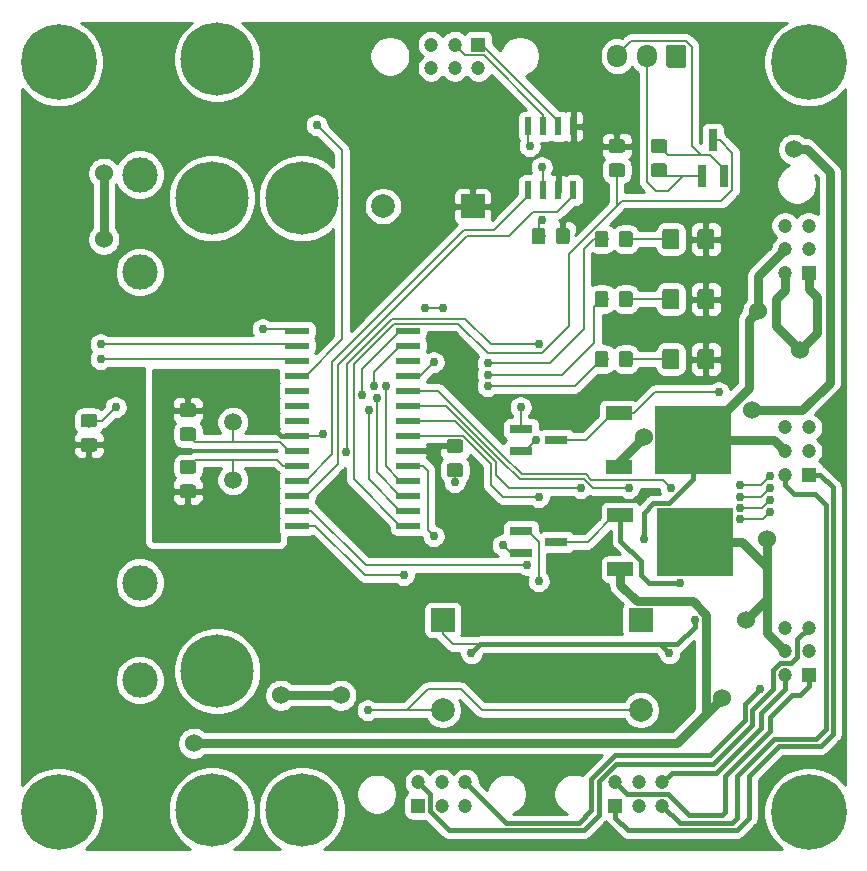
<source format=gbr>
G04 #@! TF.GenerationSoftware,KiCad,Pcbnew,(5.0.1)-3*
G04 #@! TF.CreationDate,2020-01-19T16:42:21-05:00*
G04 #@! TF.ProjectId,recovery_CAN,7265636F766572795F43414E2E6B6963,rev?*
G04 #@! TF.SameCoordinates,Original*
G04 #@! TF.FileFunction,Copper,L1,Top,Signal*
G04 #@! TF.FilePolarity,Positive*
%FSLAX46Y46*%
G04 Gerber Fmt 4.6, Leading zero omitted, Abs format (unit mm)*
G04 Created by KiCad (PCBNEW (5.0.1)-3) date 2020-01-19 4:42:21 PM*
%MOMM*%
%LPD*%
G01*
G04 APERTURE LIST*
G04 #@! TA.AperFunction,ComponentPad*
%ADD10C,1.500000*%
G04 #@! TD*
G04 #@! TA.AperFunction,ComponentPad*
%ADD11C,3.000000*%
G04 #@! TD*
G04 #@! TA.AperFunction,ComponentPad*
%ADD12R,2.000000X2.000000*%
G04 #@! TD*
G04 #@! TA.AperFunction,ComponentPad*
%ADD13C,2.000000*%
G04 #@! TD*
G04 #@! TA.AperFunction,SMDPad,CuDef*
%ADD14R,2.000000X0.600000*%
G04 #@! TD*
G04 #@! TA.AperFunction,ComponentPad*
%ADD15C,1.200000*%
G04 #@! TD*
G04 #@! TA.AperFunction,ComponentPad*
%ADD16R,1.200000X1.200000*%
G04 #@! TD*
G04 #@! TA.AperFunction,Conductor*
%ADD17C,0.100000*%
G04 #@! TD*
G04 #@! TA.AperFunction,SMDPad,CuDef*
%ADD18C,1.425000*%
G04 #@! TD*
G04 #@! TA.AperFunction,SMDPad,CuDef*
%ADD19C,1.150000*%
G04 #@! TD*
G04 #@! TA.AperFunction,SMDPad,CuDef*
%ADD20R,0.600000X1.550000*%
G04 #@! TD*
G04 #@! TA.AperFunction,SMDPad,CuDef*
%ADD21R,1.900000X0.800000*%
G04 #@! TD*
G04 #@! TA.AperFunction,SMDPad,CuDef*
%ADD22R,2.200000X1.200000*%
G04 #@! TD*
G04 #@! TA.AperFunction,SMDPad,CuDef*
%ADD23R,6.400000X5.800000*%
G04 #@! TD*
G04 #@! TA.AperFunction,ComponentPad*
%ADD24C,6.197600*%
G04 #@! TD*
G04 #@! TA.AperFunction,ComponentPad*
%ADD25C,1.700000*%
G04 #@! TD*
G04 #@! TA.AperFunction,ComponentPad*
%ADD26O,1.700000X1.950000*%
G04 #@! TD*
G04 #@! TA.AperFunction,SMDPad,CuDef*
%ADD27R,0.800000X1.900000*%
G04 #@! TD*
G04 #@! TA.AperFunction,ComponentPad*
%ADD28C,6.400000*%
G04 #@! TD*
G04 #@! TA.AperFunction,ViaPad*
%ADD29C,1.524000*%
G04 #@! TD*
G04 #@! TA.AperFunction,ViaPad*
%ADD30C,0.762000*%
G04 #@! TD*
G04 #@! TA.AperFunction,ViaPad*
%ADD31C,0.800000*%
G04 #@! TD*
G04 #@! TA.AperFunction,Conductor*
%ADD32C,0.203200*%
G04 #@! TD*
G04 #@! TA.AperFunction,Conductor*
%ADD33C,0.762000*%
G04 #@! TD*
G04 #@! TA.AperFunction,Conductor*
%ADD34C,0.381000*%
G04 #@! TD*
G04 #@! TA.AperFunction,Conductor*
%ADD35C,0.254000*%
G04 #@! TD*
G04 APERTURE END LIST*
D10*
G04 #@! TO.P,Y1,1*
G04 #@! TO.N,/OSC1*
X197612000Y-90424000D03*
G04 #@! TO.P,Y1,2*
G04 #@! TO.N,/OSC2*
X197612000Y-95304000D03*
G04 #@! TD*
D11*
G04 #@! TO.P,J3,2*
G04 #@! TO.N,Net-(D5-Pad2)*
X189738000Y-104018000D03*
G04 #@! TO.P,J3,1*
G04 #@! TO.N,GND*
X189738000Y-112268000D03*
G04 #@! TD*
D12*
G04 #@! TO.P,BZ3,1*
G04 #@! TO.N,+5V*
X217932000Y-72136000D03*
D13*
G04 #@! TO.P,BZ3,2*
G04 #@! TO.N,Net-(BZ3-Pad2)*
X210332000Y-72136000D03*
G04 #@! TD*
D14*
G04 #@! TO.P,U2,1*
G04 #@! TO.N,/~MCLR*
X203072000Y-82677000D03*
G04 #@! TO.P,U2,2*
G04 #@! TO.N,/power/VBAT1*
X203072000Y-83947000D03*
G04 #@! TO.P,U2,3*
G04 #@! TO.N,/power/VBAT2*
X203072000Y-85217000D03*
G04 #@! TO.P,U2,4*
G04 #@! TO.N,/power/CURR_AMP*
X203072000Y-86487000D03*
G04 #@! TO.P,U2,5*
G04 #@! TO.N,Net-(U2-Pad5)*
X203072000Y-87757000D03*
G04 #@! TO.P,U2,6*
G04 #@! TO.N,Net-(U2-Pad6)*
X203072000Y-89027000D03*
G04 #@! TO.P,U2,7*
G04 #@! TO.N,Net-(U2-Pad7)*
X203072000Y-90297000D03*
G04 #@! TO.P,U2,8*
G04 #@! TO.N,GND*
X203072000Y-91567000D03*
G04 #@! TO.P,U2,9*
G04 #@! TO.N,/OSC1*
X203072000Y-92837000D03*
G04 #@! TO.P,U2,10*
G04 #@! TO.N,/OSC2*
X203072000Y-94107000D03*
G04 #@! TO.P,U2,11*
G04 #@! TO.N,/CAN_TX*
X203072000Y-95377000D03*
G04 #@! TO.P,U2,12*
G04 #@! TO.N,/CAN_RX*
X203072000Y-96647000D03*
G04 #@! TO.P,U2,13*
G04 #@! TO.N,/altimeters/A2_ARM*
X203072000Y-97917000D03*
G04 #@! TO.P,U2,14*
G04 #@! TO.N,/altimeters/SL_ARM*
X203072000Y-99187000D03*
G04 #@! TO.P,U2,15*
G04 #@! TO.N,/altimeters/SL_TX*
X212472000Y-99187000D03*
G04 #@! TO.P,U2,16*
G04 #@! TO.N,/LED1*
X212472000Y-97917000D03*
G04 #@! TO.P,U2,17*
G04 #@! TO.N,/LED2*
X212472000Y-96647000D03*
G04 #@! TO.P,U2,18*
G04 #@! TO.N,/LED3*
X212472000Y-95377000D03*
G04 #@! TO.P,U2,19*
G04 #@! TO.N,GND*
X212472000Y-94107000D03*
G04 #@! TO.P,U2,20*
G04 #@! TO.N,+5V*
X212472000Y-92837000D03*
G04 #@! TO.P,U2,21*
G04 #@! TO.N,/altimeters/A2_DROGUE*
X212472000Y-91567000D03*
G04 #@! TO.P,U2,22*
G04 #@! TO.N,/altimeters/A2_MAIN*
X212472000Y-90297000D03*
G04 #@! TO.P,U2,23*
G04 #@! TO.N,/altimeters/A1_DROGUE*
X212472000Y-89027000D03*
G04 #@! TO.P,U2,24*
G04 #@! TO.N,/altimeters/A1_MAIN*
X212472000Y-87757000D03*
G04 #@! TO.P,U2,25*
G04 #@! TO.N,Net-(Q6-Pad1)*
X212472000Y-86487000D03*
G04 #@! TO.P,U2,26*
G04 #@! TO.N,Net-(U2-Pad26)*
X212472000Y-85217000D03*
G04 #@! TO.P,U2,27*
G04 #@! TO.N,/ICSPCLK*
X212472000Y-83947000D03*
G04 #@! TO.P,U2,28*
G04 #@! TO.N,/ICSPDAT*
X212472000Y-82677000D03*
G04 #@! TD*
D15*
G04 #@! TO.P,J7,4*
G04 #@! TO.N,/altimeters/D1+*
X244364000Y-94876000D03*
G04 #@! TO.P,J7,5*
G04 #@! TO.N,Net-(BZ2-Pad1)*
X244364000Y-92876000D03*
G04 #@! TO.P,J7,6*
G04 #@! TO.N,GND*
X244364000Y-90876000D03*
G04 #@! TO.P,J7,3*
G04 #@! TO.N,/altimeters/M1_PYRO*
X246364000Y-90876000D03*
D16*
G04 #@! TO.P,J7,1*
G04 #@! TO.N,/altimeters/D1_PYRO*
X246364000Y-94876000D03*
D15*
G04 #@! TO.P,J7,2*
G04 #@! TO.N,/altimeters/M1+*
X246364000Y-92876000D03*
G04 #@! TD*
D17*
G04 #@! TO.N,+5V*
G04 #@! TO.C,DB1*
G36*
X238158004Y-79136204D02*
X238182273Y-79139804D01*
X238206071Y-79145765D01*
X238229171Y-79154030D01*
X238251349Y-79164520D01*
X238272393Y-79177133D01*
X238292098Y-79191747D01*
X238310277Y-79208223D01*
X238326753Y-79226402D01*
X238341367Y-79246107D01*
X238353980Y-79267151D01*
X238364470Y-79289329D01*
X238372735Y-79312429D01*
X238378696Y-79336227D01*
X238382296Y-79360496D01*
X238383500Y-79385000D01*
X238383500Y-80635000D01*
X238382296Y-80659504D01*
X238378696Y-80683773D01*
X238372735Y-80707571D01*
X238364470Y-80730671D01*
X238353980Y-80752849D01*
X238341367Y-80773893D01*
X238326753Y-80793598D01*
X238310277Y-80811777D01*
X238292098Y-80828253D01*
X238272393Y-80842867D01*
X238251349Y-80855480D01*
X238229171Y-80865970D01*
X238206071Y-80874235D01*
X238182273Y-80880196D01*
X238158004Y-80883796D01*
X238133500Y-80885000D01*
X237208500Y-80885000D01*
X237183996Y-80883796D01*
X237159727Y-80880196D01*
X237135929Y-80874235D01*
X237112829Y-80865970D01*
X237090651Y-80855480D01*
X237069607Y-80842867D01*
X237049902Y-80828253D01*
X237031723Y-80811777D01*
X237015247Y-80793598D01*
X237000633Y-80773893D01*
X236988020Y-80752849D01*
X236977530Y-80730671D01*
X236969265Y-80707571D01*
X236963304Y-80683773D01*
X236959704Y-80659504D01*
X236958500Y-80635000D01*
X236958500Y-79385000D01*
X236959704Y-79360496D01*
X236963304Y-79336227D01*
X236969265Y-79312429D01*
X236977530Y-79289329D01*
X236988020Y-79267151D01*
X237000633Y-79246107D01*
X237015247Y-79226402D01*
X237031723Y-79208223D01*
X237049902Y-79191747D01*
X237069607Y-79177133D01*
X237090651Y-79164520D01*
X237112829Y-79154030D01*
X237135929Y-79145765D01*
X237159727Y-79139804D01*
X237183996Y-79136204D01*
X237208500Y-79135000D01*
X238133500Y-79135000D01*
X238158004Y-79136204D01*
X238158004Y-79136204D01*
G37*
D18*
G04 #@! TD*
G04 #@! TO.P,DB1,2*
G04 #@! TO.N,+5V*
X237671000Y-80010000D03*
D17*
G04 #@! TO.N,Net-(DB1-Pad1)*
G04 #@! TO.C,DB1*
G36*
X235183004Y-79136204D02*
X235207273Y-79139804D01*
X235231071Y-79145765D01*
X235254171Y-79154030D01*
X235276349Y-79164520D01*
X235297393Y-79177133D01*
X235317098Y-79191747D01*
X235335277Y-79208223D01*
X235351753Y-79226402D01*
X235366367Y-79246107D01*
X235378980Y-79267151D01*
X235389470Y-79289329D01*
X235397735Y-79312429D01*
X235403696Y-79336227D01*
X235407296Y-79360496D01*
X235408500Y-79385000D01*
X235408500Y-80635000D01*
X235407296Y-80659504D01*
X235403696Y-80683773D01*
X235397735Y-80707571D01*
X235389470Y-80730671D01*
X235378980Y-80752849D01*
X235366367Y-80773893D01*
X235351753Y-80793598D01*
X235335277Y-80811777D01*
X235317098Y-80828253D01*
X235297393Y-80842867D01*
X235276349Y-80855480D01*
X235254171Y-80865970D01*
X235231071Y-80874235D01*
X235207273Y-80880196D01*
X235183004Y-80883796D01*
X235158500Y-80885000D01*
X234233500Y-80885000D01*
X234208996Y-80883796D01*
X234184727Y-80880196D01*
X234160929Y-80874235D01*
X234137829Y-80865970D01*
X234115651Y-80855480D01*
X234094607Y-80842867D01*
X234074902Y-80828253D01*
X234056723Y-80811777D01*
X234040247Y-80793598D01*
X234025633Y-80773893D01*
X234013020Y-80752849D01*
X234002530Y-80730671D01*
X233994265Y-80707571D01*
X233988304Y-80683773D01*
X233984704Y-80659504D01*
X233983500Y-80635000D01*
X233983500Y-79385000D01*
X233984704Y-79360496D01*
X233988304Y-79336227D01*
X233994265Y-79312429D01*
X234002530Y-79289329D01*
X234013020Y-79267151D01*
X234025633Y-79246107D01*
X234040247Y-79226402D01*
X234056723Y-79208223D01*
X234074902Y-79191747D01*
X234094607Y-79177133D01*
X234115651Y-79164520D01*
X234137829Y-79154030D01*
X234160929Y-79145765D01*
X234184727Y-79139804D01*
X234208996Y-79136204D01*
X234233500Y-79135000D01*
X235158500Y-79135000D01*
X235183004Y-79136204D01*
X235183004Y-79136204D01*
G37*
D18*
G04 #@! TD*
G04 #@! TO.P,DB1,1*
G04 #@! TO.N,Net-(DB1-Pad1)*
X234696000Y-80010000D03*
D17*
G04 #@! TO.N,Net-(DR1-Pad1)*
G04 #@! TO.C,DR1*
G36*
X235183004Y-74056204D02*
X235207273Y-74059804D01*
X235231071Y-74065765D01*
X235254171Y-74074030D01*
X235276349Y-74084520D01*
X235297393Y-74097133D01*
X235317098Y-74111747D01*
X235335277Y-74128223D01*
X235351753Y-74146402D01*
X235366367Y-74166107D01*
X235378980Y-74187151D01*
X235389470Y-74209329D01*
X235397735Y-74232429D01*
X235403696Y-74256227D01*
X235407296Y-74280496D01*
X235408500Y-74305000D01*
X235408500Y-75555000D01*
X235407296Y-75579504D01*
X235403696Y-75603773D01*
X235397735Y-75627571D01*
X235389470Y-75650671D01*
X235378980Y-75672849D01*
X235366367Y-75693893D01*
X235351753Y-75713598D01*
X235335277Y-75731777D01*
X235317098Y-75748253D01*
X235297393Y-75762867D01*
X235276349Y-75775480D01*
X235254171Y-75785970D01*
X235231071Y-75794235D01*
X235207273Y-75800196D01*
X235183004Y-75803796D01*
X235158500Y-75805000D01*
X234233500Y-75805000D01*
X234208996Y-75803796D01*
X234184727Y-75800196D01*
X234160929Y-75794235D01*
X234137829Y-75785970D01*
X234115651Y-75775480D01*
X234094607Y-75762867D01*
X234074902Y-75748253D01*
X234056723Y-75731777D01*
X234040247Y-75713598D01*
X234025633Y-75693893D01*
X234013020Y-75672849D01*
X234002530Y-75650671D01*
X233994265Y-75627571D01*
X233988304Y-75603773D01*
X233984704Y-75579504D01*
X233983500Y-75555000D01*
X233983500Y-74305000D01*
X233984704Y-74280496D01*
X233988304Y-74256227D01*
X233994265Y-74232429D01*
X234002530Y-74209329D01*
X234013020Y-74187151D01*
X234025633Y-74166107D01*
X234040247Y-74146402D01*
X234056723Y-74128223D01*
X234074902Y-74111747D01*
X234094607Y-74097133D01*
X234115651Y-74084520D01*
X234137829Y-74074030D01*
X234160929Y-74065765D01*
X234184727Y-74059804D01*
X234208996Y-74056204D01*
X234233500Y-74055000D01*
X235158500Y-74055000D01*
X235183004Y-74056204D01*
X235183004Y-74056204D01*
G37*
D18*
G04 #@! TD*
G04 #@! TO.P,DR1,1*
G04 #@! TO.N,Net-(DR1-Pad1)*
X234696000Y-74930000D03*
D17*
G04 #@! TO.N,+5V*
G04 #@! TO.C,DR1*
G36*
X238158004Y-74056204D02*
X238182273Y-74059804D01*
X238206071Y-74065765D01*
X238229171Y-74074030D01*
X238251349Y-74084520D01*
X238272393Y-74097133D01*
X238292098Y-74111747D01*
X238310277Y-74128223D01*
X238326753Y-74146402D01*
X238341367Y-74166107D01*
X238353980Y-74187151D01*
X238364470Y-74209329D01*
X238372735Y-74232429D01*
X238378696Y-74256227D01*
X238382296Y-74280496D01*
X238383500Y-74305000D01*
X238383500Y-75555000D01*
X238382296Y-75579504D01*
X238378696Y-75603773D01*
X238372735Y-75627571D01*
X238364470Y-75650671D01*
X238353980Y-75672849D01*
X238341367Y-75693893D01*
X238326753Y-75713598D01*
X238310277Y-75731777D01*
X238292098Y-75748253D01*
X238272393Y-75762867D01*
X238251349Y-75775480D01*
X238229171Y-75785970D01*
X238206071Y-75794235D01*
X238182273Y-75800196D01*
X238158004Y-75803796D01*
X238133500Y-75805000D01*
X237208500Y-75805000D01*
X237183996Y-75803796D01*
X237159727Y-75800196D01*
X237135929Y-75794235D01*
X237112829Y-75785970D01*
X237090651Y-75775480D01*
X237069607Y-75762867D01*
X237049902Y-75748253D01*
X237031723Y-75731777D01*
X237015247Y-75713598D01*
X237000633Y-75693893D01*
X236988020Y-75672849D01*
X236977530Y-75650671D01*
X236969265Y-75627571D01*
X236963304Y-75603773D01*
X236959704Y-75579504D01*
X236958500Y-75555000D01*
X236958500Y-74305000D01*
X236959704Y-74280496D01*
X236963304Y-74256227D01*
X236969265Y-74232429D01*
X236977530Y-74209329D01*
X236988020Y-74187151D01*
X237000633Y-74166107D01*
X237015247Y-74146402D01*
X237031723Y-74128223D01*
X237049902Y-74111747D01*
X237069607Y-74097133D01*
X237090651Y-74084520D01*
X237112829Y-74074030D01*
X237135929Y-74065765D01*
X237159727Y-74059804D01*
X237183996Y-74056204D01*
X237208500Y-74055000D01*
X238133500Y-74055000D01*
X238158004Y-74056204D01*
X238158004Y-74056204D01*
G37*
D18*
G04 #@! TD*
G04 #@! TO.P,DR1,2*
G04 #@! TO.N,+5V*
X237671000Y-74930000D03*
D17*
G04 #@! TO.N,Net-(DW1-Pad1)*
G04 #@! TO.C,DW1*
G36*
X235183004Y-84216204D02*
X235207273Y-84219804D01*
X235231071Y-84225765D01*
X235254171Y-84234030D01*
X235276349Y-84244520D01*
X235297393Y-84257133D01*
X235317098Y-84271747D01*
X235335277Y-84288223D01*
X235351753Y-84306402D01*
X235366367Y-84326107D01*
X235378980Y-84347151D01*
X235389470Y-84369329D01*
X235397735Y-84392429D01*
X235403696Y-84416227D01*
X235407296Y-84440496D01*
X235408500Y-84465000D01*
X235408500Y-85715000D01*
X235407296Y-85739504D01*
X235403696Y-85763773D01*
X235397735Y-85787571D01*
X235389470Y-85810671D01*
X235378980Y-85832849D01*
X235366367Y-85853893D01*
X235351753Y-85873598D01*
X235335277Y-85891777D01*
X235317098Y-85908253D01*
X235297393Y-85922867D01*
X235276349Y-85935480D01*
X235254171Y-85945970D01*
X235231071Y-85954235D01*
X235207273Y-85960196D01*
X235183004Y-85963796D01*
X235158500Y-85965000D01*
X234233500Y-85965000D01*
X234208996Y-85963796D01*
X234184727Y-85960196D01*
X234160929Y-85954235D01*
X234137829Y-85945970D01*
X234115651Y-85935480D01*
X234094607Y-85922867D01*
X234074902Y-85908253D01*
X234056723Y-85891777D01*
X234040247Y-85873598D01*
X234025633Y-85853893D01*
X234013020Y-85832849D01*
X234002530Y-85810671D01*
X233994265Y-85787571D01*
X233988304Y-85763773D01*
X233984704Y-85739504D01*
X233983500Y-85715000D01*
X233983500Y-84465000D01*
X233984704Y-84440496D01*
X233988304Y-84416227D01*
X233994265Y-84392429D01*
X234002530Y-84369329D01*
X234013020Y-84347151D01*
X234025633Y-84326107D01*
X234040247Y-84306402D01*
X234056723Y-84288223D01*
X234074902Y-84271747D01*
X234094607Y-84257133D01*
X234115651Y-84244520D01*
X234137829Y-84234030D01*
X234160929Y-84225765D01*
X234184727Y-84219804D01*
X234208996Y-84216204D01*
X234233500Y-84215000D01*
X235158500Y-84215000D01*
X235183004Y-84216204D01*
X235183004Y-84216204D01*
G37*
D18*
G04 #@! TD*
G04 #@! TO.P,DW1,1*
G04 #@! TO.N,Net-(DW1-Pad1)*
X234696000Y-85090000D03*
D17*
G04 #@! TO.N,+5V*
G04 #@! TO.C,DW1*
G36*
X238158004Y-84216204D02*
X238182273Y-84219804D01*
X238206071Y-84225765D01*
X238229171Y-84234030D01*
X238251349Y-84244520D01*
X238272393Y-84257133D01*
X238292098Y-84271747D01*
X238310277Y-84288223D01*
X238326753Y-84306402D01*
X238341367Y-84326107D01*
X238353980Y-84347151D01*
X238364470Y-84369329D01*
X238372735Y-84392429D01*
X238378696Y-84416227D01*
X238382296Y-84440496D01*
X238383500Y-84465000D01*
X238383500Y-85715000D01*
X238382296Y-85739504D01*
X238378696Y-85763773D01*
X238372735Y-85787571D01*
X238364470Y-85810671D01*
X238353980Y-85832849D01*
X238341367Y-85853893D01*
X238326753Y-85873598D01*
X238310277Y-85891777D01*
X238292098Y-85908253D01*
X238272393Y-85922867D01*
X238251349Y-85935480D01*
X238229171Y-85945970D01*
X238206071Y-85954235D01*
X238182273Y-85960196D01*
X238158004Y-85963796D01*
X238133500Y-85965000D01*
X237208500Y-85965000D01*
X237183996Y-85963796D01*
X237159727Y-85960196D01*
X237135929Y-85954235D01*
X237112829Y-85945970D01*
X237090651Y-85935480D01*
X237069607Y-85922867D01*
X237049902Y-85908253D01*
X237031723Y-85891777D01*
X237015247Y-85873598D01*
X237000633Y-85853893D01*
X236988020Y-85832849D01*
X236977530Y-85810671D01*
X236969265Y-85787571D01*
X236963304Y-85763773D01*
X236959704Y-85739504D01*
X236958500Y-85715000D01*
X236958500Y-84465000D01*
X236959704Y-84440496D01*
X236963304Y-84416227D01*
X236969265Y-84392429D01*
X236977530Y-84369329D01*
X236988020Y-84347151D01*
X237000633Y-84326107D01*
X237015247Y-84306402D01*
X237031723Y-84288223D01*
X237049902Y-84271747D01*
X237069607Y-84257133D01*
X237090651Y-84244520D01*
X237112829Y-84234030D01*
X237135929Y-84225765D01*
X237159727Y-84219804D01*
X237183996Y-84216204D01*
X237208500Y-84215000D01*
X238133500Y-84215000D01*
X238158004Y-84216204D01*
X238158004Y-84216204D01*
G37*
D18*
G04 #@! TD*
G04 #@! TO.P,DW1,2*
G04 #@! TO.N,+5V*
X237671000Y-85090000D03*
D17*
G04 #@! TO.N,/OSC1*
G04 #@! TO.C,C1*
G36*
X194276505Y-90875204D02*
X194300773Y-90878804D01*
X194324572Y-90884765D01*
X194347671Y-90893030D01*
X194369850Y-90903520D01*
X194390893Y-90916132D01*
X194410599Y-90930747D01*
X194428777Y-90947223D01*
X194445253Y-90965401D01*
X194459868Y-90985107D01*
X194472480Y-91006150D01*
X194482970Y-91028329D01*
X194491235Y-91051428D01*
X194497196Y-91075227D01*
X194500796Y-91099495D01*
X194502000Y-91123999D01*
X194502000Y-91774001D01*
X194500796Y-91798505D01*
X194497196Y-91822773D01*
X194491235Y-91846572D01*
X194482970Y-91869671D01*
X194472480Y-91891850D01*
X194459868Y-91912893D01*
X194445253Y-91932599D01*
X194428777Y-91950777D01*
X194410599Y-91967253D01*
X194390893Y-91981868D01*
X194369850Y-91994480D01*
X194347671Y-92004970D01*
X194324572Y-92013235D01*
X194300773Y-92019196D01*
X194276505Y-92022796D01*
X194252001Y-92024000D01*
X193351999Y-92024000D01*
X193327495Y-92022796D01*
X193303227Y-92019196D01*
X193279428Y-92013235D01*
X193256329Y-92004970D01*
X193234150Y-91994480D01*
X193213107Y-91981868D01*
X193193401Y-91967253D01*
X193175223Y-91950777D01*
X193158747Y-91932599D01*
X193144132Y-91912893D01*
X193131520Y-91891850D01*
X193121030Y-91869671D01*
X193112765Y-91846572D01*
X193106804Y-91822773D01*
X193103204Y-91798505D01*
X193102000Y-91774001D01*
X193102000Y-91123999D01*
X193103204Y-91099495D01*
X193106804Y-91075227D01*
X193112765Y-91051428D01*
X193121030Y-91028329D01*
X193131520Y-91006150D01*
X193144132Y-90985107D01*
X193158747Y-90965401D01*
X193175223Y-90947223D01*
X193193401Y-90930747D01*
X193213107Y-90916132D01*
X193234150Y-90903520D01*
X193256329Y-90893030D01*
X193279428Y-90884765D01*
X193303227Y-90878804D01*
X193327495Y-90875204D01*
X193351999Y-90874000D01*
X194252001Y-90874000D01*
X194276505Y-90875204D01*
X194276505Y-90875204D01*
G37*
D19*
G04 #@! TD*
G04 #@! TO.P,C1,1*
G04 #@! TO.N,/OSC1*
X193802000Y-91449000D03*
D17*
G04 #@! TO.N,GND*
G04 #@! TO.C,C1*
G36*
X194276505Y-88825204D02*
X194300773Y-88828804D01*
X194324572Y-88834765D01*
X194347671Y-88843030D01*
X194369850Y-88853520D01*
X194390893Y-88866132D01*
X194410599Y-88880747D01*
X194428777Y-88897223D01*
X194445253Y-88915401D01*
X194459868Y-88935107D01*
X194472480Y-88956150D01*
X194482970Y-88978329D01*
X194491235Y-89001428D01*
X194497196Y-89025227D01*
X194500796Y-89049495D01*
X194502000Y-89073999D01*
X194502000Y-89724001D01*
X194500796Y-89748505D01*
X194497196Y-89772773D01*
X194491235Y-89796572D01*
X194482970Y-89819671D01*
X194472480Y-89841850D01*
X194459868Y-89862893D01*
X194445253Y-89882599D01*
X194428777Y-89900777D01*
X194410599Y-89917253D01*
X194390893Y-89931868D01*
X194369850Y-89944480D01*
X194347671Y-89954970D01*
X194324572Y-89963235D01*
X194300773Y-89969196D01*
X194276505Y-89972796D01*
X194252001Y-89974000D01*
X193351999Y-89974000D01*
X193327495Y-89972796D01*
X193303227Y-89969196D01*
X193279428Y-89963235D01*
X193256329Y-89954970D01*
X193234150Y-89944480D01*
X193213107Y-89931868D01*
X193193401Y-89917253D01*
X193175223Y-89900777D01*
X193158747Y-89882599D01*
X193144132Y-89862893D01*
X193131520Y-89841850D01*
X193121030Y-89819671D01*
X193112765Y-89796572D01*
X193106804Y-89772773D01*
X193103204Y-89748505D01*
X193102000Y-89724001D01*
X193102000Y-89073999D01*
X193103204Y-89049495D01*
X193106804Y-89025227D01*
X193112765Y-89001428D01*
X193121030Y-88978329D01*
X193131520Y-88956150D01*
X193144132Y-88935107D01*
X193158747Y-88915401D01*
X193175223Y-88897223D01*
X193193401Y-88880747D01*
X193213107Y-88866132D01*
X193234150Y-88853520D01*
X193256329Y-88843030D01*
X193279428Y-88834765D01*
X193303227Y-88828804D01*
X193327495Y-88825204D01*
X193351999Y-88824000D01*
X194252001Y-88824000D01*
X194276505Y-88825204D01*
X194276505Y-88825204D01*
G37*
D19*
G04 #@! TD*
G04 #@! TO.P,C1,2*
G04 #@! TO.N,GND*
X193802000Y-89399000D03*
D17*
G04 #@! TO.N,GND*
G04 #@! TO.C,C2*
G36*
X194276505Y-95701204D02*
X194300773Y-95704804D01*
X194324572Y-95710765D01*
X194347671Y-95719030D01*
X194369850Y-95729520D01*
X194390893Y-95742132D01*
X194410599Y-95756747D01*
X194428777Y-95773223D01*
X194445253Y-95791401D01*
X194459868Y-95811107D01*
X194472480Y-95832150D01*
X194482970Y-95854329D01*
X194491235Y-95877428D01*
X194497196Y-95901227D01*
X194500796Y-95925495D01*
X194502000Y-95949999D01*
X194502000Y-96600001D01*
X194500796Y-96624505D01*
X194497196Y-96648773D01*
X194491235Y-96672572D01*
X194482970Y-96695671D01*
X194472480Y-96717850D01*
X194459868Y-96738893D01*
X194445253Y-96758599D01*
X194428777Y-96776777D01*
X194410599Y-96793253D01*
X194390893Y-96807868D01*
X194369850Y-96820480D01*
X194347671Y-96830970D01*
X194324572Y-96839235D01*
X194300773Y-96845196D01*
X194276505Y-96848796D01*
X194252001Y-96850000D01*
X193351999Y-96850000D01*
X193327495Y-96848796D01*
X193303227Y-96845196D01*
X193279428Y-96839235D01*
X193256329Y-96830970D01*
X193234150Y-96820480D01*
X193213107Y-96807868D01*
X193193401Y-96793253D01*
X193175223Y-96776777D01*
X193158747Y-96758599D01*
X193144132Y-96738893D01*
X193131520Y-96717850D01*
X193121030Y-96695671D01*
X193112765Y-96672572D01*
X193106804Y-96648773D01*
X193103204Y-96624505D01*
X193102000Y-96600001D01*
X193102000Y-95949999D01*
X193103204Y-95925495D01*
X193106804Y-95901227D01*
X193112765Y-95877428D01*
X193121030Y-95854329D01*
X193131520Y-95832150D01*
X193144132Y-95811107D01*
X193158747Y-95791401D01*
X193175223Y-95773223D01*
X193193401Y-95756747D01*
X193213107Y-95742132D01*
X193234150Y-95729520D01*
X193256329Y-95719030D01*
X193279428Y-95710765D01*
X193303227Y-95704804D01*
X193327495Y-95701204D01*
X193351999Y-95700000D01*
X194252001Y-95700000D01*
X194276505Y-95701204D01*
X194276505Y-95701204D01*
G37*
D19*
G04 #@! TD*
G04 #@! TO.P,C2,2*
G04 #@! TO.N,GND*
X193802000Y-96275000D03*
D17*
G04 #@! TO.N,/OSC2*
G04 #@! TO.C,C2*
G36*
X194276505Y-93651204D02*
X194300773Y-93654804D01*
X194324572Y-93660765D01*
X194347671Y-93669030D01*
X194369850Y-93679520D01*
X194390893Y-93692132D01*
X194410599Y-93706747D01*
X194428777Y-93723223D01*
X194445253Y-93741401D01*
X194459868Y-93761107D01*
X194472480Y-93782150D01*
X194482970Y-93804329D01*
X194491235Y-93827428D01*
X194497196Y-93851227D01*
X194500796Y-93875495D01*
X194502000Y-93899999D01*
X194502000Y-94550001D01*
X194500796Y-94574505D01*
X194497196Y-94598773D01*
X194491235Y-94622572D01*
X194482970Y-94645671D01*
X194472480Y-94667850D01*
X194459868Y-94688893D01*
X194445253Y-94708599D01*
X194428777Y-94726777D01*
X194410599Y-94743253D01*
X194390893Y-94757868D01*
X194369850Y-94770480D01*
X194347671Y-94780970D01*
X194324572Y-94789235D01*
X194300773Y-94795196D01*
X194276505Y-94798796D01*
X194252001Y-94800000D01*
X193351999Y-94800000D01*
X193327495Y-94798796D01*
X193303227Y-94795196D01*
X193279428Y-94789235D01*
X193256329Y-94780970D01*
X193234150Y-94770480D01*
X193213107Y-94757868D01*
X193193401Y-94743253D01*
X193175223Y-94726777D01*
X193158747Y-94708599D01*
X193144132Y-94688893D01*
X193131520Y-94667850D01*
X193121030Y-94645671D01*
X193112765Y-94622572D01*
X193106804Y-94598773D01*
X193103204Y-94574505D01*
X193102000Y-94550001D01*
X193102000Y-93899999D01*
X193103204Y-93875495D01*
X193106804Y-93851227D01*
X193112765Y-93827428D01*
X193121030Y-93804329D01*
X193131520Y-93782150D01*
X193144132Y-93761107D01*
X193158747Y-93741401D01*
X193175223Y-93723223D01*
X193193401Y-93706747D01*
X193213107Y-93692132D01*
X193234150Y-93679520D01*
X193256329Y-93669030D01*
X193279428Y-93660765D01*
X193303227Y-93654804D01*
X193327495Y-93651204D01*
X193351999Y-93650000D01*
X194252001Y-93650000D01*
X194276505Y-93651204D01*
X194276505Y-93651204D01*
G37*
D19*
G04 #@! TD*
G04 #@! TO.P,C2,1*
G04 #@! TO.N,/OSC2*
X193802000Y-94225000D03*
D17*
G04 #@! TO.N,+5V*
G04 #@! TO.C,C7*
G36*
X225901505Y-73977204D02*
X225925773Y-73980804D01*
X225949572Y-73986765D01*
X225972671Y-73995030D01*
X225994850Y-74005520D01*
X226015893Y-74018132D01*
X226035599Y-74032747D01*
X226053777Y-74049223D01*
X226070253Y-74067401D01*
X226084868Y-74087107D01*
X226097480Y-74108150D01*
X226107970Y-74130329D01*
X226116235Y-74153428D01*
X226122196Y-74177227D01*
X226125796Y-74201495D01*
X226127000Y-74225999D01*
X226127000Y-75126001D01*
X226125796Y-75150505D01*
X226122196Y-75174773D01*
X226116235Y-75198572D01*
X226107970Y-75221671D01*
X226097480Y-75243850D01*
X226084868Y-75264893D01*
X226070253Y-75284599D01*
X226053777Y-75302777D01*
X226035599Y-75319253D01*
X226015893Y-75333868D01*
X225994850Y-75346480D01*
X225972671Y-75356970D01*
X225949572Y-75365235D01*
X225925773Y-75371196D01*
X225901505Y-75374796D01*
X225877001Y-75376000D01*
X225226999Y-75376000D01*
X225202495Y-75374796D01*
X225178227Y-75371196D01*
X225154428Y-75365235D01*
X225131329Y-75356970D01*
X225109150Y-75346480D01*
X225088107Y-75333868D01*
X225068401Y-75319253D01*
X225050223Y-75302777D01*
X225033747Y-75284599D01*
X225019132Y-75264893D01*
X225006520Y-75243850D01*
X224996030Y-75221671D01*
X224987765Y-75198572D01*
X224981804Y-75174773D01*
X224978204Y-75150505D01*
X224977000Y-75126001D01*
X224977000Y-74225999D01*
X224978204Y-74201495D01*
X224981804Y-74177227D01*
X224987765Y-74153428D01*
X224996030Y-74130329D01*
X225006520Y-74108150D01*
X225019132Y-74087107D01*
X225033747Y-74067401D01*
X225050223Y-74049223D01*
X225068401Y-74032747D01*
X225088107Y-74018132D01*
X225109150Y-74005520D01*
X225131329Y-73995030D01*
X225154428Y-73986765D01*
X225178227Y-73980804D01*
X225202495Y-73977204D01*
X225226999Y-73976000D01*
X225877001Y-73976000D01*
X225901505Y-73977204D01*
X225901505Y-73977204D01*
G37*
D19*
G04 #@! TD*
G04 #@! TO.P,C7,1*
G04 #@! TO.N,+5V*
X225552000Y-74676000D03*
D17*
G04 #@! TO.N,GND*
G04 #@! TO.C,C7*
G36*
X223851505Y-73977204D02*
X223875773Y-73980804D01*
X223899572Y-73986765D01*
X223922671Y-73995030D01*
X223944850Y-74005520D01*
X223965893Y-74018132D01*
X223985599Y-74032747D01*
X224003777Y-74049223D01*
X224020253Y-74067401D01*
X224034868Y-74087107D01*
X224047480Y-74108150D01*
X224057970Y-74130329D01*
X224066235Y-74153428D01*
X224072196Y-74177227D01*
X224075796Y-74201495D01*
X224077000Y-74225999D01*
X224077000Y-75126001D01*
X224075796Y-75150505D01*
X224072196Y-75174773D01*
X224066235Y-75198572D01*
X224057970Y-75221671D01*
X224047480Y-75243850D01*
X224034868Y-75264893D01*
X224020253Y-75284599D01*
X224003777Y-75302777D01*
X223985599Y-75319253D01*
X223965893Y-75333868D01*
X223944850Y-75346480D01*
X223922671Y-75356970D01*
X223899572Y-75365235D01*
X223875773Y-75371196D01*
X223851505Y-75374796D01*
X223827001Y-75376000D01*
X223176999Y-75376000D01*
X223152495Y-75374796D01*
X223128227Y-75371196D01*
X223104428Y-75365235D01*
X223081329Y-75356970D01*
X223059150Y-75346480D01*
X223038107Y-75333868D01*
X223018401Y-75319253D01*
X223000223Y-75302777D01*
X222983747Y-75284599D01*
X222969132Y-75264893D01*
X222956520Y-75243850D01*
X222946030Y-75221671D01*
X222937765Y-75198572D01*
X222931804Y-75174773D01*
X222928204Y-75150505D01*
X222927000Y-75126001D01*
X222927000Y-74225999D01*
X222928204Y-74201495D01*
X222931804Y-74177227D01*
X222937765Y-74153428D01*
X222946030Y-74130329D01*
X222956520Y-74108150D01*
X222969132Y-74087107D01*
X222983747Y-74067401D01*
X223000223Y-74049223D01*
X223018401Y-74032747D01*
X223038107Y-74018132D01*
X223059150Y-74005520D01*
X223081329Y-73995030D01*
X223104428Y-73986765D01*
X223128227Y-73980804D01*
X223152495Y-73977204D01*
X223176999Y-73976000D01*
X223827001Y-73976000D01*
X223851505Y-73977204D01*
X223851505Y-73977204D01*
G37*
D19*
G04 #@! TD*
G04 #@! TO.P,C7,2*
G04 #@! TO.N,GND*
X223502000Y-74676000D03*
D17*
G04 #@! TO.N,GND*
G04 #@! TO.C,C3*
G36*
X216882505Y-93914204D02*
X216906773Y-93917804D01*
X216930572Y-93923765D01*
X216953671Y-93932030D01*
X216975850Y-93942520D01*
X216996893Y-93955132D01*
X217016599Y-93969747D01*
X217034777Y-93986223D01*
X217051253Y-94004401D01*
X217065868Y-94024107D01*
X217078480Y-94045150D01*
X217088970Y-94067329D01*
X217097235Y-94090428D01*
X217103196Y-94114227D01*
X217106796Y-94138495D01*
X217108000Y-94162999D01*
X217108000Y-94813001D01*
X217106796Y-94837505D01*
X217103196Y-94861773D01*
X217097235Y-94885572D01*
X217088970Y-94908671D01*
X217078480Y-94930850D01*
X217065868Y-94951893D01*
X217051253Y-94971599D01*
X217034777Y-94989777D01*
X217016599Y-95006253D01*
X216996893Y-95020868D01*
X216975850Y-95033480D01*
X216953671Y-95043970D01*
X216930572Y-95052235D01*
X216906773Y-95058196D01*
X216882505Y-95061796D01*
X216858001Y-95063000D01*
X215957999Y-95063000D01*
X215933495Y-95061796D01*
X215909227Y-95058196D01*
X215885428Y-95052235D01*
X215862329Y-95043970D01*
X215840150Y-95033480D01*
X215819107Y-95020868D01*
X215799401Y-95006253D01*
X215781223Y-94989777D01*
X215764747Y-94971599D01*
X215750132Y-94951893D01*
X215737520Y-94930850D01*
X215727030Y-94908671D01*
X215718765Y-94885572D01*
X215712804Y-94861773D01*
X215709204Y-94837505D01*
X215708000Y-94813001D01*
X215708000Y-94162999D01*
X215709204Y-94138495D01*
X215712804Y-94114227D01*
X215718765Y-94090428D01*
X215727030Y-94067329D01*
X215737520Y-94045150D01*
X215750132Y-94024107D01*
X215764747Y-94004401D01*
X215781223Y-93986223D01*
X215799401Y-93969747D01*
X215819107Y-93955132D01*
X215840150Y-93942520D01*
X215862329Y-93932030D01*
X215885428Y-93923765D01*
X215909227Y-93917804D01*
X215933495Y-93914204D01*
X215957999Y-93913000D01*
X216858001Y-93913000D01*
X216882505Y-93914204D01*
X216882505Y-93914204D01*
G37*
D19*
G04 #@! TD*
G04 #@! TO.P,C3,1*
G04 #@! TO.N,GND*
X216408000Y-94488000D03*
D17*
G04 #@! TO.N,+5V*
G04 #@! TO.C,C3*
G36*
X216882505Y-91864204D02*
X216906773Y-91867804D01*
X216930572Y-91873765D01*
X216953671Y-91882030D01*
X216975850Y-91892520D01*
X216996893Y-91905132D01*
X217016599Y-91919747D01*
X217034777Y-91936223D01*
X217051253Y-91954401D01*
X217065868Y-91974107D01*
X217078480Y-91995150D01*
X217088970Y-92017329D01*
X217097235Y-92040428D01*
X217103196Y-92064227D01*
X217106796Y-92088495D01*
X217108000Y-92112999D01*
X217108000Y-92763001D01*
X217106796Y-92787505D01*
X217103196Y-92811773D01*
X217097235Y-92835572D01*
X217088970Y-92858671D01*
X217078480Y-92880850D01*
X217065868Y-92901893D01*
X217051253Y-92921599D01*
X217034777Y-92939777D01*
X217016599Y-92956253D01*
X216996893Y-92970868D01*
X216975850Y-92983480D01*
X216953671Y-92993970D01*
X216930572Y-93002235D01*
X216906773Y-93008196D01*
X216882505Y-93011796D01*
X216858001Y-93013000D01*
X215957999Y-93013000D01*
X215933495Y-93011796D01*
X215909227Y-93008196D01*
X215885428Y-93002235D01*
X215862329Y-92993970D01*
X215840150Y-92983480D01*
X215819107Y-92970868D01*
X215799401Y-92956253D01*
X215781223Y-92939777D01*
X215764747Y-92921599D01*
X215750132Y-92901893D01*
X215737520Y-92880850D01*
X215727030Y-92858671D01*
X215718765Y-92835572D01*
X215712804Y-92811773D01*
X215709204Y-92787505D01*
X215708000Y-92763001D01*
X215708000Y-92112999D01*
X215709204Y-92088495D01*
X215712804Y-92064227D01*
X215718765Y-92040428D01*
X215727030Y-92017329D01*
X215737520Y-91995150D01*
X215750132Y-91974107D01*
X215764747Y-91954401D01*
X215781223Y-91936223D01*
X215799401Y-91919747D01*
X215819107Y-91905132D01*
X215840150Y-91892520D01*
X215862329Y-91882030D01*
X215885428Y-91873765D01*
X215909227Y-91867804D01*
X215933495Y-91864204D01*
X215957999Y-91863000D01*
X216858001Y-91863000D01*
X216882505Y-91864204D01*
X216882505Y-91864204D01*
G37*
D19*
G04 #@! TD*
G04 #@! TO.P,C3,2*
G04 #@! TO.N,+5V*
X216408000Y-92438000D03*
D20*
G04 #@! TO.P,U1,1*
G04 #@! TO.N,/CAN_TX*
X222631000Y-70772000D03*
G04 #@! TO.P,U1,2*
G04 #@! TO.N,GND*
X223901000Y-70772000D03*
G04 #@! TO.P,U1,3*
G04 #@! TO.N,+5V*
X225171000Y-70772000D03*
G04 #@! TO.P,U1,4*
G04 #@! TO.N,/CAN_RX*
X226441000Y-70772000D03*
G04 #@! TO.P,U1,5*
G04 #@! TO.N,+5V*
X226441000Y-65372000D03*
G04 #@! TO.P,U1,6*
G04 #@! TO.N,CANL*
X225171000Y-65372000D03*
G04 #@! TO.P,U1,7*
G04 #@! TO.N,CANH*
X223901000Y-65372000D03*
G04 #@! TO.P,U1,8*
G04 #@! TO.N,GND*
X222631000Y-65372000D03*
G04 #@! TD*
D17*
G04 #@! TO.N,/LED3*
G04 #@! TO.C,R1*
G36*
X229185505Y-74231204D02*
X229209773Y-74234804D01*
X229233572Y-74240765D01*
X229256671Y-74249030D01*
X229278850Y-74259520D01*
X229299893Y-74272132D01*
X229319599Y-74286747D01*
X229337777Y-74303223D01*
X229354253Y-74321401D01*
X229368868Y-74341107D01*
X229381480Y-74362150D01*
X229391970Y-74384329D01*
X229400235Y-74407428D01*
X229406196Y-74431227D01*
X229409796Y-74455495D01*
X229411000Y-74479999D01*
X229411000Y-75380001D01*
X229409796Y-75404505D01*
X229406196Y-75428773D01*
X229400235Y-75452572D01*
X229391970Y-75475671D01*
X229381480Y-75497850D01*
X229368868Y-75518893D01*
X229354253Y-75538599D01*
X229337777Y-75556777D01*
X229319599Y-75573253D01*
X229299893Y-75587868D01*
X229278850Y-75600480D01*
X229256671Y-75610970D01*
X229233572Y-75619235D01*
X229209773Y-75625196D01*
X229185505Y-75628796D01*
X229161001Y-75630000D01*
X228510999Y-75630000D01*
X228486495Y-75628796D01*
X228462227Y-75625196D01*
X228438428Y-75619235D01*
X228415329Y-75610970D01*
X228393150Y-75600480D01*
X228372107Y-75587868D01*
X228352401Y-75573253D01*
X228334223Y-75556777D01*
X228317747Y-75538599D01*
X228303132Y-75518893D01*
X228290520Y-75497850D01*
X228280030Y-75475671D01*
X228271765Y-75452572D01*
X228265804Y-75428773D01*
X228262204Y-75404505D01*
X228261000Y-75380001D01*
X228261000Y-74479999D01*
X228262204Y-74455495D01*
X228265804Y-74431227D01*
X228271765Y-74407428D01*
X228280030Y-74384329D01*
X228290520Y-74362150D01*
X228303132Y-74341107D01*
X228317747Y-74321401D01*
X228334223Y-74303223D01*
X228352401Y-74286747D01*
X228372107Y-74272132D01*
X228393150Y-74259520D01*
X228415329Y-74249030D01*
X228438428Y-74240765D01*
X228462227Y-74234804D01*
X228486495Y-74231204D01*
X228510999Y-74230000D01*
X229161001Y-74230000D01*
X229185505Y-74231204D01*
X229185505Y-74231204D01*
G37*
D19*
G04 #@! TD*
G04 #@! TO.P,R1,2*
G04 #@! TO.N,/LED3*
X228836000Y-74930000D03*
D17*
G04 #@! TO.N,Net-(DR1-Pad1)*
G04 #@! TO.C,R1*
G36*
X231235505Y-74231204D02*
X231259773Y-74234804D01*
X231283572Y-74240765D01*
X231306671Y-74249030D01*
X231328850Y-74259520D01*
X231349893Y-74272132D01*
X231369599Y-74286747D01*
X231387777Y-74303223D01*
X231404253Y-74321401D01*
X231418868Y-74341107D01*
X231431480Y-74362150D01*
X231441970Y-74384329D01*
X231450235Y-74407428D01*
X231456196Y-74431227D01*
X231459796Y-74455495D01*
X231461000Y-74479999D01*
X231461000Y-75380001D01*
X231459796Y-75404505D01*
X231456196Y-75428773D01*
X231450235Y-75452572D01*
X231441970Y-75475671D01*
X231431480Y-75497850D01*
X231418868Y-75518893D01*
X231404253Y-75538599D01*
X231387777Y-75556777D01*
X231369599Y-75573253D01*
X231349893Y-75587868D01*
X231328850Y-75600480D01*
X231306671Y-75610970D01*
X231283572Y-75619235D01*
X231259773Y-75625196D01*
X231235505Y-75628796D01*
X231211001Y-75630000D01*
X230560999Y-75630000D01*
X230536495Y-75628796D01*
X230512227Y-75625196D01*
X230488428Y-75619235D01*
X230465329Y-75610970D01*
X230443150Y-75600480D01*
X230422107Y-75587868D01*
X230402401Y-75573253D01*
X230384223Y-75556777D01*
X230367747Y-75538599D01*
X230353132Y-75518893D01*
X230340520Y-75497850D01*
X230330030Y-75475671D01*
X230321765Y-75452572D01*
X230315804Y-75428773D01*
X230312204Y-75404505D01*
X230311000Y-75380001D01*
X230311000Y-74479999D01*
X230312204Y-74455495D01*
X230315804Y-74431227D01*
X230321765Y-74407428D01*
X230330030Y-74384329D01*
X230340520Y-74362150D01*
X230353132Y-74341107D01*
X230367747Y-74321401D01*
X230384223Y-74303223D01*
X230402401Y-74286747D01*
X230422107Y-74272132D01*
X230443150Y-74259520D01*
X230465329Y-74249030D01*
X230488428Y-74240765D01*
X230512227Y-74234804D01*
X230536495Y-74231204D01*
X230560999Y-74230000D01*
X231211001Y-74230000D01*
X231235505Y-74231204D01*
X231235505Y-74231204D01*
G37*
D19*
G04 #@! TD*
G04 #@! TO.P,R1,1*
G04 #@! TO.N,Net-(DR1-Pad1)*
X230886000Y-74930000D03*
D17*
G04 #@! TO.N,Net-(DB1-Pad1)*
G04 #@! TO.C,R2*
G36*
X231235505Y-79311204D02*
X231259773Y-79314804D01*
X231283572Y-79320765D01*
X231306671Y-79329030D01*
X231328850Y-79339520D01*
X231349893Y-79352132D01*
X231369599Y-79366747D01*
X231387777Y-79383223D01*
X231404253Y-79401401D01*
X231418868Y-79421107D01*
X231431480Y-79442150D01*
X231441970Y-79464329D01*
X231450235Y-79487428D01*
X231456196Y-79511227D01*
X231459796Y-79535495D01*
X231461000Y-79559999D01*
X231461000Y-80460001D01*
X231459796Y-80484505D01*
X231456196Y-80508773D01*
X231450235Y-80532572D01*
X231441970Y-80555671D01*
X231431480Y-80577850D01*
X231418868Y-80598893D01*
X231404253Y-80618599D01*
X231387777Y-80636777D01*
X231369599Y-80653253D01*
X231349893Y-80667868D01*
X231328850Y-80680480D01*
X231306671Y-80690970D01*
X231283572Y-80699235D01*
X231259773Y-80705196D01*
X231235505Y-80708796D01*
X231211001Y-80710000D01*
X230560999Y-80710000D01*
X230536495Y-80708796D01*
X230512227Y-80705196D01*
X230488428Y-80699235D01*
X230465329Y-80690970D01*
X230443150Y-80680480D01*
X230422107Y-80667868D01*
X230402401Y-80653253D01*
X230384223Y-80636777D01*
X230367747Y-80618599D01*
X230353132Y-80598893D01*
X230340520Y-80577850D01*
X230330030Y-80555671D01*
X230321765Y-80532572D01*
X230315804Y-80508773D01*
X230312204Y-80484505D01*
X230311000Y-80460001D01*
X230311000Y-79559999D01*
X230312204Y-79535495D01*
X230315804Y-79511227D01*
X230321765Y-79487428D01*
X230330030Y-79464329D01*
X230340520Y-79442150D01*
X230353132Y-79421107D01*
X230367747Y-79401401D01*
X230384223Y-79383223D01*
X230402401Y-79366747D01*
X230422107Y-79352132D01*
X230443150Y-79339520D01*
X230465329Y-79329030D01*
X230488428Y-79320765D01*
X230512227Y-79314804D01*
X230536495Y-79311204D01*
X230560999Y-79310000D01*
X231211001Y-79310000D01*
X231235505Y-79311204D01*
X231235505Y-79311204D01*
G37*
D19*
G04 #@! TD*
G04 #@! TO.P,R2,1*
G04 #@! TO.N,Net-(DB1-Pad1)*
X230886000Y-80010000D03*
D17*
G04 #@! TO.N,/LED2*
G04 #@! TO.C,R2*
G36*
X229185505Y-79311204D02*
X229209773Y-79314804D01*
X229233572Y-79320765D01*
X229256671Y-79329030D01*
X229278850Y-79339520D01*
X229299893Y-79352132D01*
X229319599Y-79366747D01*
X229337777Y-79383223D01*
X229354253Y-79401401D01*
X229368868Y-79421107D01*
X229381480Y-79442150D01*
X229391970Y-79464329D01*
X229400235Y-79487428D01*
X229406196Y-79511227D01*
X229409796Y-79535495D01*
X229411000Y-79559999D01*
X229411000Y-80460001D01*
X229409796Y-80484505D01*
X229406196Y-80508773D01*
X229400235Y-80532572D01*
X229391970Y-80555671D01*
X229381480Y-80577850D01*
X229368868Y-80598893D01*
X229354253Y-80618599D01*
X229337777Y-80636777D01*
X229319599Y-80653253D01*
X229299893Y-80667868D01*
X229278850Y-80680480D01*
X229256671Y-80690970D01*
X229233572Y-80699235D01*
X229209773Y-80705196D01*
X229185505Y-80708796D01*
X229161001Y-80710000D01*
X228510999Y-80710000D01*
X228486495Y-80708796D01*
X228462227Y-80705196D01*
X228438428Y-80699235D01*
X228415329Y-80690970D01*
X228393150Y-80680480D01*
X228372107Y-80667868D01*
X228352401Y-80653253D01*
X228334223Y-80636777D01*
X228317747Y-80618599D01*
X228303132Y-80598893D01*
X228290520Y-80577850D01*
X228280030Y-80555671D01*
X228271765Y-80532572D01*
X228265804Y-80508773D01*
X228262204Y-80484505D01*
X228261000Y-80460001D01*
X228261000Y-79559999D01*
X228262204Y-79535495D01*
X228265804Y-79511227D01*
X228271765Y-79487428D01*
X228280030Y-79464329D01*
X228290520Y-79442150D01*
X228303132Y-79421107D01*
X228317747Y-79401401D01*
X228334223Y-79383223D01*
X228352401Y-79366747D01*
X228372107Y-79352132D01*
X228393150Y-79339520D01*
X228415329Y-79329030D01*
X228438428Y-79320765D01*
X228462227Y-79314804D01*
X228486495Y-79311204D01*
X228510999Y-79310000D01*
X229161001Y-79310000D01*
X229185505Y-79311204D01*
X229185505Y-79311204D01*
G37*
D19*
G04 #@! TD*
G04 #@! TO.P,R2,2*
G04 #@! TO.N,/LED2*
X228836000Y-80010000D03*
D17*
G04 #@! TO.N,/LED1*
G04 #@! TO.C,R3*
G36*
X229185505Y-84391204D02*
X229209773Y-84394804D01*
X229233572Y-84400765D01*
X229256671Y-84409030D01*
X229278850Y-84419520D01*
X229299893Y-84432132D01*
X229319599Y-84446747D01*
X229337777Y-84463223D01*
X229354253Y-84481401D01*
X229368868Y-84501107D01*
X229381480Y-84522150D01*
X229391970Y-84544329D01*
X229400235Y-84567428D01*
X229406196Y-84591227D01*
X229409796Y-84615495D01*
X229411000Y-84639999D01*
X229411000Y-85540001D01*
X229409796Y-85564505D01*
X229406196Y-85588773D01*
X229400235Y-85612572D01*
X229391970Y-85635671D01*
X229381480Y-85657850D01*
X229368868Y-85678893D01*
X229354253Y-85698599D01*
X229337777Y-85716777D01*
X229319599Y-85733253D01*
X229299893Y-85747868D01*
X229278850Y-85760480D01*
X229256671Y-85770970D01*
X229233572Y-85779235D01*
X229209773Y-85785196D01*
X229185505Y-85788796D01*
X229161001Y-85790000D01*
X228510999Y-85790000D01*
X228486495Y-85788796D01*
X228462227Y-85785196D01*
X228438428Y-85779235D01*
X228415329Y-85770970D01*
X228393150Y-85760480D01*
X228372107Y-85747868D01*
X228352401Y-85733253D01*
X228334223Y-85716777D01*
X228317747Y-85698599D01*
X228303132Y-85678893D01*
X228290520Y-85657850D01*
X228280030Y-85635671D01*
X228271765Y-85612572D01*
X228265804Y-85588773D01*
X228262204Y-85564505D01*
X228261000Y-85540001D01*
X228261000Y-84639999D01*
X228262204Y-84615495D01*
X228265804Y-84591227D01*
X228271765Y-84567428D01*
X228280030Y-84544329D01*
X228290520Y-84522150D01*
X228303132Y-84501107D01*
X228317747Y-84481401D01*
X228334223Y-84463223D01*
X228352401Y-84446747D01*
X228372107Y-84432132D01*
X228393150Y-84419520D01*
X228415329Y-84409030D01*
X228438428Y-84400765D01*
X228462227Y-84394804D01*
X228486495Y-84391204D01*
X228510999Y-84390000D01*
X229161001Y-84390000D01*
X229185505Y-84391204D01*
X229185505Y-84391204D01*
G37*
D19*
G04 #@! TD*
G04 #@! TO.P,R3,2*
G04 #@! TO.N,/LED1*
X228836000Y-85090000D03*
D17*
G04 #@! TO.N,Net-(DW1-Pad1)*
G04 #@! TO.C,R3*
G36*
X231235505Y-84391204D02*
X231259773Y-84394804D01*
X231283572Y-84400765D01*
X231306671Y-84409030D01*
X231328850Y-84419520D01*
X231349893Y-84432132D01*
X231369599Y-84446747D01*
X231387777Y-84463223D01*
X231404253Y-84481401D01*
X231418868Y-84501107D01*
X231431480Y-84522150D01*
X231441970Y-84544329D01*
X231450235Y-84567428D01*
X231456196Y-84591227D01*
X231459796Y-84615495D01*
X231461000Y-84639999D01*
X231461000Y-85540001D01*
X231459796Y-85564505D01*
X231456196Y-85588773D01*
X231450235Y-85612572D01*
X231441970Y-85635671D01*
X231431480Y-85657850D01*
X231418868Y-85678893D01*
X231404253Y-85698599D01*
X231387777Y-85716777D01*
X231369599Y-85733253D01*
X231349893Y-85747868D01*
X231328850Y-85760480D01*
X231306671Y-85770970D01*
X231283572Y-85779235D01*
X231259773Y-85785196D01*
X231235505Y-85788796D01*
X231211001Y-85790000D01*
X230560999Y-85790000D01*
X230536495Y-85788796D01*
X230512227Y-85785196D01*
X230488428Y-85779235D01*
X230465329Y-85770970D01*
X230443150Y-85760480D01*
X230422107Y-85747868D01*
X230402401Y-85733253D01*
X230384223Y-85716777D01*
X230367747Y-85698599D01*
X230353132Y-85678893D01*
X230340520Y-85657850D01*
X230330030Y-85635671D01*
X230321765Y-85612572D01*
X230315804Y-85588773D01*
X230312204Y-85564505D01*
X230311000Y-85540001D01*
X230311000Y-84639999D01*
X230312204Y-84615495D01*
X230315804Y-84591227D01*
X230321765Y-84567428D01*
X230330030Y-84544329D01*
X230340520Y-84522150D01*
X230353132Y-84501107D01*
X230367747Y-84481401D01*
X230384223Y-84463223D01*
X230402401Y-84446747D01*
X230422107Y-84432132D01*
X230443150Y-84419520D01*
X230465329Y-84409030D01*
X230488428Y-84400765D01*
X230512227Y-84394804D01*
X230536495Y-84391204D01*
X230560999Y-84390000D01*
X231211001Y-84390000D01*
X231235505Y-84391204D01*
X231235505Y-84391204D01*
G37*
D19*
G04 #@! TD*
G04 #@! TO.P,R3,1*
G04 #@! TO.N,Net-(DW1-Pad1)*
X230886000Y-85090000D03*
D17*
G04 #@! TO.N,Net-(J8-Pad2)*
G04 #@! TO.C,R23*
G36*
X234154505Y-68514204D02*
X234178773Y-68517804D01*
X234202572Y-68523765D01*
X234225671Y-68532030D01*
X234247850Y-68542520D01*
X234268893Y-68555132D01*
X234288599Y-68569747D01*
X234306777Y-68586223D01*
X234323253Y-68604401D01*
X234337868Y-68624107D01*
X234350480Y-68645150D01*
X234360970Y-68667329D01*
X234369235Y-68690428D01*
X234375196Y-68714227D01*
X234378796Y-68738495D01*
X234380000Y-68762999D01*
X234380000Y-69413001D01*
X234378796Y-69437505D01*
X234375196Y-69461773D01*
X234369235Y-69485572D01*
X234360970Y-69508671D01*
X234350480Y-69530850D01*
X234337868Y-69551893D01*
X234323253Y-69571599D01*
X234306777Y-69589777D01*
X234288599Y-69606253D01*
X234268893Y-69620868D01*
X234247850Y-69633480D01*
X234225671Y-69643970D01*
X234202572Y-69652235D01*
X234178773Y-69658196D01*
X234154505Y-69661796D01*
X234130001Y-69663000D01*
X233229999Y-69663000D01*
X233205495Y-69661796D01*
X233181227Y-69658196D01*
X233157428Y-69652235D01*
X233134329Y-69643970D01*
X233112150Y-69633480D01*
X233091107Y-69620868D01*
X233071401Y-69606253D01*
X233053223Y-69589777D01*
X233036747Y-69571599D01*
X233022132Y-69551893D01*
X233009520Y-69530850D01*
X232999030Y-69508671D01*
X232990765Y-69485572D01*
X232984804Y-69461773D01*
X232981204Y-69437505D01*
X232980000Y-69413001D01*
X232980000Y-68762999D01*
X232981204Y-68738495D01*
X232984804Y-68714227D01*
X232990765Y-68690428D01*
X232999030Y-68667329D01*
X233009520Y-68645150D01*
X233022132Y-68624107D01*
X233036747Y-68604401D01*
X233053223Y-68586223D01*
X233071401Y-68569747D01*
X233091107Y-68555132D01*
X233112150Y-68542520D01*
X233134329Y-68532030D01*
X233157428Y-68523765D01*
X233181227Y-68517804D01*
X233205495Y-68514204D01*
X233229999Y-68513000D01*
X234130001Y-68513000D01*
X234154505Y-68514204D01*
X234154505Y-68514204D01*
G37*
D19*
G04 #@! TD*
G04 #@! TO.P,R23,1*
G04 #@! TO.N,Net-(J8-Pad2)*
X233680000Y-69088000D03*
D17*
G04 #@! TO.N,Net-(J8-Pad3)*
G04 #@! TO.C,R23*
G36*
X234154505Y-66464204D02*
X234178773Y-66467804D01*
X234202572Y-66473765D01*
X234225671Y-66482030D01*
X234247850Y-66492520D01*
X234268893Y-66505132D01*
X234288599Y-66519747D01*
X234306777Y-66536223D01*
X234323253Y-66554401D01*
X234337868Y-66574107D01*
X234350480Y-66595150D01*
X234360970Y-66617329D01*
X234369235Y-66640428D01*
X234375196Y-66664227D01*
X234378796Y-66688495D01*
X234380000Y-66712999D01*
X234380000Y-67363001D01*
X234378796Y-67387505D01*
X234375196Y-67411773D01*
X234369235Y-67435572D01*
X234360970Y-67458671D01*
X234350480Y-67480850D01*
X234337868Y-67501893D01*
X234323253Y-67521599D01*
X234306777Y-67539777D01*
X234288599Y-67556253D01*
X234268893Y-67570868D01*
X234247850Y-67583480D01*
X234225671Y-67593970D01*
X234202572Y-67602235D01*
X234178773Y-67608196D01*
X234154505Y-67611796D01*
X234130001Y-67613000D01*
X233229999Y-67613000D01*
X233205495Y-67611796D01*
X233181227Y-67608196D01*
X233157428Y-67602235D01*
X233134329Y-67593970D01*
X233112150Y-67583480D01*
X233091107Y-67570868D01*
X233071401Y-67556253D01*
X233053223Y-67539777D01*
X233036747Y-67521599D01*
X233022132Y-67501893D01*
X233009520Y-67480850D01*
X232999030Y-67458671D01*
X232990765Y-67435572D01*
X232984804Y-67411773D01*
X232981204Y-67387505D01*
X232980000Y-67363001D01*
X232980000Y-66712999D01*
X232981204Y-66688495D01*
X232984804Y-66664227D01*
X232990765Y-66640428D01*
X232999030Y-66617329D01*
X233009520Y-66595150D01*
X233022132Y-66574107D01*
X233036747Y-66554401D01*
X233053223Y-66536223D01*
X233071401Y-66519747D01*
X233091107Y-66505132D01*
X233112150Y-66492520D01*
X233134329Y-66482030D01*
X233157428Y-66473765D01*
X233181227Y-66467804D01*
X233205495Y-66464204D01*
X233229999Y-66463000D01*
X234130001Y-66463000D01*
X234154505Y-66464204D01*
X234154505Y-66464204D01*
G37*
D19*
G04 #@! TD*
G04 #@! TO.P,R23,2*
G04 #@! TO.N,Net-(J8-Pad3)*
X233680000Y-67038000D03*
D17*
G04 #@! TO.N,/~MCLR*
G04 #@! TO.C,R28*
G36*
X185894505Y-89723204D02*
X185918773Y-89726804D01*
X185942572Y-89732765D01*
X185965671Y-89741030D01*
X185987850Y-89751520D01*
X186008893Y-89764132D01*
X186028599Y-89778747D01*
X186046777Y-89795223D01*
X186063253Y-89813401D01*
X186077868Y-89833107D01*
X186090480Y-89854150D01*
X186100970Y-89876329D01*
X186109235Y-89899428D01*
X186115196Y-89923227D01*
X186118796Y-89947495D01*
X186120000Y-89971999D01*
X186120000Y-90622001D01*
X186118796Y-90646505D01*
X186115196Y-90670773D01*
X186109235Y-90694572D01*
X186100970Y-90717671D01*
X186090480Y-90739850D01*
X186077868Y-90760893D01*
X186063253Y-90780599D01*
X186046777Y-90798777D01*
X186028599Y-90815253D01*
X186008893Y-90829868D01*
X185987850Y-90842480D01*
X185965671Y-90852970D01*
X185942572Y-90861235D01*
X185918773Y-90867196D01*
X185894505Y-90870796D01*
X185870001Y-90872000D01*
X184969999Y-90872000D01*
X184945495Y-90870796D01*
X184921227Y-90867196D01*
X184897428Y-90861235D01*
X184874329Y-90852970D01*
X184852150Y-90842480D01*
X184831107Y-90829868D01*
X184811401Y-90815253D01*
X184793223Y-90798777D01*
X184776747Y-90780599D01*
X184762132Y-90760893D01*
X184749520Y-90739850D01*
X184739030Y-90717671D01*
X184730765Y-90694572D01*
X184724804Y-90670773D01*
X184721204Y-90646505D01*
X184720000Y-90622001D01*
X184720000Y-89971999D01*
X184721204Y-89947495D01*
X184724804Y-89923227D01*
X184730765Y-89899428D01*
X184739030Y-89876329D01*
X184749520Y-89854150D01*
X184762132Y-89833107D01*
X184776747Y-89813401D01*
X184793223Y-89795223D01*
X184811401Y-89778747D01*
X184831107Y-89764132D01*
X184852150Y-89751520D01*
X184874329Y-89741030D01*
X184897428Y-89732765D01*
X184921227Y-89726804D01*
X184945495Y-89723204D01*
X184969999Y-89722000D01*
X185870001Y-89722000D01*
X185894505Y-89723204D01*
X185894505Y-89723204D01*
G37*
D19*
G04 #@! TD*
G04 #@! TO.P,R28,2*
G04 #@! TO.N,/~MCLR*
X185420000Y-90297000D03*
D17*
G04 #@! TO.N,+5V*
G04 #@! TO.C,R28*
G36*
X185894505Y-91773204D02*
X185918773Y-91776804D01*
X185942572Y-91782765D01*
X185965671Y-91791030D01*
X185987850Y-91801520D01*
X186008893Y-91814132D01*
X186028599Y-91828747D01*
X186046777Y-91845223D01*
X186063253Y-91863401D01*
X186077868Y-91883107D01*
X186090480Y-91904150D01*
X186100970Y-91926329D01*
X186109235Y-91949428D01*
X186115196Y-91973227D01*
X186118796Y-91997495D01*
X186120000Y-92021999D01*
X186120000Y-92672001D01*
X186118796Y-92696505D01*
X186115196Y-92720773D01*
X186109235Y-92744572D01*
X186100970Y-92767671D01*
X186090480Y-92789850D01*
X186077868Y-92810893D01*
X186063253Y-92830599D01*
X186046777Y-92848777D01*
X186028599Y-92865253D01*
X186008893Y-92879868D01*
X185987850Y-92892480D01*
X185965671Y-92902970D01*
X185942572Y-92911235D01*
X185918773Y-92917196D01*
X185894505Y-92920796D01*
X185870001Y-92922000D01*
X184969999Y-92922000D01*
X184945495Y-92920796D01*
X184921227Y-92917196D01*
X184897428Y-92911235D01*
X184874329Y-92902970D01*
X184852150Y-92892480D01*
X184831107Y-92879868D01*
X184811401Y-92865253D01*
X184793223Y-92848777D01*
X184776747Y-92830599D01*
X184762132Y-92810893D01*
X184749520Y-92789850D01*
X184739030Y-92767671D01*
X184730765Y-92744572D01*
X184724804Y-92720773D01*
X184721204Y-92696505D01*
X184720000Y-92672001D01*
X184720000Y-92021999D01*
X184721204Y-91997495D01*
X184724804Y-91973227D01*
X184730765Y-91949428D01*
X184739030Y-91926329D01*
X184749520Y-91904150D01*
X184762132Y-91883107D01*
X184776747Y-91863401D01*
X184793223Y-91845223D01*
X184811401Y-91828747D01*
X184831107Y-91814132D01*
X184852150Y-91801520D01*
X184874329Y-91791030D01*
X184897428Y-91782765D01*
X184921227Y-91776804D01*
X184945495Y-91773204D01*
X184969999Y-91772000D01*
X185870001Y-91772000D01*
X185894505Y-91773204D01*
X185894505Y-91773204D01*
G37*
D19*
G04 #@! TD*
G04 #@! TO.P,R28,1*
G04 #@! TO.N,+5V*
X185420000Y-92347000D03*
D17*
G04 #@! TO.N,/altimeters/SL_TX*
G04 #@! TO.C,R29*
G36*
X230598505Y-68523204D02*
X230622773Y-68526804D01*
X230646572Y-68532765D01*
X230669671Y-68541030D01*
X230691850Y-68551520D01*
X230712893Y-68564132D01*
X230732599Y-68578747D01*
X230750777Y-68595223D01*
X230767253Y-68613401D01*
X230781868Y-68633107D01*
X230794480Y-68654150D01*
X230804970Y-68676329D01*
X230813235Y-68699428D01*
X230819196Y-68723227D01*
X230822796Y-68747495D01*
X230824000Y-68771999D01*
X230824000Y-69422001D01*
X230822796Y-69446505D01*
X230819196Y-69470773D01*
X230813235Y-69494572D01*
X230804970Y-69517671D01*
X230794480Y-69539850D01*
X230781868Y-69560893D01*
X230767253Y-69580599D01*
X230750777Y-69598777D01*
X230732599Y-69615253D01*
X230712893Y-69629868D01*
X230691850Y-69642480D01*
X230669671Y-69652970D01*
X230646572Y-69661235D01*
X230622773Y-69667196D01*
X230598505Y-69670796D01*
X230574001Y-69672000D01*
X229673999Y-69672000D01*
X229649495Y-69670796D01*
X229625227Y-69667196D01*
X229601428Y-69661235D01*
X229578329Y-69652970D01*
X229556150Y-69642480D01*
X229535107Y-69629868D01*
X229515401Y-69615253D01*
X229497223Y-69598777D01*
X229480747Y-69580599D01*
X229466132Y-69560893D01*
X229453520Y-69539850D01*
X229443030Y-69517671D01*
X229434765Y-69494572D01*
X229428804Y-69470773D01*
X229425204Y-69446505D01*
X229424000Y-69422001D01*
X229424000Y-68771999D01*
X229425204Y-68747495D01*
X229428804Y-68723227D01*
X229434765Y-68699428D01*
X229443030Y-68676329D01*
X229453520Y-68654150D01*
X229466132Y-68633107D01*
X229480747Y-68613401D01*
X229497223Y-68595223D01*
X229515401Y-68578747D01*
X229535107Y-68564132D01*
X229556150Y-68551520D01*
X229578329Y-68541030D01*
X229601428Y-68532765D01*
X229625227Y-68526804D01*
X229649495Y-68523204D01*
X229673999Y-68522000D01*
X230574001Y-68522000D01*
X230598505Y-68523204D01*
X230598505Y-68523204D01*
G37*
D19*
G04 #@! TD*
G04 #@! TO.P,R29,2*
G04 #@! TO.N,/altimeters/SL_TX*
X230124000Y-69097000D03*
D17*
G04 #@! TO.N,+5V*
G04 #@! TO.C,R29*
G36*
X230598505Y-66473204D02*
X230622773Y-66476804D01*
X230646572Y-66482765D01*
X230669671Y-66491030D01*
X230691850Y-66501520D01*
X230712893Y-66514132D01*
X230732599Y-66528747D01*
X230750777Y-66545223D01*
X230767253Y-66563401D01*
X230781868Y-66583107D01*
X230794480Y-66604150D01*
X230804970Y-66626329D01*
X230813235Y-66649428D01*
X230819196Y-66673227D01*
X230822796Y-66697495D01*
X230824000Y-66721999D01*
X230824000Y-67372001D01*
X230822796Y-67396505D01*
X230819196Y-67420773D01*
X230813235Y-67444572D01*
X230804970Y-67467671D01*
X230794480Y-67489850D01*
X230781868Y-67510893D01*
X230767253Y-67530599D01*
X230750777Y-67548777D01*
X230732599Y-67565253D01*
X230712893Y-67579868D01*
X230691850Y-67592480D01*
X230669671Y-67602970D01*
X230646572Y-67611235D01*
X230622773Y-67617196D01*
X230598505Y-67620796D01*
X230574001Y-67622000D01*
X229673999Y-67622000D01*
X229649495Y-67620796D01*
X229625227Y-67617196D01*
X229601428Y-67611235D01*
X229578329Y-67602970D01*
X229556150Y-67592480D01*
X229535107Y-67579868D01*
X229515401Y-67565253D01*
X229497223Y-67548777D01*
X229480747Y-67530599D01*
X229466132Y-67510893D01*
X229453520Y-67489850D01*
X229443030Y-67467671D01*
X229434765Y-67444572D01*
X229428804Y-67420773D01*
X229425204Y-67396505D01*
X229424000Y-67372001D01*
X229424000Y-66721999D01*
X229425204Y-66697495D01*
X229428804Y-66673227D01*
X229434765Y-66649428D01*
X229443030Y-66626329D01*
X229453520Y-66604150D01*
X229466132Y-66583107D01*
X229480747Y-66563401D01*
X229497223Y-66545223D01*
X229515401Y-66528747D01*
X229535107Y-66514132D01*
X229556150Y-66501520D01*
X229578329Y-66491030D01*
X229601428Y-66482765D01*
X229625227Y-66476804D01*
X229649495Y-66473204D01*
X229673999Y-66472000D01*
X230574001Y-66472000D01*
X230598505Y-66473204D01*
X230598505Y-66473204D01*
G37*
D19*
G04 #@! TD*
G04 #@! TO.P,R29,1*
G04 #@! TO.N,+5V*
X230124000Y-67047000D03*
D21*
G04 #@! TO.P,Q1,1*
G04 #@! TO.N,Net-(Q1-Pad1)*
X222020000Y-99634000D03*
G04 #@! TO.P,Q1,2*
G04 #@! TO.N,GND*
X222020000Y-101534000D03*
G04 #@! TO.P,Q1,3*
G04 #@! TO.N,Net-(Q1-Pad3)*
X225020000Y-100584000D03*
G04 #@! TD*
G04 #@! TO.P,Q2,3*
G04 #@! TO.N,Net-(Q2-Pad3)*
X225020000Y-91948000D03*
G04 #@! TO.P,Q2,2*
G04 #@! TO.N,GND*
X222020000Y-92898000D03*
G04 #@! TO.P,Q2,1*
G04 #@! TO.N,Net-(Q2-Pad1)*
X222020000Y-90998000D03*
G04 #@! TD*
D22*
G04 #@! TO.P,Q3,1*
G04 #@! TO.N,Net-(Q1-Pad3)*
X230428000Y-98304000D03*
G04 #@! TO.P,Q3,3*
G04 #@! TO.N,+BATT*
X230428000Y-102864000D03*
D23*
G04 #@! TO.P,Q3,2*
G04 #@! TO.N,Net-(BZ1-Pad1)*
X236728000Y-100584000D03*
G04 #@! TD*
G04 #@! TO.P,Q4,2*
G04 #@! TO.N,Net-(BZ2-Pad1)*
X236577000Y-91949000D03*
D22*
G04 #@! TO.P,Q4,3*
G04 #@! TO.N,+BATT*
X230277000Y-94229000D03*
G04 #@! TO.P,Q4,1*
G04 #@! TO.N,Net-(Q2-Pad3)*
X230277000Y-89669000D03*
G04 #@! TD*
D15*
G04 #@! TO.P,J4,2*
G04 #@! TO.N,CANH*
X216408000Y-58452000D03*
D16*
G04 #@! TO.P,J4,1*
G04 #@! TO.N,CANL*
X218408000Y-58452000D03*
D15*
G04 #@! TO.P,J4,3*
G04 #@! TO.N,GND*
X214408000Y-58452000D03*
G04 #@! TO.P,J4,6*
G04 #@! TO.N,N/C*
X214408000Y-60452000D03*
G04 #@! TO.P,J4,5*
G04 #@! TO.N,Net-(J4-Pad5)*
X216408000Y-60452000D03*
G04 #@! TO.P,J4,4*
G04 #@! TO.N,Net-(F1-Pad2)*
X218408000Y-60452000D03*
G04 #@! TD*
D24*
G04 #@! TO.P,U6,1*
G04 #@! TO.N,Net-(D4-Pad1)*
X195844160Y-71475600D03*
G04 #@! TO.P,U6,2*
G04 #@! TO.N,+BATT*
X196293740Y-59674760D03*
G04 #@! TO.P,U6,3*
G04 #@! TO.N,GND*
X203443840Y-71475600D03*
G04 #@! TD*
G04 #@! TO.P,U7,3*
G04 #@! TO.N,GND*
X203443840Y-123291600D03*
G04 #@! TO.P,U7,2*
G04 #@! TO.N,+BATT*
X196293740Y-111490760D03*
G04 #@! TO.P,U7,1*
G04 #@! TO.N,Net-(D5-Pad1)*
X195844160Y-123291600D03*
G04 #@! TD*
D15*
G04 #@! TO.P,J5,2*
G04 #@! TO.N,Net-(BZ1-Pad1)*
X246364000Y-75780000D03*
D16*
G04 #@! TO.P,J5,1*
G04 #@! TO.N,GND*
X246364000Y-77780000D03*
D15*
G04 #@! TO.P,J5,3*
G04 #@! TO.N,+BATT*
X246364000Y-73780000D03*
G04 #@! TO.P,J5,6*
X244364000Y-73780000D03*
G04 #@! TO.P,J5,5*
G04 #@! TO.N,Net-(BZ2-Pad1)*
X244364000Y-75780000D03*
G04 #@! TO.P,J5,4*
G04 #@! TO.N,GND*
X244364000Y-77780000D03*
G04 #@! TD*
G04 #@! TO.P,J6,2*
G04 #@! TO.N,/altimeters/M2+*
X246364000Y-109816000D03*
D16*
G04 #@! TO.P,J6,1*
G04 #@! TO.N,/altimeters/D2_PYRO*
X246364000Y-111816000D03*
D15*
G04 #@! TO.P,J6,3*
G04 #@! TO.N,/altimeters/M2_PYRO*
X246364000Y-107816000D03*
G04 #@! TO.P,J6,6*
G04 #@! TO.N,GND*
X244364000Y-107816000D03*
G04 #@! TO.P,J6,5*
G04 #@! TO.N,Net-(BZ1-Pad1)*
X244364000Y-109816000D03*
G04 #@! TO.P,J6,4*
G04 #@! TO.N,/altimeters/D2+*
X244364000Y-111816000D03*
G04 #@! TD*
G04 #@! TO.P,J9,4*
G04 #@! TO.N,/altimeters/M2_PYRO*
X213304000Y-120920000D03*
G04 #@! TO.P,J9,5*
G04 #@! TO.N,Net-(J9-Pad5)*
X215304000Y-120920000D03*
G04 #@! TO.P,J9,6*
G04 #@! TO.N,/altimeters/M2+*
X217304000Y-120920000D03*
G04 #@! TO.P,J9,3*
G04 #@! TO.N,/altimeters/M1+*
X217304000Y-122920000D03*
D16*
G04 #@! TO.P,J9,1*
G04 #@! TO.N,/altimeters/M1_PYRO*
X213304000Y-122920000D03*
D15*
G04 #@! TO.P,J9,2*
G04 #@! TO.N,Net-(J9-Pad2)*
X215304000Y-122920000D03*
G04 #@! TD*
G04 #@! TO.P,J10,2*
G04 #@! TO.N,Net-(J10-Pad2)*
X231990000Y-122920000D03*
D16*
G04 #@! TO.P,J10,1*
G04 #@! TO.N,/altimeters/D1_PYRO*
X229990000Y-122920000D03*
D15*
G04 #@! TO.P,J10,3*
G04 #@! TO.N,/altimeters/D1+*
X233990000Y-122920000D03*
G04 #@! TO.P,J10,6*
G04 #@! TO.N,/altimeters/D2+*
X233990000Y-120920000D03*
G04 #@! TO.P,J10,5*
G04 #@! TO.N,Net-(J10-Pad5)*
X231990000Y-120920000D03*
G04 #@! TO.P,J10,4*
G04 #@! TO.N,/altimeters/D2_PYRO*
X229990000Y-120920000D03*
G04 #@! TD*
D11*
G04 #@! TO.P,J2,2*
G04 #@! TO.N,Net-(D4-Pad2)*
X189738000Y-69474000D03*
G04 #@! TO.P,J2,1*
G04 #@! TO.N,GND*
X189738000Y-77724000D03*
G04 #@! TD*
D12*
G04 #@! TO.P,BZ1,1*
G04 #@! TO.N,Net-(BZ1-Pad1)*
X232156000Y-107188000D03*
D13*
G04 #@! TO.P,BZ1,2*
G04 #@! TO.N,GND*
X232156000Y-114788000D03*
G04 #@! TD*
G04 #@! TO.P,BZ2,2*
G04 #@! TO.N,GND*
X215392000Y-114788000D03*
D12*
G04 #@! TO.P,BZ2,1*
G04 #@! TO.N,Net-(BZ2-Pad1)*
X215392000Y-107188000D03*
G04 #@! TD*
D17*
G04 #@! TO.N,GND*
G04 #@! TO.C,J8*
G36*
X235788504Y-58462204D02*
X235812773Y-58465804D01*
X235836571Y-58471765D01*
X235859671Y-58480030D01*
X235881849Y-58490520D01*
X235902893Y-58503133D01*
X235922598Y-58517747D01*
X235940777Y-58534223D01*
X235957253Y-58552402D01*
X235971867Y-58572107D01*
X235984480Y-58593151D01*
X235994970Y-58615329D01*
X236003235Y-58638429D01*
X236009196Y-58662227D01*
X236012796Y-58686496D01*
X236014000Y-58711000D01*
X236014000Y-60161000D01*
X236012796Y-60185504D01*
X236009196Y-60209773D01*
X236003235Y-60233571D01*
X235994970Y-60256671D01*
X235984480Y-60278849D01*
X235971867Y-60299893D01*
X235957253Y-60319598D01*
X235940777Y-60337777D01*
X235922598Y-60354253D01*
X235902893Y-60368867D01*
X235881849Y-60381480D01*
X235859671Y-60391970D01*
X235836571Y-60400235D01*
X235812773Y-60406196D01*
X235788504Y-60409796D01*
X235764000Y-60411000D01*
X234564000Y-60411000D01*
X234539496Y-60409796D01*
X234515227Y-60406196D01*
X234491429Y-60400235D01*
X234468329Y-60391970D01*
X234446151Y-60381480D01*
X234425107Y-60368867D01*
X234405402Y-60354253D01*
X234387223Y-60337777D01*
X234370747Y-60319598D01*
X234356133Y-60299893D01*
X234343520Y-60278849D01*
X234333030Y-60256671D01*
X234324765Y-60233571D01*
X234318804Y-60209773D01*
X234315204Y-60185504D01*
X234314000Y-60161000D01*
X234314000Y-58711000D01*
X234315204Y-58686496D01*
X234318804Y-58662227D01*
X234324765Y-58638429D01*
X234333030Y-58615329D01*
X234343520Y-58593151D01*
X234356133Y-58572107D01*
X234370747Y-58552402D01*
X234387223Y-58534223D01*
X234405402Y-58517747D01*
X234425107Y-58503133D01*
X234446151Y-58490520D01*
X234468329Y-58480030D01*
X234491429Y-58471765D01*
X234515227Y-58465804D01*
X234539496Y-58462204D01*
X234564000Y-58461000D01*
X235764000Y-58461000D01*
X235788504Y-58462204D01*
X235788504Y-58462204D01*
G37*
D25*
G04 #@! TD*
G04 #@! TO.P,J8,1*
G04 #@! TO.N,GND*
X235164000Y-59436000D03*
D26*
G04 #@! TO.P,J8,2*
G04 #@! TO.N,Net-(J8-Pad2)*
X232664000Y-59436000D03*
G04 #@! TO.P,J8,3*
G04 #@! TO.N,Net-(J8-Pad3)*
X230164000Y-59436000D03*
G04 #@! TD*
D27*
G04 #@! TO.P,Q5,3*
G04 #@! TO.N,/altimeters/SL_TX*
X238252000Y-66572000D03*
G04 #@! TO.P,Q5,2*
G04 #@! TO.N,Net-(J8-Pad3)*
X239202000Y-69572000D03*
G04 #@! TO.P,Q5,1*
G04 #@! TO.N,Net-(J8-Pad2)*
X237302000Y-69572000D03*
G04 #@! TD*
D28*
G04 #@! TO.P,,1*
G04 #@! TO.N,N/C*
X246380000Y-59944000D03*
G04 #@! TD*
G04 #@! TO.P,,1*
G04 #@! TO.N,N/C*
X182880000Y-59944000D03*
G04 #@! TD*
G04 #@! TO.P,,1*
G04 #@! TO.N,N/C*
X182880000Y-123444000D03*
G04 #@! TD*
G04 #@! TO.P,,1*
G04 #@! TO.N,N/C*
X246380000Y-123444000D03*
G04 #@! TD*
D29*
G04 #@! TO.N,+BATT*
X194310000Y-117602000D03*
X239014000Y-113792000D03*
X241554000Y-89408000D03*
X245110000Y-67310000D03*
X232410000Y-91694000D03*
G04 #@! TO.N,GND*
X245618000Y-84328000D03*
D30*
X205232000Y-91440000D03*
X216408000Y-95504000D03*
X214630000Y-100076000D03*
X223266000Y-91948000D03*
X209042000Y-114808000D03*
D29*
X206756000Y-113538000D03*
X201676000Y-113538000D03*
X186690000Y-69342000D03*
X186690000Y-74930000D03*
D30*
X222758000Y-67056000D03*
X223774000Y-73326600D03*
X223774000Y-68834000D03*
X220472000Y-100838000D03*
G04 #@! TO.N,+5V*
X204724000Y-67310000D03*
X220472000Y-62484000D03*
X233172000Y-76454000D03*
X219710000Y-97790000D03*
X213360000Y-101092000D03*
X214630000Y-104140000D03*
X229362000Y-100330000D03*
D31*
X189738000Y-94742000D03*
D30*
G04 #@! TO.N,/~MCLR*
X200152000Y-82550000D03*
X187706000Y-89154000D03*
G04 #@! TO.N,/power/VBAT1*
X186436000Y-83820000D03*
G04 #@! TO.N,/power/VBAT2*
X186436000Y-85090000D03*
G04 #@! TO.N,/power/CURR_AMP*
X204724000Y-65278000D03*
G04 #@! TO.N,/altimeters/A2_ARM*
X222504000Y-102515002D03*
G04 #@! TO.N,/altimeters/SL_ARM*
X223520000Y-83820000D03*
X207168799Y-92964000D03*
X212090000Y-103378000D03*
G04 #@! TO.N,/LED1*
X209121400Y-89408000D03*
X219202000Y-87376000D03*
G04 #@! TO.N,/LED2*
X209804000Y-88392000D03*
X219202000Y-86413997D03*
G04 #@! TO.N,/LED3*
X210566000Y-87376000D03*
X219202000Y-85451994D03*
G04 #@! TO.N,/altimeters/A2_DROGUE*
X223520000Y-96774000D03*
G04 #@! TO.N,/altimeters/A2_MAIN*
X227076000Y-96012000D03*
G04 #@! TO.N,/altimeters/A1_DROGUE*
X231140000Y-96012000D03*
G04 #@! TO.N,/altimeters/A1_MAIN*
X234696000Y-96012000D03*
G04 #@! TO.N,/ICSPCLK*
X209550000Y-87376000D03*
G04 #@! TO.N,/ICSPDAT*
X208534000Y-88138000D03*
G04 #@! TO.N,Net-(Q1-Pad1)*
X223520000Y-103886000D03*
G04 #@! TO.N,Net-(Q2-Pad1)*
X221996000Y-89154000D03*
G04 #@! TO.N,Net-(Q2-Pad3)*
X238760000Y-87884000D03*
G04 #@! TO.N,Net-(Q1-Pad3)*
X235458000Y-104065002D03*
G04 #@! TO.N,/altimeters/M1_PYRO*
X240538000Y-95758000D03*
X243078000Y-94996000D03*
G04 #@! TO.N,/altimeters/D1_PYRO*
X243078000Y-96012000D03*
X240538000Y-96720003D03*
D29*
G04 #@! TO.N,Net-(BZ1-Pad1)*
X241046000Y-107188000D03*
X242824000Y-100330000D03*
G04 #@! TO.N,Net-(BZ2-Pad1)*
X242062000Y-81026000D03*
D30*
X217805000Y-109991500D03*
X232410000Y-100330000D03*
X236728000Y-107188000D03*
X234569000Y-109991500D03*
G04 #@! TO.N,/altimeters/M2+*
X242218654Y-113025410D03*
G04 #@! TO.N,/altimeters/M2_PYRO*
X243078000Y-97028000D03*
X240538000Y-97682006D03*
G04 #@! TO.N,/altimeters/D2_PYRO*
X243078000Y-98044000D03*
X240538000Y-98644009D03*
G04 #@! TO.N,Net-(BZ3-Pad2)*
X213868000Y-80772000D03*
X215392000Y-80772000D03*
G04 #@! TO.N,Net-(Q6-Pad1)*
X214630000Y-85344000D03*
G04 #@! TD*
D32*
G04 #@! TO.N,/altimeters/SL_TX*
X207851399Y-95266399D02*
X207851399Y-85518601D01*
X212472000Y-99187000D02*
X211772000Y-99187000D01*
X211772000Y-99187000D02*
X207851399Y-95266399D01*
X211294601Y-82075399D02*
X216695399Y-82075399D01*
X207851399Y-85518601D02*
X211294601Y-82075399D01*
X216695399Y-82075399D02*
X219202000Y-84582000D01*
X219202000Y-84582000D02*
X223774000Y-84582000D01*
X223774000Y-84582000D02*
X226060000Y-82296000D01*
X230124000Y-69772000D02*
X230124000Y-69097000D01*
X230124000Y-72086902D02*
X230124000Y-69772000D01*
X226060000Y-76150902D02*
X230124000Y-72086902D01*
X226060000Y-82296000D02*
X226060000Y-76150902D01*
X230124000Y-72086902D02*
X230529301Y-71681601D01*
X238855200Y-66572000D02*
X238252000Y-66572000D01*
X239903601Y-67620401D02*
X238855200Y-66572000D01*
X239903601Y-70763281D02*
X239903601Y-67620401D01*
X238985281Y-71681601D02*
X239903601Y-70763281D01*
X230529301Y-71681601D02*
X238985281Y-71681601D01*
D33*
G04 #@! TO.N,+BATT*
X194310000Y-117602000D02*
X235204000Y-117602000D01*
X242631630Y-89408000D02*
X241554000Y-89408000D01*
X245819882Y-89408000D02*
X242631630Y-89408000D01*
X248158000Y-87069882D02*
X245819882Y-89408000D01*
X248158000Y-69280370D02*
X248158000Y-87069882D01*
X246187630Y-67310000D02*
X248158000Y-69280370D01*
X245110000Y-67310000D02*
X246187630Y-67310000D01*
X237690001Y-115115999D02*
X237490000Y-115316000D01*
X237690001Y-106726239D02*
X237690001Y-115115999D01*
X236570761Y-105606999D02*
X237690001Y-106726239D01*
X231808999Y-105606999D02*
X236570761Y-105606999D01*
X230428000Y-104226000D02*
X231808999Y-105606999D01*
X230428000Y-102864000D02*
X230428000Y-104226000D01*
X235204000Y-117602000D02*
X237490000Y-115316000D01*
X237490000Y-115316000D02*
X239014000Y-113792000D01*
X230277000Y-94229000D02*
X230277000Y-93827000D01*
X230277000Y-93827000D02*
X232410000Y-91694000D01*
G04 #@! TO.N,GND*
X247045001Y-82900999D02*
X245618000Y-84328000D01*
X247045001Y-79823001D02*
X247045001Y-82900999D01*
X246364000Y-77780000D02*
X246364000Y-79142000D01*
X246364000Y-79142000D02*
X247045001Y-79823001D01*
D32*
X203072000Y-91567000D02*
X205105000Y-91567000D01*
X205105000Y-91567000D02*
X205232000Y-91440000D01*
X216408000Y-94488000D02*
X216408000Y-95504000D01*
X213675200Y-94107000D02*
X214122000Y-94553800D01*
X212472000Y-94107000D02*
X213675200Y-94107000D01*
X214122000Y-94553800D02*
X214122000Y-99568000D01*
X214122000Y-99568000D02*
X214630000Y-100076000D01*
X222020000Y-92898000D02*
X222316000Y-92898000D01*
X222316000Y-92898000D02*
X223266000Y-91948000D01*
X209062000Y-114788000D02*
X209042000Y-114808000D01*
X232156000Y-114788000D02*
X218674000Y-114788000D01*
X218674000Y-114788000D02*
X216916000Y-113030000D01*
X214102000Y-113030000D02*
X212344000Y-114788000D01*
X216916000Y-113030000D02*
X214102000Y-113030000D01*
X215392000Y-114788000D02*
X212344000Y-114788000D01*
X212344000Y-114788000D02*
X209062000Y-114788000D01*
D33*
X201676000Y-113538000D02*
X206756000Y-113538000D01*
D32*
X222631000Y-65372000D02*
X222631000Y-66929000D01*
X222631000Y-66929000D02*
X222758000Y-67056000D01*
X223502000Y-74676000D02*
X223502000Y-73598600D01*
X223502000Y-73598600D02*
X223774000Y-73326600D01*
X223901000Y-70772000D02*
X223901000Y-68961000D01*
X223901000Y-68961000D02*
X223774000Y-68834000D01*
X222020000Y-101534000D02*
X221168000Y-101534000D01*
X221168000Y-101534000D02*
X220472000Y-100838000D01*
D33*
X243586000Y-82296000D02*
X245618000Y-84328000D01*
X243586000Y-80010000D02*
X243586000Y-82296000D01*
X244348000Y-79248000D02*
X243586000Y-80010000D01*
X244348000Y-78644528D02*
X244348000Y-79248000D01*
X244364000Y-77780000D02*
X244364000Y-78628528D01*
X244364000Y-78628528D02*
X244348000Y-78644528D01*
X186690000Y-74930000D02*
X186690000Y-69342000D01*
D34*
X201691000Y-91567000D02*
X198770000Y-88646000D01*
X203072000Y-91567000D02*
X201691000Y-91567000D01*
X198770000Y-88646000D02*
X196342000Y-88646000D01*
X196342000Y-88646000D02*
X195580000Y-89408000D01*
X195571000Y-89399000D02*
X193802000Y-89399000D01*
X195580000Y-89408000D02*
X195571000Y-89399000D01*
D32*
G04 #@! TO.N,Net-(DB1-Pad1)*
X230886000Y-80010000D02*
X234696000Y-80010000D01*
G04 #@! TO.N,Net-(DR1-Pad1)*
X230886000Y-74930000D02*
X234696000Y-74930000D01*
G04 #@! TO.N,Net-(DW1-Pad1)*
X230886000Y-85090000D02*
X234696000Y-85090000D01*
G04 #@! TO.N,/~MCLR*
X202945000Y-82550000D02*
X203072000Y-82677000D01*
X200152000Y-82550000D02*
X202945000Y-82550000D01*
X185420000Y-90297000D02*
X186563000Y-90297000D01*
X186563000Y-90297000D02*
X187706000Y-89154000D01*
G04 #@! TO.N,/power/VBAT1*
X202945000Y-83820000D02*
X203072000Y-83947000D01*
X186436000Y-83820000D02*
X202945000Y-83820000D01*
G04 #@! TO.N,/power/VBAT2*
X202945000Y-85090000D02*
X203072000Y-85217000D01*
X186436000Y-85090000D02*
X202945000Y-85090000D01*
G04 #@! TO.N,/power/CURR_AMP*
X206844241Y-67398241D02*
X204724000Y-65278000D01*
X206844241Y-83414759D02*
X206844241Y-67398241D01*
X203072000Y-86487000D02*
X203772000Y-86487000D01*
X203772000Y-86487000D02*
X206844241Y-83414759D01*
G04 #@! TO.N,/OSC1*
X194425372Y-92072372D02*
X193802000Y-91449000D01*
X202372000Y-92837000D02*
X201607372Y-92072372D01*
X203072000Y-92837000D02*
X202372000Y-92837000D01*
X197612000Y-90424000D02*
X197612000Y-92072372D01*
X201607372Y-92072372D02*
X197612000Y-92072372D01*
X197612000Y-92072372D02*
X194425372Y-92072372D01*
G04 #@! TO.N,/OSC2*
X193802000Y-94225000D02*
X194425372Y-93601628D01*
X201363428Y-93601628D02*
X197358000Y-93601628D01*
X201868800Y-94107000D02*
X201363428Y-93601628D01*
X203072000Y-94107000D02*
X201868800Y-94107000D01*
X194425372Y-93601628D02*
X197358000Y-93601628D01*
X197612000Y-95304000D02*
X197612000Y-93601628D01*
X197358000Y-93601628D02*
X197612000Y-93601628D01*
X197612000Y-93601628D02*
X198244372Y-93601628D01*
G04 #@! TO.N,/CAN_TX*
X222631000Y-71247000D02*
X219710000Y-74168000D01*
X222631000Y-70772000D02*
X222631000Y-71247000D01*
X219710000Y-74168000D02*
X217170000Y-74168000D01*
X217170000Y-74168000D02*
X205994000Y-85344000D01*
X203772000Y-95377000D02*
X203072000Y-95377000D01*
X205994000Y-93155000D02*
X203772000Y-95377000D01*
X205994000Y-85344000D02*
X205994000Y-93155000D01*
G04 #@! TO.N,/CAN_RX*
X203772000Y-96647000D02*
X203072000Y-96647000D01*
X206486198Y-93932802D02*
X203772000Y-96647000D01*
X206486198Y-85613802D02*
X206486198Y-93932802D01*
X206486198Y-85613802D02*
X217424000Y-74676000D01*
X217424000Y-74676000D02*
X220980000Y-74676000D01*
X223012000Y-72644000D02*
X221996000Y-73660000D01*
X220980000Y-74676000D02*
X221996000Y-73660000D01*
X221996000Y-73660000D02*
X222504000Y-73152000D01*
X226441000Y-71247000D02*
X226441000Y-70772000D01*
X225044000Y-72644000D02*
X226441000Y-71247000D01*
X223012000Y-72644000D02*
X225044000Y-72644000D01*
G04 #@! TO.N,/altimeters/A2_ARM*
X208873202Y-102515002D02*
X222504000Y-102515002D01*
X203072000Y-97917000D02*
X204275200Y-97917000D01*
X204275200Y-97917000D02*
X208873202Y-102515002D01*
G04 #@! TO.N,/altimeters/SL_ARM*
X223520000Y-83820000D02*
X219456000Y-83820000D01*
X211127586Y-81672189D02*
X207264000Y-85535775D01*
X219456000Y-83820000D02*
X217308189Y-81672189D01*
X217308189Y-81672189D02*
X211127586Y-81672189D01*
X207264000Y-85535775D02*
X207264000Y-92868799D01*
X207264000Y-92868799D02*
X207168799Y-92964000D01*
X212090000Y-103378000D02*
X208788000Y-103378000D01*
X204597000Y-99187000D02*
X203072000Y-99187000D01*
X208788000Y-103378000D02*
X204597000Y-99187000D01*
G04 #@! TO.N,/LED1*
X209121400Y-95139282D02*
X209121400Y-89408000D01*
X209121400Y-95266400D02*
X209121400Y-95139282D01*
X212472000Y-97917000D02*
X211772000Y-97917000D01*
X211772000Y-97917000D02*
X209121400Y-95266400D01*
X228836000Y-85090000D02*
X226550000Y-87376000D01*
X226550000Y-87376000D02*
X219202000Y-87376000D01*
G04 #@! TO.N,/LED2*
X209804000Y-94679000D02*
X209804000Y-88392000D01*
X212472000Y-96647000D02*
X211772000Y-96647000D01*
X211772000Y-96647000D02*
X209804000Y-94679000D01*
X228212628Y-80633372D02*
X228212628Y-83699372D01*
X228836000Y-80010000D02*
X228212628Y-80633372D01*
X225498003Y-86413997D02*
X219202000Y-86413997D01*
X228212628Y-83699372D02*
X225498003Y-86413997D01*
G04 #@! TO.N,/LED3*
X212472000Y-95377000D02*
X211772000Y-95377000D01*
X210566000Y-94171000D02*
X210566000Y-87376000D01*
X211772000Y-95377000D02*
X210566000Y-94171000D01*
X228161000Y-74930000D02*
X227330000Y-75761000D01*
X228836000Y-74930000D02*
X228161000Y-74930000D01*
X227330000Y-75761000D02*
X227330000Y-82550000D01*
X224428006Y-85451994D02*
X227330000Y-82550000D01*
X219202000Y-85451994D02*
X224428006Y-85451994D01*
G04 #@! TO.N,/altimeters/A2_DROGUE*
X217086488Y-91561390D02*
X219456000Y-93930902D01*
X213680810Y-91561390D02*
X217086488Y-91561390D01*
X212472000Y-91567000D02*
X213675200Y-91567000D01*
X213675200Y-91567000D02*
X213680810Y-91561390D01*
X219456000Y-93930902D02*
X219456000Y-95758000D01*
X219456000Y-95758000D02*
X220472000Y-96774000D01*
X220472000Y-96774000D02*
X223520000Y-96774000D01*
G04 #@! TO.N,/altimeters/A2_MAIN*
X219859209Y-93763887D02*
X219859209Y-94891209D01*
X216392322Y-90297000D02*
X219859209Y-93763887D01*
X219859209Y-94891209D02*
X220980000Y-96012000D01*
X212472000Y-90297000D02*
X216392322Y-90297000D01*
X220980000Y-96012000D02*
X227076000Y-96012000D01*
G04 #@! TO.N,/altimeters/A1_DROGUE*
X228092000Y-96012000D02*
X231140000Y-96012000D01*
X215692546Y-89027000D02*
X220262419Y-93596872D01*
X220262419Y-93596872D02*
X221915547Y-95250000D01*
X221915547Y-95250000D02*
X227330000Y-95250000D01*
X212472000Y-89027000D02*
X215692546Y-89027000D01*
X227330000Y-95250000D02*
X228092000Y-96012000D01*
G04 #@! TO.N,/altimeters/A1_MAIN*
X214992771Y-87757000D02*
X220429434Y-93193663D01*
X212472000Y-87757000D02*
X214992771Y-87757000D01*
X234013399Y-95329399D02*
X234696000Y-96012000D01*
X227979624Y-95329399D02*
X234013399Y-95329399D01*
X227497015Y-94846790D02*
X227979624Y-95329399D01*
X220429434Y-93193663D02*
X222082561Y-94846790D01*
X222082561Y-94846790D02*
X227497015Y-94846790D01*
G04 #@! TO.N,/ICSPCLK*
X211772000Y-83947000D02*
X212472000Y-83947000D01*
X209550000Y-86169000D02*
X211772000Y-83947000D01*
X209550000Y-87376000D02*
X209550000Y-86169000D01*
G04 #@! TO.N,/ICSPDAT*
X211772000Y-82677000D02*
X212472000Y-82677000D01*
X208534000Y-85915000D02*
X211772000Y-82677000D01*
X208534000Y-88138000D02*
X208534000Y-85915000D01*
G04 #@! TO.N,CANL*
X225171000Y-64897000D02*
X225171000Y-65372000D01*
X218726000Y-58452000D02*
X225171000Y-64897000D01*
X218408000Y-58452000D02*
X218726000Y-58452000D01*
G04 #@! TO.N,CANH*
X223901000Y-64393800D02*
X223901000Y-65372000D01*
X218860801Y-59353601D02*
X223901000Y-64393800D01*
X217309601Y-59353601D02*
X218860801Y-59353601D01*
X216408000Y-58452000D02*
X217309601Y-59353601D01*
G04 #@! TO.N,Net-(Q1-Pad1)*
X223520000Y-100584000D02*
X223520000Y-103886000D01*
X222020000Y-99634000D02*
X222570000Y-99634000D01*
X222570000Y-99634000D02*
X223520000Y-100584000D01*
G04 #@! TO.N,Net-(Q2-Pad1)*
X221996000Y-90974000D02*
X222020000Y-90998000D01*
X221996000Y-89154000D02*
X221996000Y-90974000D01*
G04 #@! TO.N,Net-(Q2-Pad3)*
X227498000Y-91948000D02*
X225020000Y-91948000D01*
X230277000Y-89669000D02*
X229777000Y-89669000D01*
X229777000Y-89669000D02*
X227498000Y-91948000D01*
X233365200Y-87884000D02*
X238760000Y-87884000D01*
X230277000Y-89669000D02*
X231580200Y-89669000D01*
X231580200Y-89669000D02*
X233365200Y-87884000D01*
G04 #@! TO.N,Net-(Q1-Pad3)*
X227648000Y-100584000D02*
X225020000Y-100584000D01*
X230428000Y-98304000D02*
X229928000Y-98304000D01*
X229928000Y-98304000D02*
X227648000Y-100584000D01*
D34*
X230428000Y-100461098D02*
X230428000Y-98304000D01*
X232156000Y-102189098D02*
X230428000Y-100461098D01*
X232156000Y-103361499D02*
X232156000Y-102189098D01*
X235458000Y-104065002D02*
X232859503Y-104065002D01*
X232859503Y-104065002D02*
X232156000Y-103361499D01*
D32*
G04 #@! TO.N,/altimeters/M1_PYRO*
X242316000Y-95758000D02*
X243078000Y-94996000D01*
X240538000Y-95758000D02*
X242316000Y-95758000D01*
D34*
G04 #@! TO.N,/altimeters/D1_PYRO*
X231057000Y-124968000D02*
X229990000Y-123901000D01*
X229990000Y-123901000D02*
X229990000Y-122920000D01*
X241300000Y-123952000D02*
X240284000Y-124968000D01*
X240284000Y-124968000D02*
X231057000Y-124968000D01*
X241300000Y-120416058D02*
X241300000Y-123952000D01*
X246364000Y-94876000D02*
X247345000Y-94876000D01*
X247345000Y-94876000D02*
X248412000Y-95943000D01*
X248412000Y-95943000D02*
X248412000Y-116840000D01*
X248412000Y-116840000D02*
X247396000Y-117856000D01*
X247396000Y-117856000D02*
X243860058Y-117856000D01*
X243860058Y-117856000D02*
X241300000Y-120416058D01*
D32*
X242369997Y-96720003D02*
X240538000Y-96720003D01*
X243078000Y-96012000D02*
X242369997Y-96720003D01*
D33*
G04 #@! TO.N,Net-(BZ1-Pad1)*
X240690000Y-100584000D02*
X242824000Y-102718000D01*
X236728000Y-100584000D02*
X240690000Y-100584000D01*
X242824000Y-108276000D02*
X244364000Y-109816000D01*
X242824000Y-105410000D02*
X242824000Y-104902000D01*
X241046000Y-107188000D02*
X242824000Y-105410000D01*
X242824000Y-104902000D02*
X242824000Y-108276000D01*
X242824000Y-102718000D02*
X242824000Y-103886000D01*
X242824000Y-103886000D02*
X242824000Y-104902000D01*
X242824000Y-100330000D02*
X242824000Y-101407630D01*
X242824000Y-101407630D02*
X242824000Y-103886000D01*
D32*
G04 #@! TO.N,Net-(BZ2-Pad1)*
X216220800Y-109220000D02*
X218948000Y-109220000D01*
X215392000Y-108391200D02*
X216220800Y-109220000D01*
X215392000Y-107188000D02*
X215392000Y-108391200D01*
D33*
X244364000Y-75780000D02*
X242062000Y-78082000D01*
X242062000Y-80264000D02*
X242062000Y-81026000D01*
X242062000Y-78082000D02*
X242062000Y-81026000D01*
X236877000Y-91949000D02*
X236577000Y-91949000D01*
X241300001Y-87525999D02*
X236877000Y-91949000D01*
X241300001Y-81787999D02*
X241300001Y-87525999D01*
X242062000Y-81026000D02*
X241300001Y-81787999D01*
X243437000Y-91949000D02*
X243840000Y-92352000D01*
X243840000Y-92352000D02*
X244364000Y-92876000D01*
X236577000Y-91949000D02*
X243437000Y-91949000D01*
D34*
X218576500Y-109220000D02*
X219456000Y-109220000D01*
X217805000Y-109991500D02*
X218576500Y-109220000D01*
X218948000Y-109220000D02*
X219456000Y-109220000D01*
X234513501Y-97293499D02*
X233215599Y-97293499D01*
X233215599Y-97293499D02*
X232410000Y-98099098D01*
X232410000Y-98099098D02*
X232410000Y-100330000D01*
X236577000Y-95230000D02*
X234513501Y-97293499D01*
X236577000Y-91949000D02*
X236577000Y-95230000D01*
X219456000Y-109220000D02*
X232664000Y-109220000D01*
X235234815Y-109220000D02*
X233299000Y-109220000D01*
X236728000Y-107726815D02*
X235234815Y-109220000D01*
X236728000Y-107188000D02*
X236728000Y-107726815D01*
X232664000Y-109220000D02*
X233299000Y-109220000D01*
X233299000Y-109220000D02*
X233934000Y-109220000D01*
X233797500Y-109220000D02*
X233299000Y-109220000D01*
X234569000Y-109991500D02*
X233797500Y-109220000D01*
G04 #@! TO.N,/altimeters/D1+*
X239849010Y-124386990D02*
X235456990Y-124386990D01*
X243405010Y-117274990D02*
X240284000Y-120396000D01*
X246961010Y-117274990D02*
X243405010Y-117274990D01*
X240284000Y-120396000D02*
X240284000Y-123952000D01*
X244364000Y-94876000D02*
X244364000Y-95724528D01*
X235456990Y-124386990D02*
X233990000Y-122920000D01*
X245159472Y-96520000D02*
X246888000Y-96520000D01*
X240284000Y-123952000D02*
X239849010Y-124386990D01*
X246888000Y-96520000D02*
X247830990Y-97462990D01*
X247830990Y-97462990D02*
X247830990Y-116405010D01*
X244364000Y-95724528D02*
X245159472Y-96520000D01*
X247830990Y-116405010D02*
X246961010Y-117274990D01*
G04 #@! TO.N,/altimeters/M2+*
X242218654Y-113025410D02*
X240972990Y-114271074D01*
X240972990Y-114271074D02*
X240972990Y-115643010D01*
X240972990Y-115643010D02*
X237998000Y-118618000D01*
X237998000Y-118618000D02*
X230004386Y-118618000D01*
X230004386Y-118618000D02*
X227980501Y-120641885D01*
X227980501Y-120641885D02*
X227980501Y-123301499D01*
X217903999Y-121519999D02*
X217304000Y-120920000D01*
X220770990Y-124386990D02*
X217903999Y-121519999D01*
X226895010Y-124386990D02*
X220770990Y-124386990D01*
X227980501Y-123301499D02*
X226895010Y-124386990D01*
G04 #@! TO.N,/altimeters/D2+*
X244364000Y-111816000D02*
X244364000Y-113014000D01*
X244364000Y-113014000D02*
X242316000Y-115062000D01*
X242316000Y-115062000D02*
X242316000Y-116332000D01*
X242316000Y-116332000D02*
X238506000Y-120142000D01*
X234768000Y-120142000D02*
X233990000Y-120920000D01*
X238506000Y-120142000D02*
X234768000Y-120142000D01*
G04 #@! TO.N,/altimeters/M2_PYRO*
X243907557Y-110806501D02*
X243332000Y-111382058D01*
X244839441Y-110806501D02*
X243907557Y-110806501D01*
X245354501Y-110291441D02*
X244839441Y-110806501D01*
X246364000Y-107816000D02*
X245354501Y-108825499D01*
X245354501Y-108825499D02*
X245354501Y-110291441D01*
X243332000Y-111382058D02*
X243332000Y-113030000D01*
X243332000Y-113030000D02*
X241554000Y-114808000D01*
X241554000Y-114808000D02*
X241554000Y-116078000D01*
X241554000Y-116078000D02*
X238252000Y-119380000D01*
X230064058Y-119380000D02*
X228600000Y-120844058D01*
X238252000Y-119380000D02*
X230064058Y-119380000D01*
X228600000Y-120844058D02*
X228600000Y-123698000D01*
X228600000Y-123698000D02*
X227330000Y-124968000D01*
X213903999Y-121519999D02*
X213304000Y-120920000D01*
X214294501Y-121910501D02*
X213903999Y-121519999D01*
X214294501Y-123376443D02*
X214294501Y-121910501D01*
X215886058Y-124968000D02*
X214294501Y-123376443D01*
X227330000Y-124968000D02*
X215886058Y-124968000D01*
D32*
X242423994Y-97682006D02*
X240538000Y-97682006D01*
X243078000Y-97028000D02*
X242423994Y-97682006D01*
D34*
G04 #@! TO.N,/altimeters/D2_PYRO*
X245623000Y-113538000D02*
X244936058Y-113538000D01*
X244936058Y-113538000D02*
X243078000Y-115396058D01*
X246364000Y-111816000D02*
X246364000Y-112797000D01*
X246364000Y-112797000D02*
X245623000Y-113538000D01*
X243078000Y-115396058D02*
X243078000Y-116586000D01*
X239268000Y-120396000D02*
X240030000Y-119634000D01*
X239268000Y-123444000D02*
X239268000Y-120396000D01*
X239014000Y-123698000D02*
X239268000Y-123444000D01*
X240030000Y-119634000D02*
X239522000Y-120142000D01*
X243078000Y-116586000D02*
X240030000Y-119634000D01*
X229990000Y-120920000D02*
X230980501Y-121910501D01*
X230980501Y-121910501D02*
X234446443Y-121910501D01*
X234446443Y-121910501D02*
X236233942Y-123698000D01*
X236233942Y-123698000D02*
X239014000Y-123698000D01*
D32*
X242477991Y-98644009D02*
X240538000Y-98644009D01*
X243078000Y-98044000D02*
X242477991Y-98644009D01*
G04 #@! TO.N,Net-(J8-Pad2)*
X234164000Y-69572000D02*
X233680000Y-69088000D01*
X232664000Y-59436000D02*
X232664000Y-70104000D01*
X232664000Y-70104000D02*
X233426000Y-70866000D01*
X233426000Y-70866000D02*
X234442000Y-70866000D01*
X234442000Y-70842000D02*
X235712000Y-69572000D01*
X234442000Y-70866000D02*
X234442000Y-70842000D01*
X237302000Y-69572000D02*
X235712000Y-69572000D01*
X235712000Y-69572000D02*
X234164000Y-69572000D01*
G04 #@! TO.N,Net-(J8-Pad3)*
X239202000Y-69022000D02*
X239202000Y-69572000D01*
X238003601Y-67823601D02*
X239202000Y-69022000D01*
X233680000Y-67038000D02*
X234465601Y-67823601D01*
X236474000Y-67061601D02*
X237236000Y-67823601D01*
X236474000Y-58640902D02*
X236474000Y-67061601D01*
X237236000Y-67823601D02*
X238003601Y-67823601D01*
X234465601Y-67823601D02*
X237236000Y-67823601D01*
X230164000Y-59436000D02*
X230164000Y-59311000D01*
X230164000Y-59311000D02*
X231315610Y-58159390D01*
X231315610Y-58159390D02*
X235992488Y-58159390D01*
X235992488Y-58159390D02*
X236474000Y-58640902D01*
G04 #@! TO.N,Net-(BZ3-Pad2)*
X213868000Y-80772000D02*
X215392000Y-80772000D01*
G04 #@! TO.N,Net-(Q6-Pad1)*
X213487000Y-86487000D02*
X212472000Y-86487000D01*
X214630000Y-85344000D02*
X213487000Y-86487000D01*
G04 #@! TD*
D35*
G04 #@! TO.N,+5V*
G36*
X193913581Y-56774528D02*
X193393508Y-57294601D01*
X192984890Y-57906143D01*
X192703428Y-58585651D01*
X192559940Y-59307013D01*
X192559940Y-60042507D01*
X192703428Y-60763869D01*
X192984890Y-61443377D01*
X193393508Y-62054919D01*
X193913581Y-62574992D01*
X194525123Y-62983610D01*
X195204631Y-63265072D01*
X195925993Y-63408560D01*
X196661487Y-63408560D01*
X197382849Y-63265072D01*
X198062357Y-62983610D01*
X198673899Y-62574992D01*
X199193972Y-62054919D01*
X199602590Y-61443377D01*
X199884052Y-60763869D01*
X200027540Y-60042507D01*
X200027540Y-59307013D01*
X200022389Y-59281117D01*
X209173000Y-59281117D01*
X209173000Y-59622883D01*
X209239675Y-59958081D01*
X209370463Y-60273831D01*
X209560337Y-60557998D01*
X209802002Y-60799663D01*
X210086169Y-60989537D01*
X210401919Y-61120325D01*
X210737117Y-61187000D01*
X211078883Y-61187000D01*
X211414081Y-61120325D01*
X211729831Y-60989537D01*
X212013998Y-60799663D01*
X212255663Y-60557998D01*
X212445537Y-60273831D01*
X212576325Y-59958081D01*
X212643000Y-59622883D01*
X212643000Y-59281117D01*
X212576325Y-58945919D01*
X212445537Y-58630169D01*
X212255663Y-58346002D01*
X212240024Y-58330363D01*
X213173000Y-58330363D01*
X213173000Y-58573637D01*
X213220460Y-58812236D01*
X213313557Y-59036992D01*
X213448713Y-59239267D01*
X213620733Y-59411287D01*
X213681664Y-59452000D01*
X213620733Y-59492713D01*
X213448713Y-59664733D01*
X213313557Y-59867008D01*
X213220460Y-60091764D01*
X213173000Y-60330363D01*
X213173000Y-60573637D01*
X213220460Y-60812236D01*
X213313557Y-61036992D01*
X213448713Y-61239267D01*
X213620733Y-61411287D01*
X213823008Y-61546443D01*
X214047764Y-61639540D01*
X214286363Y-61687000D01*
X214529637Y-61687000D01*
X214768236Y-61639540D01*
X214992992Y-61546443D01*
X215195267Y-61411287D01*
X215367287Y-61239267D01*
X215408000Y-61178336D01*
X215448713Y-61239267D01*
X215620733Y-61411287D01*
X215823008Y-61546443D01*
X216047764Y-61639540D01*
X216286363Y-61687000D01*
X216529637Y-61687000D01*
X216768236Y-61639540D01*
X216992992Y-61546443D01*
X217195267Y-61411287D01*
X217367287Y-61239267D01*
X217408000Y-61178336D01*
X217448713Y-61239267D01*
X217620733Y-61411287D01*
X217823008Y-61546443D01*
X218047764Y-61639540D01*
X218286363Y-61687000D01*
X218529637Y-61687000D01*
X218768236Y-61639540D01*
X218992992Y-61546443D01*
X219195267Y-61411287D01*
X219367287Y-61239267D01*
X219502443Y-61036992D01*
X219502455Y-61036964D01*
X222424418Y-63958928D01*
X222331000Y-63958928D01*
X222206518Y-63971188D01*
X222086820Y-64007498D01*
X221976506Y-64066463D01*
X221879815Y-64145815D01*
X221800463Y-64242506D01*
X221741498Y-64352820D01*
X221705188Y-64472518D01*
X221692928Y-64597000D01*
X221692928Y-66147000D01*
X221705188Y-66271482D01*
X221741498Y-66391180D01*
X221800463Y-66501494D01*
X221858954Y-66572766D01*
X221857632Y-66574744D01*
X221781044Y-66759644D01*
X221742000Y-66955933D01*
X221742000Y-67156067D01*
X221781044Y-67352356D01*
X221857632Y-67537256D01*
X221968821Y-67703662D01*
X222110338Y-67845179D01*
X222276744Y-67956368D01*
X222461644Y-68032956D01*
X222657933Y-68072000D01*
X222858067Y-68072000D01*
X223054356Y-68032956D01*
X223239256Y-67956368D01*
X223405662Y-67845179D01*
X223547179Y-67703662D01*
X223658368Y-67537256D01*
X223734956Y-67352356D01*
X223774000Y-67156067D01*
X223774000Y-66955933D01*
X223740014Y-66785072D01*
X224201000Y-66785072D01*
X224325482Y-66772812D01*
X224445180Y-66736502D01*
X224536000Y-66687957D01*
X224626820Y-66736502D01*
X224746518Y-66772812D01*
X224871000Y-66785072D01*
X225471000Y-66785072D01*
X225595482Y-66772812D01*
X225715180Y-66736502D01*
X225806905Y-66687473D01*
X225840215Y-66709730D01*
X225955777Y-66757597D01*
X226078458Y-66782000D01*
X226155250Y-66782000D01*
X226314000Y-66623250D01*
X226314000Y-65499000D01*
X226568000Y-65499000D01*
X226568000Y-66623250D01*
X226726750Y-66782000D01*
X226803542Y-66782000D01*
X226926223Y-66757597D01*
X227041785Y-66709730D01*
X227145789Y-66640237D01*
X227234237Y-66551789D01*
X227303730Y-66447785D01*
X227319605Y-66409458D01*
X228789000Y-66409458D01*
X228789000Y-66761250D01*
X228947750Y-66920000D01*
X229997000Y-66920000D01*
X229997000Y-65995750D01*
X230251000Y-65995750D01*
X230251000Y-66920000D01*
X231300250Y-66920000D01*
X231459000Y-66761250D01*
X231459000Y-66409458D01*
X231434597Y-66286777D01*
X231386730Y-66171215D01*
X231317237Y-66067211D01*
X231228789Y-65978763D01*
X231124785Y-65909270D01*
X231009223Y-65861403D01*
X230886542Y-65837000D01*
X230409750Y-65837000D01*
X230251000Y-65995750D01*
X229997000Y-65995750D01*
X229838250Y-65837000D01*
X229361458Y-65837000D01*
X229238777Y-65861403D01*
X229123215Y-65909270D01*
X229019211Y-65978763D01*
X228930763Y-66067211D01*
X228861270Y-66171215D01*
X228813403Y-66286777D01*
X228789000Y-66409458D01*
X227319605Y-66409458D01*
X227351597Y-66332223D01*
X227376000Y-66209542D01*
X227376000Y-65657750D01*
X227217250Y-65499000D01*
X226568000Y-65499000D01*
X226314000Y-65499000D01*
X226294000Y-65499000D01*
X226294000Y-65245000D01*
X226314000Y-65245000D01*
X226314000Y-64120750D01*
X226568000Y-64120750D01*
X226568000Y-65245000D01*
X227217250Y-65245000D01*
X227376000Y-65086250D01*
X227376000Y-64534458D01*
X227351597Y-64411777D01*
X227303730Y-64296215D01*
X227234237Y-64192211D01*
X227145789Y-64103763D01*
X227041785Y-64034270D01*
X226926223Y-63986403D01*
X226803542Y-63962000D01*
X226726750Y-63962000D01*
X226568000Y-64120750D01*
X226314000Y-64120750D01*
X226155250Y-63962000D01*
X226078458Y-63962000D01*
X225955777Y-63986403D01*
X225840215Y-64034270D01*
X225806905Y-64056527D01*
X225715180Y-64007498D01*
X225595482Y-63971188D01*
X225471000Y-63958928D01*
X225274637Y-63958928D01*
X222429604Y-61113895D01*
X222729831Y-60989537D01*
X223013998Y-60799663D01*
X223255663Y-60557998D01*
X223445537Y-60273831D01*
X223576325Y-59958081D01*
X223643000Y-59622883D01*
X223643000Y-59281117D01*
X223576325Y-58945919D01*
X223445537Y-58630169D01*
X223255663Y-58346002D01*
X223013998Y-58104337D01*
X222729831Y-57914463D01*
X222414081Y-57783675D01*
X222078883Y-57717000D01*
X221737117Y-57717000D01*
X221401919Y-57783675D01*
X221086169Y-57914463D01*
X220802002Y-58104337D01*
X220560337Y-58346002D01*
X220370463Y-58630169D01*
X220246105Y-58930396D01*
X219646072Y-58330363D01*
X219646072Y-57852000D01*
X219633812Y-57727518D01*
X219597502Y-57607820D01*
X219538537Y-57497506D01*
X219459185Y-57400815D01*
X219362494Y-57321463D01*
X219252180Y-57262498D01*
X219132482Y-57226188D01*
X219008000Y-57213928D01*
X217808000Y-57213928D01*
X217683518Y-57226188D01*
X217563820Y-57262498D01*
X217453506Y-57321463D01*
X217356815Y-57400815D01*
X217277463Y-57497506D01*
X217250501Y-57547947D01*
X217195267Y-57492713D01*
X216992992Y-57357557D01*
X216768236Y-57264460D01*
X216529637Y-57217000D01*
X216286363Y-57217000D01*
X216047764Y-57264460D01*
X215823008Y-57357557D01*
X215620733Y-57492713D01*
X215448713Y-57664733D01*
X215408000Y-57725664D01*
X215367287Y-57664733D01*
X215195267Y-57492713D01*
X214992992Y-57357557D01*
X214768236Y-57264460D01*
X214529637Y-57217000D01*
X214286363Y-57217000D01*
X214047764Y-57264460D01*
X213823008Y-57357557D01*
X213620733Y-57492713D01*
X213448713Y-57664733D01*
X213313557Y-57867008D01*
X213220460Y-58091764D01*
X213173000Y-58330363D01*
X212240024Y-58330363D01*
X212013998Y-58104337D01*
X211729831Y-57914463D01*
X211414081Y-57783675D01*
X211078883Y-57717000D01*
X210737117Y-57717000D01*
X210401919Y-57783675D01*
X210086169Y-57914463D01*
X209802002Y-58104337D01*
X209560337Y-58346002D01*
X209370463Y-58630169D01*
X209239675Y-58945919D01*
X209173000Y-59281117D01*
X200022389Y-59281117D01*
X199884052Y-58585651D01*
X199602590Y-57906143D01*
X199193972Y-57294601D01*
X198673899Y-56774528D01*
X198397732Y-56590000D01*
X244496798Y-56590000D01*
X243935330Y-56965161D01*
X243401161Y-57499330D01*
X242981467Y-58127446D01*
X242692377Y-58825372D01*
X242545000Y-59566285D01*
X242545000Y-60321715D01*
X242692377Y-61062628D01*
X242981467Y-61760554D01*
X243401161Y-62388670D01*
X243935330Y-62922839D01*
X244563446Y-63342533D01*
X245261372Y-63631623D01*
X246002285Y-63779000D01*
X246757715Y-63779000D01*
X247498628Y-63631623D01*
X248196554Y-63342533D01*
X248824670Y-62922839D01*
X249358839Y-62388670D01*
X249480001Y-62207339D01*
X249480000Y-121180660D01*
X249358839Y-120999330D01*
X248824670Y-120465161D01*
X248196554Y-120045467D01*
X247498628Y-119756377D01*
X246757715Y-119609000D01*
X246002285Y-119609000D01*
X245261372Y-119756377D01*
X244563446Y-120045467D01*
X243935330Y-120465161D01*
X243401161Y-120999330D01*
X242981467Y-121627446D01*
X242692377Y-122325372D01*
X242545000Y-123066285D01*
X242545000Y-123821715D01*
X242692377Y-124562628D01*
X242981467Y-125260554D01*
X243401161Y-125888670D01*
X243935330Y-126422839D01*
X244116660Y-126544000D01*
X205296941Y-126544000D01*
X205823999Y-126191832D01*
X206344072Y-125671759D01*
X206752690Y-125060217D01*
X207034152Y-124380709D01*
X207177640Y-123659347D01*
X207177640Y-122923853D01*
X207034152Y-122202491D01*
X206846358Y-121749117D01*
X208069000Y-121749117D01*
X208069000Y-122090883D01*
X208135675Y-122426081D01*
X208266463Y-122741831D01*
X208456337Y-123025998D01*
X208698002Y-123267663D01*
X208982169Y-123457537D01*
X209297919Y-123588325D01*
X209633117Y-123655000D01*
X209974883Y-123655000D01*
X210310081Y-123588325D01*
X210625831Y-123457537D01*
X210909998Y-123267663D01*
X211151663Y-123025998D01*
X211341537Y-122741831D01*
X211472325Y-122426081D01*
X211539000Y-122090883D01*
X211539000Y-121749117D01*
X211472325Y-121413919D01*
X211341537Y-121098169D01*
X211151663Y-120814002D01*
X210909998Y-120572337D01*
X210625831Y-120382463D01*
X210310081Y-120251675D01*
X209974883Y-120185000D01*
X209633117Y-120185000D01*
X209297919Y-120251675D01*
X208982169Y-120382463D01*
X208698002Y-120572337D01*
X208456337Y-120814002D01*
X208266463Y-121098169D01*
X208135675Y-121413919D01*
X208069000Y-121749117D01*
X206846358Y-121749117D01*
X206752690Y-121522983D01*
X206344072Y-120911441D01*
X205823999Y-120391368D01*
X205212457Y-119982750D01*
X204532949Y-119701288D01*
X203811587Y-119557800D01*
X203076093Y-119557800D01*
X202354731Y-119701288D01*
X201675223Y-119982750D01*
X201063681Y-120391368D01*
X200543608Y-120911441D01*
X200134990Y-121522983D01*
X199853528Y-122202491D01*
X199710040Y-122923853D01*
X199710040Y-123659347D01*
X199853528Y-124380709D01*
X200134990Y-125060217D01*
X200543608Y-125671759D01*
X201063681Y-126191832D01*
X201590739Y-126544000D01*
X197697261Y-126544000D01*
X198224319Y-126191832D01*
X198744392Y-125671759D01*
X199153010Y-125060217D01*
X199434472Y-124380709D01*
X199577960Y-123659347D01*
X199577960Y-122923853D01*
X199434472Y-122202491D01*
X199153010Y-121522983D01*
X198744392Y-120911441D01*
X198224319Y-120391368D01*
X197612777Y-119982750D01*
X196933269Y-119701288D01*
X196211907Y-119557800D01*
X195476413Y-119557800D01*
X194755051Y-119701288D01*
X194075543Y-119982750D01*
X193464001Y-120391368D01*
X192943928Y-120911441D01*
X192535310Y-121522983D01*
X192253848Y-122202491D01*
X192110360Y-122923853D01*
X192110360Y-123659347D01*
X192253848Y-124380709D01*
X192535310Y-125060217D01*
X192943928Y-125671759D01*
X193464001Y-126191832D01*
X193991059Y-126544000D01*
X185143340Y-126544000D01*
X185324670Y-126422839D01*
X185858839Y-125888670D01*
X186278533Y-125260554D01*
X186567623Y-124562628D01*
X186715000Y-123821715D01*
X186715000Y-123066285D01*
X186567623Y-122325372D01*
X186278533Y-121627446D01*
X185858839Y-120999330D01*
X185324670Y-120465161D01*
X184696554Y-120045467D01*
X183998628Y-119756377D01*
X183257715Y-119609000D01*
X182502285Y-119609000D01*
X181761372Y-119756377D01*
X181063446Y-120045467D01*
X180435330Y-120465161D01*
X179901161Y-120999330D01*
X179780000Y-121180660D01*
X179780000Y-112057721D01*
X187603000Y-112057721D01*
X187603000Y-112478279D01*
X187685047Y-112890756D01*
X187845988Y-113279302D01*
X188079637Y-113628983D01*
X188377017Y-113926363D01*
X188726698Y-114160012D01*
X189115244Y-114320953D01*
X189527721Y-114403000D01*
X189948279Y-114403000D01*
X190360756Y-114320953D01*
X190749302Y-114160012D01*
X191098983Y-113926363D01*
X191396363Y-113628983D01*
X191630012Y-113279302D01*
X191790953Y-112890756D01*
X191873000Y-112478279D01*
X191873000Y-112057721D01*
X191790953Y-111645244D01*
X191630012Y-111256698D01*
X191540687Y-111123013D01*
X192559940Y-111123013D01*
X192559940Y-111858507D01*
X192703428Y-112579869D01*
X192984890Y-113259377D01*
X193393508Y-113870919D01*
X193913581Y-114390992D01*
X194525123Y-114799610D01*
X195204631Y-115081072D01*
X195925993Y-115224560D01*
X196661487Y-115224560D01*
X197382849Y-115081072D01*
X198062357Y-114799610D01*
X198673899Y-114390992D01*
X199193972Y-113870919D01*
X199508356Y-113400408D01*
X200279000Y-113400408D01*
X200279000Y-113675592D01*
X200332686Y-113945490D01*
X200437995Y-114199727D01*
X200590880Y-114428535D01*
X200785465Y-114623120D01*
X201014273Y-114776005D01*
X201268510Y-114881314D01*
X201538408Y-114935000D01*
X201813592Y-114935000D01*
X202083490Y-114881314D01*
X202337727Y-114776005D01*
X202566535Y-114623120D01*
X202635655Y-114554000D01*
X205796345Y-114554000D01*
X205865465Y-114623120D01*
X206094273Y-114776005D01*
X206348510Y-114881314D01*
X206618408Y-114935000D01*
X206893592Y-114935000D01*
X207163490Y-114881314D01*
X207417727Y-114776005D01*
X207519603Y-114707933D01*
X208026000Y-114707933D01*
X208026000Y-114908067D01*
X208065044Y-115104356D01*
X208141632Y-115289256D01*
X208252821Y-115455662D01*
X208394338Y-115597179D01*
X208560744Y-115708368D01*
X208745644Y-115784956D01*
X208941933Y-115824000D01*
X209142067Y-115824000D01*
X209338356Y-115784956D01*
X209523256Y-115708368D01*
X209689662Y-115597179D01*
X209762241Y-115524600D01*
X212307817Y-115524600D01*
X212344000Y-115528164D01*
X212380183Y-115524600D01*
X213927399Y-115524600D01*
X213943082Y-115562463D01*
X214122013Y-115830252D01*
X214349748Y-116057987D01*
X214617537Y-116236918D01*
X214915088Y-116360168D01*
X215230967Y-116423000D01*
X215553033Y-116423000D01*
X215868912Y-116360168D01*
X216166463Y-116236918D01*
X216434252Y-116057987D01*
X216661987Y-115830252D01*
X216840918Y-115562463D01*
X216964168Y-115264912D01*
X217027000Y-114949033D01*
X217027000Y-114626967D01*
X216964168Y-114311088D01*
X216840918Y-114013537D01*
X216806867Y-113962576D01*
X218127554Y-115283263D01*
X218150625Y-115311375D01*
X218262787Y-115403424D01*
X218390751Y-115471822D01*
X218529601Y-115513942D01*
X218637814Y-115524600D01*
X218637823Y-115524600D01*
X218673999Y-115528163D01*
X218710175Y-115524600D01*
X230691399Y-115524600D01*
X230707082Y-115562463D01*
X230886013Y-115830252D01*
X231113748Y-116057987D01*
X231381537Y-116236918D01*
X231679088Y-116360168D01*
X231994967Y-116423000D01*
X232317033Y-116423000D01*
X232632912Y-116360168D01*
X232930463Y-116236918D01*
X233198252Y-116057987D01*
X233425987Y-115830252D01*
X233604918Y-115562463D01*
X233728168Y-115264912D01*
X233791000Y-114949033D01*
X233791000Y-114626967D01*
X233728168Y-114311088D01*
X233604918Y-114013537D01*
X233425987Y-113745748D01*
X233198252Y-113518013D01*
X232930463Y-113339082D01*
X232632912Y-113215832D01*
X232317033Y-113153000D01*
X231994967Y-113153000D01*
X231679088Y-113215832D01*
X231381537Y-113339082D01*
X231113748Y-113518013D01*
X230886013Y-113745748D01*
X230707082Y-114013537D01*
X230691399Y-114051400D01*
X218979109Y-114051400D01*
X217462446Y-112534737D01*
X217439375Y-112506625D01*
X217327213Y-112414576D01*
X217199249Y-112346178D01*
X217060399Y-112304058D01*
X216952186Y-112293400D01*
X216952183Y-112293400D01*
X216916000Y-112289836D01*
X216879817Y-112293400D01*
X214138175Y-112293400D01*
X214101999Y-112289837D01*
X214065823Y-112293400D01*
X214065814Y-112293400D01*
X213957601Y-112304058D01*
X213818751Y-112346178D01*
X213690787Y-112414576D01*
X213578625Y-112506625D01*
X213555554Y-112534737D01*
X212038891Y-114051400D01*
X209722241Y-114051400D01*
X209689662Y-114018821D01*
X209523256Y-113907632D01*
X209338356Y-113831044D01*
X209142067Y-113792000D01*
X208941933Y-113792000D01*
X208745644Y-113831044D01*
X208560744Y-113907632D01*
X208394338Y-114018821D01*
X208252821Y-114160338D01*
X208141632Y-114326744D01*
X208065044Y-114511644D01*
X208026000Y-114707933D01*
X207519603Y-114707933D01*
X207646535Y-114623120D01*
X207841120Y-114428535D01*
X207994005Y-114199727D01*
X208099314Y-113945490D01*
X208153000Y-113675592D01*
X208153000Y-113400408D01*
X208099314Y-113130510D01*
X207994005Y-112876273D01*
X207841120Y-112647465D01*
X207646535Y-112452880D01*
X207417727Y-112299995D01*
X207163490Y-112194686D01*
X206893592Y-112141000D01*
X206618408Y-112141000D01*
X206348510Y-112194686D01*
X206094273Y-112299995D01*
X205865465Y-112452880D01*
X205796345Y-112522000D01*
X202635655Y-112522000D01*
X202566535Y-112452880D01*
X202337727Y-112299995D01*
X202083490Y-112194686D01*
X201813592Y-112141000D01*
X201538408Y-112141000D01*
X201268510Y-112194686D01*
X201014273Y-112299995D01*
X200785465Y-112452880D01*
X200590880Y-112647465D01*
X200437995Y-112876273D01*
X200332686Y-113130510D01*
X200279000Y-113400408D01*
X199508356Y-113400408D01*
X199602590Y-113259377D01*
X199884052Y-112579869D01*
X200027540Y-111858507D01*
X200027540Y-111123013D01*
X199884052Y-110401651D01*
X199602590Y-109722143D01*
X199193972Y-109110601D01*
X198673899Y-108590528D01*
X198062357Y-108181910D01*
X197382849Y-107900448D01*
X196661487Y-107756960D01*
X195925993Y-107756960D01*
X195204631Y-107900448D01*
X194525123Y-108181910D01*
X193913581Y-108590528D01*
X193393508Y-109110601D01*
X192984890Y-109722143D01*
X192703428Y-110401651D01*
X192559940Y-111123013D01*
X191540687Y-111123013D01*
X191396363Y-110907017D01*
X191098983Y-110609637D01*
X190749302Y-110375988D01*
X190360756Y-110215047D01*
X189948279Y-110133000D01*
X189527721Y-110133000D01*
X189115244Y-110215047D01*
X188726698Y-110375988D01*
X188377017Y-110609637D01*
X188079637Y-110907017D01*
X187845988Y-111256698D01*
X187685047Y-111645244D01*
X187603000Y-112057721D01*
X179780000Y-112057721D01*
X179780000Y-103807721D01*
X187603000Y-103807721D01*
X187603000Y-104228279D01*
X187685047Y-104640756D01*
X187845988Y-105029302D01*
X188079637Y-105378983D01*
X188377017Y-105676363D01*
X188726698Y-105910012D01*
X189115244Y-106070953D01*
X189527721Y-106153000D01*
X189948279Y-106153000D01*
X190360756Y-106070953D01*
X190749302Y-105910012D01*
X191098983Y-105676363D01*
X191396363Y-105378983D01*
X191630012Y-105029302D01*
X191790953Y-104640756D01*
X191873000Y-104228279D01*
X191873000Y-103807721D01*
X191790953Y-103395244D01*
X191630012Y-103006698D01*
X191396363Y-102657017D01*
X191098983Y-102359637D01*
X190749302Y-102125988D01*
X190360756Y-101965047D01*
X189948279Y-101883000D01*
X189527721Y-101883000D01*
X189115244Y-101965047D01*
X188726698Y-102125988D01*
X188377017Y-102359637D01*
X188079637Y-102657017D01*
X187845988Y-103006698D01*
X187685047Y-103395244D01*
X187603000Y-103807721D01*
X179780000Y-103807721D01*
X179780000Y-92632750D01*
X184085000Y-92632750D01*
X184085000Y-92984542D01*
X184109403Y-93107223D01*
X184157270Y-93222785D01*
X184226763Y-93326789D01*
X184315211Y-93415237D01*
X184419215Y-93484730D01*
X184534777Y-93532597D01*
X184657458Y-93557000D01*
X185134250Y-93557000D01*
X185293000Y-93398250D01*
X185293000Y-92474000D01*
X185547000Y-92474000D01*
X185547000Y-93398250D01*
X185705750Y-93557000D01*
X186182542Y-93557000D01*
X186305223Y-93532597D01*
X186420785Y-93484730D01*
X186524789Y-93415237D01*
X186613237Y-93326789D01*
X186682730Y-93222785D01*
X186730597Y-93107223D01*
X186755000Y-92984542D01*
X186755000Y-92632750D01*
X186596250Y-92474000D01*
X185547000Y-92474000D01*
X185293000Y-92474000D01*
X184243750Y-92474000D01*
X184085000Y-92632750D01*
X179780000Y-92632750D01*
X179780000Y-89971999D01*
X184081928Y-89971999D01*
X184081928Y-90622001D01*
X184098992Y-90795255D01*
X184149528Y-90961851D01*
X184231595Y-91115387D01*
X184342038Y-91249962D01*
X184349343Y-91255957D01*
X184315211Y-91278763D01*
X184226763Y-91367211D01*
X184157270Y-91471215D01*
X184109403Y-91586777D01*
X184085000Y-91709458D01*
X184085000Y-92061250D01*
X184243750Y-92220000D01*
X185293000Y-92220000D01*
X185293000Y-92200000D01*
X185547000Y-92200000D01*
X185547000Y-92220000D01*
X186596250Y-92220000D01*
X186755000Y-92061250D01*
X186755000Y-91709458D01*
X186730597Y-91586777D01*
X186682730Y-91471215D01*
X186613237Y-91367211D01*
X186524789Y-91278763D01*
X186490657Y-91255957D01*
X186497962Y-91249962D01*
X186608405Y-91115387D01*
X186655063Y-91028097D01*
X186707399Y-91022942D01*
X186846249Y-90980822D01*
X186974213Y-90912424D01*
X187086375Y-90820375D01*
X187109445Y-90792264D01*
X187731710Y-90170000D01*
X187806067Y-90170000D01*
X188002356Y-90130956D01*
X188187256Y-90054368D01*
X188353662Y-89943179D01*
X188495179Y-89801662D01*
X188606368Y-89635256D01*
X188682956Y-89450356D01*
X188722000Y-89254067D01*
X188722000Y-89053933D01*
X188682956Y-88857644D01*
X188606368Y-88672744D01*
X188495179Y-88506338D01*
X188353662Y-88364821D01*
X188187256Y-88253632D01*
X188002356Y-88177044D01*
X187806067Y-88138000D01*
X187605933Y-88138000D01*
X187409644Y-88177044D01*
X187224744Y-88253632D01*
X187058338Y-88364821D01*
X186916821Y-88506338D01*
X186805632Y-88672744D01*
X186729044Y-88857644D01*
X186690000Y-89053933D01*
X186690000Y-89128290D01*
X186484940Y-89333351D01*
X186363387Y-89233595D01*
X186209851Y-89151528D01*
X186043255Y-89100992D01*
X185870001Y-89083928D01*
X184969999Y-89083928D01*
X184796745Y-89100992D01*
X184630149Y-89151528D01*
X184476613Y-89233595D01*
X184342038Y-89344038D01*
X184231595Y-89478613D01*
X184149528Y-89632149D01*
X184098992Y-89798745D01*
X184081928Y-89971999D01*
X179780000Y-89971999D01*
X179780000Y-83719933D01*
X185420000Y-83719933D01*
X185420000Y-83920067D01*
X185459044Y-84116356D01*
X185535632Y-84301256D01*
X185638361Y-84455000D01*
X185535632Y-84608744D01*
X185459044Y-84793644D01*
X185420000Y-84989933D01*
X185420000Y-85190067D01*
X185459044Y-85386356D01*
X185535632Y-85571256D01*
X185646821Y-85737662D01*
X185788338Y-85879179D01*
X185954744Y-85990368D01*
X186139644Y-86066956D01*
X186335933Y-86106000D01*
X186536067Y-86106000D01*
X186732356Y-86066956D01*
X186917256Y-85990368D01*
X187083662Y-85879179D01*
X187136241Y-85826600D01*
X190124052Y-85826600D01*
X190119000Y-85852000D01*
X190119000Y-100584000D01*
X190167336Y-100827004D01*
X190304987Y-101033013D01*
X190510996Y-101170664D01*
X190754000Y-101219000D01*
X201676000Y-101219000D01*
X201919004Y-101170664D01*
X202125013Y-101033013D01*
X202262664Y-100827004D01*
X202311000Y-100584000D01*
X202311000Y-100125072D01*
X204072000Y-100125072D01*
X204196482Y-100112812D01*
X204316180Y-100076502D01*
X204399993Y-100031702D01*
X208241559Y-103873269D01*
X208264625Y-103901375D01*
X208292731Y-103924441D01*
X208292732Y-103924442D01*
X208306696Y-103935902D01*
X208376787Y-103993424D01*
X208504751Y-104061822D01*
X208643601Y-104103942D01*
X208751814Y-104114600D01*
X208751823Y-104114600D01*
X208787999Y-104118163D01*
X208824175Y-104114600D01*
X211389759Y-104114600D01*
X211442338Y-104167179D01*
X211608744Y-104278368D01*
X211793644Y-104354956D01*
X211989933Y-104394000D01*
X212190067Y-104394000D01*
X212386356Y-104354956D01*
X212571256Y-104278368D01*
X212737662Y-104167179D01*
X212879179Y-104025662D01*
X212990368Y-103859256D01*
X213066956Y-103674356D01*
X213106000Y-103478067D01*
X213106000Y-103277933D01*
X213100762Y-103251602D01*
X221803759Y-103251602D01*
X221856338Y-103304181D01*
X222022744Y-103415370D01*
X222207644Y-103491958D01*
X222403933Y-103531002D01*
X222567334Y-103531002D01*
X222543044Y-103589644D01*
X222504000Y-103785933D01*
X222504000Y-103986067D01*
X222543044Y-104182356D01*
X222619632Y-104367256D01*
X222730821Y-104533662D01*
X222872338Y-104675179D01*
X223038744Y-104786368D01*
X223223644Y-104862956D01*
X223419933Y-104902000D01*
X223620067Y-104902000D01*
X223816356Y-104862956D01*
X224001256Y-104786368D01*
X224167662Y-104675179D01*
X224309179Y-104533662D01*
X224420368Y-104367256D01*
X224496956Y-104182356D01*
X224536000Y-103986067D01*
X224536000Y-103785933D01*
X224496956Y-103589644D01*
X224420368Y-103404744D01*
X224309179Y-103238338D01*
X224256600Y-103185759D01*
X224256600Y-101622072D01*
X225970000Y-101622072D01*
X226094482Y-101609812D01*
X226214180Y-101573502D01*
X226324494Y-101514537D01*
X226421185Y-101435185D01*
X226500537Y-101338494D01*
X226510102Y-101320600D01*
X227611817Y-101320600D01*
X227648000Y-101324164D01*
X227684183Y-101320600D01*
X227684186Y-101320600D01*
X227792399Y-101309942D01*
X227931249Y-101267822D01*
X228059213Y-101199424D01*
X228171375Y-101107375D01*
X228194446Y-101079264D01*
X229602500Y-99671209D01*
X229602500Y-100420547D01*
X229598506Y-100461098D01*
X229602500Y-100501648D01*
X229602500Y-100501650D01*
X229614444Y-100622923D01*
X229649332Y-100737933D01*
X229661647Y-100778531D01*
X229738301Y-100921940D01*
X229772214Y-100963263D01*
X229841459Y-101047639D01*
X229872966Y-101073496D01*
X230425398Y-101625928D01*
X229328000Y-101625928D01*
X229203518Y-101638188D01*
X229083820Y-101674498D01*
X228973506Y-101733463D01*
X228876815Y-101812815D01*
X228797463Y-101909506D01*
X228738498Y-102019820D01*
X228702188Y-102139518D01*
X228689928Y-102264000D01*
X228689928Y-103464000D01*
X228702188Y-103588482D01*
X228738498Y-103708180D01*
X228797463Y-103818494D01*
X228876815Y-103915185D01*
X228973506Y-103994537D01*
X229083820Y-104053502D01*
X229203518Y-104089812D01*
X229328000Y-104102072D01*
X229412001Y-104102072D01*
X229412001Y-104176089D01*
X229407085Y-104226000D01*
X229426702Y-104425170D01*
X229475516Y-104586084D01*
X229484799Y-104616687D01*
X229579141Y-104793190D01*
X229706105Y-104947896D01*
X229744868Y-104979708D01*
X230616129Y-105850969D01*
X230566498Y-105943820D01*
X230530188Y-106063518D01*
X230517928Y-106188000D01*
X230517928Y-108188000D01*
X230530188Y-108312482D01*
X230555068Y-108394500D01*
X218617050Y-108394500D01*
X218576500Y-108390506D01*
X218535949Y-108394500D01*
X218535947Y-108394500D01*
X218414674Y-108406444D01*
X218259066Y-108453647D01*
X218203402Y-108483400D01*
X216954124Y-108483400D01*
X216981502Y-108432180D01*
X217017812Y-108312482D01*
X217030072Y-108188000D01*
X217030072Y-106188000D01*
X217017812Y-106063518D01*
X216981502Y-105943820D01*
X216922537Y-105833506D01*
X216843185Y-105736815D01*
X216746494Y-105657463D01*
X216636180Y-105598498D01*
X216516482Y-105562188D01*
X216392000Y-105549928D01*
X214392000Y-105549928D01*
X214267518Y-105562188D01*
X214147820Y-105598498D01*
X214037506Y-105657463D01*
X213940815Y-105736815D01*
X213861463Y-105833506D01*
X213802498Y-105943820D01*
X213766188Y-106063518D01*
X213753928Y-106188000D01*
X213753928Y-108188000D01*
X213766188Y-108312482D01*
X213802498Y-108432180D01*
X213861463Y-108542494D01*
X213940815Y-108639185D01*
X214037506Y-108718537D01*
X214147820Y-108777502D01*
X214267518Y-108813812D01*
X214392000Y-108826072D01*
X214795993Y-108826072D01*
X214868626Y-108914575D01*
X214896732Y-108937641D01*
X215674359Y-109715269D01*
X215697425Y-109743375D01*
X215809587Y-109835424D01*
X215937551Y-109903822D01*
X216076401Y-109945942D01*
X216184614Y-109956600D01*
X216184623Y-109956600D01*
X216220799Y-109960163D01*
X216256975Y-109956600D01*
X216789000Y-109956600D01*
X216789000Y-110091567D01*
X216828044Y-110287856D01*
X216904632Y-110472756D01*
X217015821Y-110639162D01*
X217157338Y-110780679D01*
X217323744Y-110891868D01*
X217508644Y-110968456D01*
X217704933Y-111007500D01*
X217905067Y-111007500D01*
X218101356Y-110968456D01*
X218286256Y-110891868D01*
X218452662Y-110780679D01*
X218594179Y-110639162D01*
X218705368Y-110472756D01*
X218781956Y-110287856D01*
X218808246Y-110155687D01*
X218918433Y-110045500D01*
X233455567Y-110045500D01*
X233565754Y-110155687D01*
X233592044Y-110287856D01*
X233668632Y-110472756D01*
X233779821Y-110639162D01*
X233921338Y-110780679D01*
X234087744Y-110891868D01*
X234272644Y-110968456D01*
X234468933Y-111007500D01*
X234669067Y-111007500D01*
X234865356Y-110968456D01*
X235050256Y-110891868D01*
X235216662Y-110780679D01*
X235358179Y-110639162D01*
X235469368Y-110472756D01*
X235545956Y-110287856D01*
X235585000Y-110091567D01*
X235585000Y-109968847D01*
X235695657Y-109909699D01*
X235821356Y-109806541D01*
X235847213Y-109775034D01*
X236674001Y-108948246D01*
X236674002Y-114695157D01*
X234783160Y-116586000D01*
X195269655Y-116586000D01*
X195200535Y-116516880D01*
X194971727Y-116363995D01*
X194717490Y-116258686D01*
X194447592Y-116205000D01*
X194172408Y-116205000D01*
X193902510Y-116258686D01*
X193648273Y-116363995D01*
X193419465Y-116516880D01*
X193224880Y-116711465D01*
X193071995Y-116940273D01*
X192966686Y-117194510D01*
X192913000Y-117464408D01*
X192913000Y-117739592D01*
X192966686Y-118009490D01*
X193071995Y-118263727D01*
X193224880Y-118492535D01*
X193419465Y-118687120D01*
X193648273Y-118840005D01*
X193902510Y-118945314D01*
X194172408Y-118999000D01*
X194447592Y-118999000D01*
X194717490Y-118945314D01*
X194971727Y-118840005D01*
X195200535Y-118687120D01*
X195269655Y-118618000D01*
X228836953Y-118618000D01*
X227425467Y-120029487D01*
X227393960Y-120055344D01*
X227330449Y-120132733D01*
X227290802Y-120181043D01*
X227225173Y-120303826D01*
X227214148Y-120324452D01*
X227209419Y-120340042D01*
X226996081Y-120251675D01*
X226660883Y-120185000D01*
X226319117Y-120185000D01*
X225983919Y-120251675D01*
X225668169Y-120382463D01*
X225384002Y-120572337D01*
X225142337Y-120814002D01*
X224952463Y-121098169D01*
X224821675Y-121413919D01*
X224755000Y-121749117D01*
X224755000Y-122090883D01*
X224821675Y-122426081D01*
X224952463Y-122741831D01*
X225142337Y-123025998D01*
X225384002Y-123267663D01*
X225668169Y-123457537D01*
X225919134Y-123561490D01*
X221374866Y-123561490D01*
X221625831Y-123457537D01*
X221909998Y-123267663D01*
X222151663Y-123025998D01*
X222341537Y-122741831D01*
X222472325Y-122426081D01*
X222539000Y-122090883D01*
X222539000Y-121749117D01*
X222472325Y-121413919D01*
X222341537Y-121098169D01*
X222151663Y-120814002D01*
X221909998Y-120572337D01*
X221625831Y-120382463D01*
X221310081Y-120251675D01*
X220974883Y-120185000D01*
X220633117Y-120185000D01*
X220297919Y-120251675D01*
X219982169Y-120382463D01*
X219698002Y-120572337D01*
X219456337Y-120814002D01*
X219266463Y-121098169D01*
X219135675Y-121413919D01*
X219107417Y-121555984D01*
X218539000Y-120987568D01*
X218539000Y-120798363D01*
X218491540Y-120559764D01*
X218398443Y-120335008D01*
X218263287Y-120132733D01*
X218091267Y-119960713D01*
X217888992Y-119825557D01*
X217664236Y-119732460D01*
X217425637Y-119685000D01*
X217182363Y-119685000D01*
X216943764Y-119732460D01*
X216719008Y-119825557D01*
X216516733Y-119960713D01*
X216344713Y-120132733D01*
X216304000Y-120193664D01*
X216263287Y-120132733D01*
X216091267Y-119960713D01*
X215888992Y-119825557D01*
X215664236Y-119732460D01*
X215425637Y-119685000D01*
X215182363Y-119685000D01*
X214943764Y-119732460D01*
X214719008Y-119825557D01*
X214516733Y-119960713D01*
X214344713Y-120132733D01*
X214304000Y-120193664D01*
X214263287Y-120132733D01*
X214091267Y-119960713D01*
X213888992Y-119825557D01*
X213664236Y-119732460D01*
X213425637Y-119685000D01*
X213182363Y-119685000D01*
X212943764Y-119732460D01*
X212719008Y-119825557D01*
X212516733Y-119960713D01*
X212344713Y-120132733D01*
X212209557Y-120335008D01*
X212116460Y-120559764D01*
X212069000Y-120798363D01*
X212069000Y-121041637D01*
X212116460Y-121280236D01*
X212209557Y-121504992D01*
X212344713Y-121707267D01*
X212399947Y-121762501D01*
X212349506Y-121789463D01*
X212252815Y-121868815D01*
X212173463Y-121965506D01*
X212114498Y-122075820D01*
X212078188Y-122195518D01*
X212065928Y-122320000D01*
X212065928Y-123520000D01*
X212078188Y-123644482D01*
X212114498Y-123764180D01*
X212173463Y-123874494D01*
X212252815Y-123971185D01*
X212349506Y-124050537D01*
X212459820Y-124109502D01*
X212579518Y-124145812D01*
X212704000Y-124158072D01*
X213904000Y-124158072D01*
X213908277Y-124157651D01*
X215273664Y-125523039D01*
X215299517Y-125554541D01*
X215331017Y-125580392D01*
X215425214Y-125657698D01*
X215425216Y-125657699D01*
X215568624Y-125734353D01*
X215724232Y-125781556D01*
X215845505Y-125793500D01*
X215845517Y-125793500D01*
X215886057Y-125797493D01*
X215926597Y-125793500D01*
X227289450Y-125793500D01*
X227330000Y-125797494D01*
X227370550Y-125793500D01*
X227370553Y-125793500D01*
X227491826Y-125781556D01*
X227647434Y-125734353D01*
X227790842Y-125657699D01*
X227916541Y-125554541D01*
X227942398Y-125523034D01*
X229155039Y-124310394D01*
X229186541Y-124284541D01*
X229230410Y-124231086D01*
X229300301Y-124361842D01*
X229320939Y-124386989D01*
X229403459Y-124487541D01*
X229434965Y-124513398D01*
X230444611Y-125523045D01*
X230470459Y-125554541D01*
X230501955Y-125580389D01*
X230501958Y-125580392D01*
X230596157Y-125657699D01*
X230739564Y-125734352D01*
X230739566Y-125734353D01*
X230895174Y-125781556D01*
X231016447Y-125793500D01*
X231016449Y-125793500D01*
X231057000Y-125797494D01*
X231097550Y-125793500D01*
X240243450Y-125793500D01*
X240284000Y-125797494D01*
X240324550Y-125793500D01*
X240324553Y-125793500D01*
X240445826Y-125781556D01*
X240601434Y-125734353D01*
X240744842Y-125657699D01*
X240870541Y-125554541D01*
X240896398Y-125523034D01*
X241855039Y-124564394D01*
X241886541Y-124538541D01*
X241954247Y-124456041D01*
X241989699Y-124412843D01*
X242066353Y-124269434D01*
X242079782Y-124225163D01*
X242113556Y-124113826D01*
X242125500Y-123992553D01*
X242125500Y-123992551D01*
X242129494Y-123952000D01*
X242125500Y-123911450D01*
X242125500Y-120757990D01*
X244201992Y-118681500D01*
X247355450Y-118681500D01*
X247396000Y-118685494D01*
X247436550Y-118681500D01*
X247436553Y-118681500D01*
X247557826Y-118669556D01*
X247713434Y-118622353D01*
X247856842Y-118545699D01*
X247982541Y-118442541D01*
X248008398Y-118411034D01*
X248967039Y-117452394D01*
X248998541Y-117426541D01*
X249059425Y-117352353D01*
X249101699Y-117300843D01*
X249178353Y-117157434D01*
X249211900Y-117046843D01*
X249225556Y-117001826D01*
X249237500Y-116880553D01*
X249237500Y-116880551D01*
X249241494Y-116840000D01*
X249237500Y-116799450D01*
X249237500Y-95983550D01*
X249241494Y-95943000D01*
X249235469Y-95881824D01*
X249225556Y-95781174D01*
X249178353Y-95625566D01*
X249170112Y-95610149D01*
X249101699Y-95482157D01*
X249024392Y-95387958D01*
X249024389Y-95387955D01*
X248998541Y-95356459D01*
X248967046Y-95330612D01*
X247957398Y-94320965D01*
X247931541Y-94289459D01*
X247805842Y-94186301D01*
X247662434Y-94109647D01*
X247568464Y-94081141D01*
X247553502Y-94031820D01*
X247494537Y-93921506D01*
X247415185Y-93824815D01*
X247318494Y-93745463D01*
X247268053Y-93718501D01*
X247323287Y-93663267D01*
X247458443Y-93460992D01*
X247551540Y-93236236D01*
X247599000Y-92997637D01*
X247599000Y-92754363D01*
X247551540Y-92515764D01*
X247458443Y-92291008D01*
X247323287Y-92088733D01*
X247151267Y-91916713D01*
X247090336Y-91876000D01*
X247151267Y-91835287D01*
X247323287Y-91663267D01*
X247458443Y-91460992D01*
X247551540Y-91236236D01*
X247599000Y-90997637D01*
X247599000Y-90754363D01*
X247551540Y-90515764D01*
X247458443Y-90291008D01*
X247323287Y-90088733D01*
X247151267Y-89916713D01*
X246948992Y-89781557D01*
X246902445Y-89762277D01*
X248841133Y-87823590D01*
X248879896Y-87791778D01*
X249006860Y-87637072D01*
X249101202Y-87460569D01*
X249159298Y-87269053D01*
X249174000Y-87119784D01*
X249174000Y-87119777D01*
X249178914Y-87069883D01*
X249174000Y-87019989D01*
X249174000Y-69330272D01*
X249178915Y-69280370D01*
X249159298Y-69081199D01*
X249130363Y-68985814D01*
X249101202Y-68889683D01*
X249006860Y-68713180D01*
X248879896Y-68558474D01*
X248841133Y-68526662D01*
X246941342Y-66626872D01*
X246909526Y-66588104D01*
X246754820Y-66461140D01*
X246578317Y-66366798D01*
X246386801Y-66308702D01*
X246237532Y-66294000D01*
X246187630Y-66289085D01*
X246137728Y-66294000D01*
X246069655Y-66294000D01*
X246000535Y-66224880D01*
X245771727Y-66071995D01*
X245517490Y-65966686D01*
X245247592Y-65913000D01*
X244972408Y-65913000D01*
X244702510Y-65966686D01*
X244448273Y-66071995D01*
X244219465Y-66224880D01*
X244024880Y-66419465D01*
X243871995Y-66648273D01*
X243766686Y-66902510D01*
X243713000Y-67172408D01*
X243713000Y-67447592D01*
X243766686Y-67717490D01*
X243871995Y-67971727D01*
X244024880Y-68200535D01*
X244219465Y-68395120D01*
X244448273Y-68548005D01*
X244702510Y-68653314D01*
X244739588Y-68660689D01*
X244542169Y-68742463D01*
X244258002Y-68932337D01*
X244016337Y-69174002D01*
X243826463Y-69458169D01*
X243695675Y-69773919D01*
X243629000Y-70109117D01*
X243629000Y-70450883D01*
X243695675Y-70786081D01*
X243826463Y-71101831D01*
X244016337Y-71385998D01*
X244258002Y-71627663D01*
X244542169Y-71817537D01*
X244857919Y-71948325D01*
X245193117Y-72015000D01*
X245534883Y-72015000D01*
X245870081Y-71948325D01*
X246185831Y-71817537D01*
X246469998Y-71627663D01*
X246711663Y-71385998D01*
X246901537Y-71101831D01*
X247032325Y-70786081D01*
X247099000Y-70450883D01*
X247099000Y-70109117D01*
X247032325Y-69773919D01*
X246903360Y-69462571D01*
X247142000Y-69701211D01*
X247142000Y-72814521D01*
X246948992Y-72685557D01*
X246724236Y-72592460D01*
X246485637Y-72545000D01*
X246242363Y-72545000D01*
X246003764Y-72592460D01*
X245779008Y-72685557D01*
X245576733Y-72820713D01*
X245404713Y-72992733D01*
X245364000Y-73053664D01*
X245323287Y-72992733D01*
X245151267Y-72820713D01*
X244948992Y-72685557D01*
X244724236Y-72592460D01*
X244485637Y-72545000D01*
X244242363Y-72545000D01*
X244003764Y-72592460D01*
X243779008Y-72685557D01*
X243576733Y-72820713D01*
X243404713Y-72992733D01*
X243269557Y-73195008D01*
X243176460Y-73419764D01*
X243129000Y-73658363D01*
X243129000Y-73901637D01*
X243176460Y-74140236D01*
X243269557Y-74364992D01*
X243404713Y-74567267D01*
X243576733Y-74739287D01*
X243637664Y-74780000D01*
X243576733Y-74820713D01*
X243404713Y-74992733D01*
X243269557Y-75195008D01*
X243176460Y-75419764D01*
X243148915Y-75558245D01*
X241378872Y-77328288D01*
X241340104Y-77360104D01*
X241213140Y-77514810D01*
X241118798Y-77691314D01*
X241063131Y-77874822D01*
X241060702Y-77882830D01*
X241041085Y-78082000D01*
X241046000Y-78131902D01*
X241046001Y-80066344D01*
X240976880Y-80135465D01*
X240823995Y-80364273D01*
X240718686Y-80618510D01*
X240665000Y-80888408D01*
X240665000Y-80986160D01*
X240616873Y-81034287D01*
X240578105Y-81066103D01*
X240451141Y-81220809D01*
X240356799Y-81397313D01*
X240298703Y-81588828D01*
X240298703Y-81588829D01*
X240279086Y-81787999D01*
X240284001Y-81837901D01*
X240284002Y-87105157D01*
X239747667Y-87641492D01*
X239736956Y-87587644D01*
X239660368Y-87402744D01*
X239549179Y-87236338D01*
X239407662Y-87094821D01*
X239241256Y-86983632D01*
X239056356Y-86907044D01*
X238860067Y-86868000D01*
X238659933Y-86868000D01*
X238463644Y-86907044D01*
X238278744Y-86983632D01*
X238112338Y-87094821D01*
X238059759Y-87147400D01*
X233401375Y-87147400D01*
X233365199Y-87143837D01*
X233329023Y-87147400D01*
X233329014Y-87147400D01*
X233220801Y-87158058D01*
X233081951Y-87200178D01*
X232953987Y-87268576D01*
X232911428Y-87303503D01*
X232883006Y-87326829D01*
X232841825Y-87360625D01*
X232818759Y-87388731D01*
X231690787Y-88516704D01*
X231621180Y-88479498D01*
X231501482Y-88443188D01*
X231377000Y-88430928D01*
X229177000Y-88430928D01*
X229052518Y-88443188D01*
X228932820Y-88479498D01*
X228822506Y-88538463D01*
X228725815Y-88617815D01*
X228646463Y-88714506D01*
X228587498Y-88824820D01*
X228551188Y-88944518D01*
X228538928Y-89069000D01*
X228538928Y-89865362D01*
X227192891Y-91211400D01*
X226510102Y-91211400D01*
X226500537Y-91193506D01*
X226421185Y-91096815D01*
X226324494Y-91017463D01*
X226214180Y-90958498D01*
X226094482Y-90922188D01*
X225970000Y-90909928D01*
X224070000Y-90909928D01*
X223945518Y-90922188D01*
X223825820Y-90958498D01*
X223715506Y-91017463D01*
X223701725Y-91028773D01*
X223608072Y-90989980D01*
X223608072Y-90598000D01*
X223595812Y-90473518D01*
X223559502Y-90353820D01*
X223500537Y-90243506D01*
X223421185Y-90146815D01*
X223324494Y-90067463D01*
X223214180Y-90008498D01*
X223094482Y-89972188D01*
X222970000Y-89959928D01*
X222732600Y-89959928D01*
X222732600Y-89854241D01*
X222785179Y-89801662D01*
X222896368Y-89635256D01*
X222972956Y-89450356D01*
X223012000Y-89254067D01*
X223012000Y-89053933D01*
X222972956Y-88857644D01*
X222896368Y-88672744D01*
X222785179Y-88506338D01*
X222643662Y-88364821D01*
X222477256Y-88253632D01*
X222292356Y-88177044D01*
X222096067Y-88138000D01*
X221895933Y-88138000D01*
X221699644Y-88177044D01*
X221514744Y-88253632D01*
X221348338Y-88364821D01*
X221206821Y-88506338D01*
X221095632Y-88672744D01*
X221019044Y-88857644D01*
X220980000Y-89053933D01*
X220980000Y-89254067D01*
X221019044Y-89450356D01*
X221095632Y-89635256D01*
X221206821Y-89801662D01*
X221259400Y-89854241D01*
X221259400Y-89959928D01*
X221070000Y-89959928D01*
X220945518Y-89972188D01*
X220825820Y-90008498D01*
X220715506Y-90067463D01*
X220618815Y-90146815D01*
X220539463Y-90243506D01*
X220480498Y-90353820D01*
X220444188Y-90473518D01*
X220431928Y-90598000D01*
X220431928Y-91398000D01*
X220444188Y-91522482D01*
X220480498Y-91642180D01*
X220539463Y-91752494D01*
X220618815Y-91849185D01*
X220715506Y-91928537D01*
X220751918Y-91948000D01*
X220715506Y-91967463D01*
X220618815Y-92046815D01*
X220539463Y-92143506D01*
X220498194Y-92220713D01*
X215539217Y-87261737D01*
X215516146Y-87233625D01*
X215403984Y-87141576D01*
X215276020Y-87073178D01*
X215137170Y-87031058D01*
X215028957Y-87020400D01*
X215028954Y-87020400D01*
X214992771Y-87016836D01*
X214956588Y-87020400D01*
X214064772Y-87020400D01*
X214095019Y-86920690D01*
X214655710Y-86360000D01*
X214730067Y-86360000D01*
X214926356Y-86320956D01*
X215111256Y-86244368D01*
X215277662Y-86133179D01*
X215419179Y-85991662D01*
X215530368Y-85825256D01*
X215606956Y-85640356D01*
X215646000Y-85444067D01*
X215646000Y-85243933D01*
X215606956Y-85047644D01*
X215530368Y-84862744D01*
X215419179Y-84696338D01*
X215277662Y-84554821D01*
X215111256Y-84443632D01*
X214926356Y-84367044D01*
X214730067Y-84328000D01*
X214529933Y-84328000D01*
X214333644Y-84367044D01*
X214148744Y-84443632D01*
X214052567Y-84507895D01*
X214061502Y-84491180D01*
X214097812Y-84371482D01*
X214110072Y-84247000D01*
X214110072Y-83647000D01*
X214097812Y-83522518D01*
X214061502Y-83402820D01*
X214012957Y-83312000D01*
X214061502Y-83221180D01*
X214097812Y-83101482D01*
X214110072Y-82977000D01*
X214110072Y-82811999D01*
X216390290Y-82811999D01*
X218400725Y-84822435D01*
X218301632Y-84970738D01*
X218225044Y-85155638D01*
X218186000Y-85351927D01*
X218186000Y-85552061D01*
X218225044Y-85748350D01*
X218301527Y-85932996D01*
X218225044Y-86117641D01*
X218186000Y-86313930D01*
X218186000Y-86514064D01*
X218225044Y-86710353D01*
X218301527Y-86894999D01*
X218225044Y-87079644D01*
X218186000Y-87275933D01*
X218186000Y-87476067D01*
X218225044Y-87672356D01*
X218301632Y-87857256D01*
X218412821Y-88023662D01*
X218554338Y-88165179D01*
X218720744Y-88276368D01*
X218905644Y-88352956D01*
X219101933Y-88392000D01*
X219302067Y-88392000D01*
X219498356Y-88352956D01*
X219683256Y-88276368D01*
X219849662Y-88165179D01*
X219902241Y-88112600D01*
X226513817Y-88112600D01*
X226550000Y-88116164D01*
X226586183Y-88112600D01*
X226586186Y-88112600D01*
X226694399Y-88101942D01*
X226833249Y-88059822D01*
X226961213Y-87991424D01*
X227073375Y-87899375D01*
X227096446Y-87871264D01*
X228539638Y-86428072D01*
X229161001Y-86428072D01*
X229334255Y-86411008D01*
X229500851Y-86360472D01*
X229654387Y-86278405D01*
X229788962Y-86167962D01*
X229861000Y-86080184D01*
X229933038Y-86167962D01*
X230067613Y-86278405D01*
X230221149Y-86360472D01*
X230387745Y-86411008D01*
X230560999Y-86428072D01*
X231211001Y-86428072D01*
X231384255Y-86411008D01*
X231550851Y-86360472D01*
X231704387Y-86278405D01*
X231838962Y-86167962D01*
X231949405Y-86033387D01*
X232031472Y-85879851D01*
X232047625Y-85826600D01*
X233356420Y-85826600D01*
X233362492Y-85888254D01*
X233413028Y-86054850D01*
X233495095Y-86208386D01*
X233605538Y-86342962D01*
X233740114Y-86453405D01*
X233893650Y-86535472D01*
X234060246Y-86586008D01*
X234233500Y-86603072D01*
X235158500Y-86603072D01*
X235331754Y-86586008D01*
X235498350Y-86535472D01*
X235651886Y-86453405D01*
X235786462Y-86342962D01*
X235896905Y-86208386D01*
X235978972Y-86054850D01*
X236029508Y-85888254D01*
X236046572Y-85715000D01*
X236046572Y-85375750D01*
X236323500Y-85375750D01*
X236323500Y-86027542D01*
X236347903Y-86150223D01*
X236395770Y-86265785D01*
X236465263Y-86369789D01*
X236553711Y-86458237D01*
X236657715Y-86527730D01*
X236773277Y-86575597D01*
X236895958Y-86600000D01*
X237385250Y-86600000D01*
X237544000Y-86441250D01*
X237544000Y-85217000D01*
X237798000Y-85217000D01*
X237798000Y-86441250D01*
X237956750Y-86600000D01*
X238446042Y-86600000D01*
X238568723Y-86575597D01*
X238684285Y-86527730D01*
X238788289Y-86458237D01*
X238876737Y-86369789D01*
X238946230Y-86265785D01*
X238994097Y-86150223D01*
X239018500Y-86027542D01*
X239018500Y-85375750D01*
X238859750Y-85217000D01*
X237798000Y-85217000D01*
X237544000Y-85217000D01*
X236482250Y-85217000D01*
X236323500Y-85375750D01*
X236046572Y-85375750D01*
X236046572Y-84465000D01*
X236029508Y-84291746D01*
X235987256Y-84152458D01*
X236323500Y-84152458D01*
X236323500Y-84804250D01*
X236482250Y-84963000D01*
X237544000Y-84963000D01*
X237544000Y-83738750D01*
X237798000Y-83738750D01*
X237798000Y-84963000D01*
X238859750Y-84963000D01*
X239018500Y-84804250D01*
X239018500Y-84152458D01*
X238994097Y-84029777D01*
X238946230Y-83914215D01*
X238876737Y-83810211D01*
X238788289Y-83721763D01*
X238684285Y-83652270D01*
X238568723Y-83604403D01*
X238446042Y-83580000D01*
X237956750Y-83580000D01*
X237798000Y-83738750D01*
X237544000Y-83738750D01*
X237385250Y-83580000D01*
X236895958Y-83580000D01*
X236773277Y-83604403D01*
X236657715Y-83652270D01*
X236553711Y-83721763D01*
X236465263Y-83810211D01*
X236395770Y-83914215D01*
X236347903Y-84029777D01*
X236323500Y-84152458D01*
X235987256Y-84152458D01*
X235978972Y-84125150D01*
X235896905Y-83971614D01*
X235786462Y-83837038D01*
X235651886Y-83726595D01*
X235498350Y-83644528D01*
X235331754Y-83593992D01*
X235158500Y-83576928D01*
X234233500Y-83576928D01*
X234060246Y-83593992D01*
X233893650Y-83644528D01*
X233740114Y-83726595D01*
X233605538Y-83837038D01*
X233495095Y-83971614D01*
X233413028Y-84125150D01*
X233362492Y-84291746D01*
X233356420Y-84353400D01*
X232047625Y-84353400D01*
X232031472Y-84300149D01*
X231949405Y-84146613D01*
X231838962Y-84012038D01*
X231704387Y-83901595D01*
X231550851Y-83819528D01*
X231384255Y-83768992D01*
X231211001Y-83751928D01*
X230560999Y-83751928D01*
X230387745Y-83768992D01*
X230221149Y-83819528D01*
X230067613Y-83901595D01*
X229933038Y-84012038D01*
X229861000Y-84099816D01*
X229788962Y-84012038D01*
X229654387Y-83901595D01*
X229500851Y-83819528D01*
X229334255Y-83768992D01*
X229161001Y-83751928D01*
X228947616Y-83751928D01*
X228949228Y-83735558D01*
X228949228Y-83735549D01*
X228952791Y-83699373D01*
X228949228Y-83663197D01*
X228949228Y-81348072D01*
X229161001Y-81348072D01*
X229334255Y-81331008D01*
X229500851Y-81280472D01*
X229654387Y-81198405D01*
X229788962Y-81087962D01*
X229861000Y-81000184D01*
X229933038Y-81087962D01*
X230067613Y-81198405D01*
X230221149Y-81280472D01*
X230387745Y-81331008D01*
X230560999Y-81348072D01*
X231211001Y-81348072D01*
X231384255Y-81331008D01*
X231550851Y-81280472D01*
X231704387Y-81198405D01*
X231838962Y-81087962D01*
X231949405Y-80953387D01*
X232031472Y-80799851D01*
X232047625Y-80746600D01*
X233356420Y-80746600D01*
X233362492Y-80808254D01*
X233413028Y-80974850D01*
X233495095Y-81128386D01*
X233605538Y-81262962D01*
X233740114Y-81373405D01*
X233893650Y-81455472D01*
X234060246Y-81506008D01*
X234233500Y-81523072D01*
X235158500Y-81523072D01*
X235331754Y-81506008D01*
X235498350Y-81455472D01*
X235651886Y-81373405D01*
X235786462Y-81262962D01*
X235896905Y-81128386D01*
X235978972Y-80974850D01*
X236029508Y-80808254D01*
X236046572Y-80635000D01*
X236046572Y-80295750D01*
X236323500Y-80295750D01*
X236323500Y-80947542D01*
X236347903Y-81070223D01*
X236395770Y-81185785D01*
X236465263Y-81289789D01*
X236553711Y-81378237D01*
X236657715Y-81447730D01*
X236773277Y-81495597D01*
X236895958Y-81520000D01*
X237385250Y-81520000D01*
X237544000Y-81361250D01*
X237544000Y-80137000D01*
X237798000Y-80137000D01*
X237798000Y-81361250D01*
X237956750Y-81520000D01*
X238446042Y-81520000D01*
X238568723Y-81495597D01*
X238684285Y-81447730D01*
X238788289Y-81378237D01*
X238876737Y-81289789D01*
X238946230Y-81185785D01*
X238994097Y-81070223D01*
X239018500Y-80947542D01*
X239018500Y-80295750D01*
X238859750Y-80137000D01*
X237798000Y-80137000D01*
X237544000Y-80137000D01*
X236482250Y-80137000D01*
X236323500Y-80295750D01*
X236046572Y-80295750D01*
X236046572Y-79385000D01*
X236029508Y-79211746D01*
X235987256Y-79072458D01*
X236323500Y-79072458D01*
X236323500Y-79724250D01*
X236482250Y-79883000D01*
X237544000Y-79883000D01*
X237544000Y-78658750D01*
X237798000Y-78658750D01*
X237798000Y-79883000D01*
X238859750Y-79883000D01*
X239018500Y-79724250D01*
X239018500Y-79072458D01*
X238994097Y-78949777D01*
X238946230Y-78834215D01*
X238876737Y-78730211D01*
X238788289Y-78641763D01*
X238684285Y-78572270D01*
X238568723Y-78524403D01*
X238446042Y-78500000D01*
X237956750Y-78500000D01*
X237798000Y-78658750D01*
X237544000Y-78658750D01*
X237385250Y-78500000D01*
X236895958Y-78500000D01*
X236773277Y-78524403D01*
X236657715Y-78572270D01*
X236553711Y-78641763D01*
X236465263Y-78730211D01*
X236395770Y-78834215D01*
X236347903Y-78949777D01*
X236323500Y-79072458D01*
X235987256Y-79072458D01*
X235978972Y-79045150D01*
X235896905Y-78891614D01*
X235786462Y-78757038D01*
X235651886Y-78646595D01*
X235498350Y-78564528D01*
X235331754Y-78513992D01*
X235158500Y-78496928D01*
X234233500Y-78496928D01*
X234060246Y-78513992D01*
X233893650Y-78564528D01*
X233740114Y-78646595D01*
X233605538Y-78757038D01*
X233495095Y-78891614D01*
X233413028Y-79045150D01*
X233362492Y-79211746D01*
X233356420Y-79273400D01*
X232047625Y-79273400D01*
X232031472Y-79220149D01*
X231949405Y-79066613D01*
X231838962Y-78932038D01*
X231704387Y-78821595D01*
X231550851Y-78739528D01*
X231384255Y-78688992D01*
X231211001Y-78671928D01*
X230560999Y-78671928D01*
X230387745Y-78688992D01*
X230221149Y-78739528D01*
X230067613Y-78821595D01*
X229933038Y-78932038D01*
X229861000Y-79019816D01*
X229788962Y-78932038D01*
X229654387Y-78821595D01*
X229500851Y-78739528D01*
X229334255Y-78688992D01*
X229161001Y-78671928D01*
X228510999Y-78671928D01*
X228337745Y-78688992D01*
X228171149Y-78739528D01*
X228066600Y-78795411D01*
X228066600Y-76144589D01*
X228171149Y-76200472D01*
X228337745Y-76251008D01*
X228510999Y-76268072D01*
X229161001Y-76268072D01*
X229334255Y-76251008D01*
X229500851Y-76200472D01*
X229654387Y-76118405D01*
X229788962Y-76007962D01*
X229861000Y-75920184D01*
X229933038Y-76007962D01*
X230067613Y-76118405D01*
X230221149Y-76200472D01*
X230387745Y-76251008D01*
X230560999Y-76268072D01*
X231211001Y-76268072D01*
X231384255Y-76251008D01*
X231550851Y-76200472D01*
X231704387Y-76118405D01*
X231838962Y-76007962D01*
X231949405Y-75873387D01*
X232031472Y-75719851D01*
X232047625Y-75666600D01*
X233356420Y-75666600D01*
X233362492Y-75728254D01*
X233413028Y-75894850D01*
X233495095Y-76048386D01*
X233605538Y-76182962D01*
X233740114Y-76293405D01*
X233893650Y-76375472D01*
X234060246Y-76426008D01*
X234233500Y-76443072D01*
X235158500Y-76443072D01*
X235331754Y-76426008D01*
X235498350Y-76375472D01*
X235651886Y-76293405D01*
X235786462Y-76182962D01*
X235896905Y-76048386D01*
X235978972Y-75894850D01*
X236029508Y-75728254D01*
X236046572Y-75555000D01*
X236046572Y-75215750D01*
X236323500Y-75215750D01*
X236323500Y-75867542D01*
X236347903Y-75990223D01*
X236395770Y-76105785D01*
X236465263Y-76209789D01*
X236553711Y-76298237D01*
X236657715Y-76367730D01*
X236773277Y-76415597D01*
X236895958Y-76440000D01*
X237385250Y-76440000D01*
X237544000Y-76281250D01*
X237544000Y-75057000D01*
X237798000Y-75057000D01*
X237798000Y-76281250D01*
X237956750Y-76440000D01*
X238446042Y-76440000D01*
X238568723Y-76415597D01*
X238684285Y-76367730D01*
X238788289Y-76298237D01*
X238876737Y-76209789D01*
X238946230Y-76105785D01*
X238994097Y-75990223D01*
X239018500Y-75867542D01*
X239018500Y-75215750D01*
X238859750Y-75057000D01*
X237798000Y-75057000D01*
X237544000Y-75057000D01*
X236482250Y-75057000D01*
X236323500Y-75215750D01*
X236046572Y-75215750D01*
X236046572Y-74305000D01*
X236029508Y-74131746D01*
X235987256Y-73992458D01*
X236323500Y-73992458D01*
X236323500Y-74644250D01*
X236482250Y-74803000D01*
X237544000Y-74803000D01*
X237544000Y-73578750D01*
X237798000Y-73578750D01*
X237798000Y-74803000D01*
X238859750Y-74803000D01*
X239018500Y-74644250D01*
X239018500Y-73992458D01*
X238994097Y-73869777D01*
X238946230Y-73754215D01*
X238876737Y-73650211D01*
X238788289Y-73561763D01*
X238684285Y-73492270D01*
X238568723Y-73444403D01*
X238446042Y-73420000D01*
X237956750Y-73420000D01*
X237798000Y-73578750D01*
X237544000Y-73578750D01*
X237385250Y-73420000D01*
X236895958Y-73420000D01*
X236773277Y-73444403D01*
X236657715Y-73492270D01*
X236553711Y-73561763D01*
X236465263Y-73650211D01*
X236395770Y-73754215D01*
X236347903Y-73869777D01*
X236323500Y-73992458D01*
X235987256Y-73992458D01*
X235978972Y-73965150D01*
X235896905Y-73811614D01*
X235786462Y-73677038D01*
X235651886Y-73566595D01*
X235498350Y-73484528D01*
X235331754Y-73433992D01*
X235158500Y-73416928D01*
X234233500Y-73416928D01*
X234060246Y-73433992D01*
X233893650Y-73484528D01*
X233740114Y-73566595D01*
X233605538Y-73677038D01*
X233495095Y-73811614D01*
X233413028Y-73965150D01*
X233362492Y-74131746D01*
X233356420Y-74193400D01*
X232047625Y-74193400D01*
X232031472Y-74140149D01*
X231949405Y-73986613D01*
X231838962Y-73852038D01*
X231704387Y-73741595D01*
X231550851Y-73659528D01*
X231384255Y-73608992D01*
X231211001Y-73591928D01*
X230560999Y-73591928D01*
X230387745Y-73608992D01*
X230221149Y-73659528D01*
X230067613Y-73741595D01*
X229933038Y-73852038D01*
X229861000Y-73939816D01*
X229788962Y-73852038D01*
X229654387Y-73741595D01*
X229560957Y-73691655D01*
X230619273Y-72633339D01*
X230647374Y-72610277D01*
X230670437Y-72582175D01*
X230670442Y-72582170D01*
X230670447Y-72582164D01*
X230834410Y-72418201D01*
X238949098Y-72418201D01*
X238985281Y-72421765D01*
X239021464Y-72418201D01*
X239021467Y-72418201D01*
X239129680Y-72407543D01*
X239268530Y-72365423D01*
X239396494Y-72297025D01*
X239508656Y-72204976D01*
X239531726Y-72176865D01*
X240398874Y-71309718D01*
X240426975Y-71286656D01*
X240450038Y-71258554D01*
X240450043Y-71258549D01*
X240519025Y-71174494D01*
X240557452Y-71102602D01*
X240587423Y-71046530D01*
X240629543Y-70907680D01*
X240640201Y-70799467D01*
X240640201Y-70799466D01*
X240643765Y-70763281D01*
X240640201Y-70727095D01*
X240640201Y-67656587D01*
X240643765Y-67620401D01*
X240629543Y-67476002D01*
X240589758Y-67344850D01*
X240587423Y-67337152D01*
X240519025Y-67209188D01*
X240490147Y-67174000D01*
X240450043Y-67125133D01*
X240450042Y-67125132D01*
X240426976Y-67097026D01*
X240398870Y-67073960D01*
X239401645Y-66076736D01*
X239378575Y-66048625D01*
X239290072Y-65975992D01*
X239290072Y-65622000D01*
X239277812Y-65497518D01*
X239241502Y-65377820D01*
X239182537Y-65267506D01*
X239103185Y-65170815D01*
X239006494Y-65091463D01*
X238896180Y-65032498D01*
X238776482Y-64996188D01*
X238652000Y-64983928D01*
X237852000Y-64983928D01*
X237727518Y-64996188D01*
X237607820Y-65032498D01*
X237497506Y-65091463D01*
X237400815Y-65170815D01*
X237321463Y-65267506D01*
X237262498Y-65377820D01*
X237226188Y-65497518D01*
X237213928Y-65622000D01*
X237213928Y-66759820D01*
X237210600Y-66756492D01*
X237210600Y-58677088D01*
X237214164Y-58640902D01*
X237199942Y-58496503D01*
X237157822Y-58357654D01*
X237157822Y-58357653D01*
X237089424Y-58229689D01*
X237031731Y-58159391D01*
X237020442Y-58145635D01*
X237020441Y-58145634D01*
X236997374Y-58117527D01*
X236969268Y-58094461D01*
X236538934Y-57664127D01*
X236515863Y-57636015D01*
X236403701Y-57543966D01*
X236275737Y-57475568D01*
X236136887Y-57433448D01*
X236028674Y-57422790D01*
X236028671Y-57422790D01*
X235992488Y-57419226D01*
X235956305Y-57422790D01*
X231351785Y-57422790D01*
X231315609Y-57419227D01*
X231279433Y-57422790D01*
X231279424Y-57422790D01*
X231171211Y-57433448D01*
X231032361Y-57475568D01*
X230904397Y-57543966D01*
X230792235Y-57636015D01*
X230769164Y-57664127D01*
X230555386Y-57877905D01*
X230455111Y-57847487D01*
X230164000Y-57818815D01*
X229872890Y-57847487D01*
X229592967Y-57932401D01*
X229334987Y-58070294D01*
X229108866Y-58255866D01*
X228923294Y-58481986D01*
X228785401Y-58739966D01*
X228700487Y-59019889D01*
X228679000Y-59238050D01*
X228679000Y-59633949D01*
X228700487Y-59852110D01*
X228785401Y-60132033D01*
X228923294Y-60390013D01*
X229108866Y-60616134D01*
X229334986Y-60801706D01*
X229592966Y-60939599D01*
X229872889Y-61024513D01*
X230164000Y-61053185D01*
X230455110Y-61024513D01*
X230735033Y-60939599D01*
X230993013Y-60801706D01*
X231219134Y-60616134D01*
X231404706Y-60390014D01*
X231414000Y-60372626D01*
X231423294Y-60390013D01*
X231608866Y-60616134D01*
X231834986Y-60801706D01*
X231927400Y-60851102D01*
X231927401Y-70067807D01*
X231923836Y-70104000D01*
X231935614Y-70223571D01*
X231938059Y-70248399D01*
X231940311Y-70255822D01*
X231980178Y-70387247D01*
X232048576Y-70515212D01*
X232088478Y-70563832D01*
X232140626Y-70627375D01*
X232168732Y-70650441D01*
X232463292Y-70945001D01*
X230860600Y-70945001D01*
X230860600Y-70258625D01*
X230913851Y-70242472D01*
X231067387Y-70160405D01*
X231201962Y-70049962D01*
X231312405Y-69915387D01*
X231394472Y-69761851D01*
X231445008Y-69595255D01*
X231462072Y-69422001D01*
X231462072Y-68771999D01*
X231445008Y-68598745D01*
X231394472Y-68432149D01*
X231312405Y-68278613D01*
X231201962Y-68144038D01*
X231194657Y-68138043D01*
X231228789Y-68115237D01*
X231317237Y-68026789D01*
X231386730Y-67922785D01*
X231434597Y-67807223D01*
X231459000Y-67684542D01*
X231459000Y-67332750D01*
X231300250Y-67174000D01*
X230251000Y-67174000D01*
X230251000Y-67194000D01*
X229997000Y-67194000D01*
X229997000Y-67174000D01*
X228947750Y-67174000D01*
X228789000Y-67332750D01*
X228789000Y-67684542D01*
X228813403Y-67807223D01*
X228861270Y-67922785D01*
X228930763Y-68026789D01*
X229019211Y-68115237D01*
X229053343Y-68138043D01*
X229046038Y-68144038D01*
X228935595Y-68278613D01*
X228853528Y-68432149D01*
X228802992Y-68598745D01*
X228785928Y-68771999D01*
X228785928Y-69422001D01*
X228802992Y-69595255D01*
X228853528Y-69761851D01*
X228935595Y-69915387D01*
X229046038Y-70049962D01*
X229180613Y-70160405D01*
X229334149Y-70242472D01*
X229387401Y-70258626D01*
X229387400Y-71781792D01*
X226620195Y-74548998D01*
X226603252Y-74548998D01*
X226762000Y-74390250D01*
X226762000Y-73913458D01*
X226737597Y-73790777D01*
X226689730Y-73675215D01*
X226620237Y-73571211D01*
X226531789Y-73482763D01*
X226427785Y-73413270D01*
X226312223Y-73365403D01*
X226189542Y-73341000D01*
X225837750Y-73341000D01*
X225679000Y-73499750D01*
X225679000Y-74549000D01*
X225699000Y-74549000D01*
X225699000Y-74803000D01*
X225679000Y-74803000D01*
X225679000Y-74823000D01*
X225425000Y-74823000D01*
X225425000Y-74803000D01*
X225405000Y-74803000D01*
X225405000Y-74549000D01*
X225425000Y-74549000D01*
X225425000Y-73499750D01*
X225270336Y-73345086D01*
X225327249Y-73327822D01*
X225455213Y-73259424D01*
X225567375Y-73167375D01*
X225590446Y-73139263D01*
X226544637Y-72185072D01*
X226741000Y-72185072D01*
X226865482Y-72172812D01*
X226985180Y-72136502D01*
X227095494Y-72077537D01*
X227192185Y-71998185D01*
X227271537Y-71901494D01*
X227330502Y-71791180D01*
X227366812Y-71671482D01*
X227379072Y-71547000D01*
X227379072Y-69997000D01*
X227366812Y-69872518D01*
X227330502Y-69752820D01*
X227271537Y-69642506D01*
X227192185Y-69545815D01*
X227095494Y-69466463D01*
X226985180Y-69407498D01*
X226865482Y-69371188D01*
X226741000Y-69358928D01*
X226141000Y-69358928D01*
X226016518Y-69371188D01*
X225896820Y-69407498D01*
X225805095Y-69456527D01*
X225771785Y-69434270D01*
X225656223Y-69386403D01*
X225533542Y-69362000D01*
X225456750Y-69362000D01*
X225298000Y-69520750D01*
X225298000Y-70645000D01*
X225318000Y-70645000D01*
X225318000Y-70899000D01*
X225298000Y-70899000D01*
X225298000Y-70919000D01*
X225044000Y-70919000D01*
X225044000Y-70899000D01*
X225024000Y-70899000D01*
X225024000Y-70645000D01*
X225044000Y-70645000D01*
X225044000Y-69520750D01*
X224885250Y-69362000D01*
X224808458Y-69362000D01*
X224685777Y-69386403D01*
X224637600Y-69406358D01*
X224637600Y-69370283D01*
X224674368Y-69315256D01*
X224750956Y-69130356D01*
X224790000Y-68934067D01*
X224790000Y-68733933D01*
X224750956Y-68537644D01*
X224674368Y-68352744D01*
X224563179Y-68186338D01*
X224421662Y-68044821D01*
X224255256Y-67933632D01*
X224070356Y-67857044D01*
X223874067Y-67818000D01*
X223673933Y-67818000D01*
X223477644Y-67857044D01*
X223292744Y-67933632D01*
X223126338Y-68044821D01*
X222984821Y-68186338D01*
X222873632Y-68352744D01*
X222797044Y-68537644D01*
X222758000Y-68733933D01*
X222758000Y-68934067D01*
X222797044Y-69130356D01*
X222873632Y-69315256D01*
X222902813Y-69358928D01*
X222331000Y-69358928D01*
X222206518Y-69371188D01*
X222086820Y-69407498D01*
X221976506Y-69466463D01*
X221879815Y-69545815D01*
X221800463Y-69642506D01*
X221741498Y-69752820D01*
X221705188Y-69872518D01*
X221692928Y-69997000D01*
X221692928Y-71143362D01*
X219549433Y-73286858D01*
X219567000Y-73198542D01*
X219567000Y-72421750D01*
X219408250Y-72263000D01*
X218059000Y-72263000D01*
X218059000Y-72283000D01*
X217805000Y-72283000D01*
X217805000Y-72263000D01*
X216455750Y-72263000D01*
X216297000Y-72421750D01*
X216297000Y-73198542D01*
X216321403Y-73321223D01*
X216369270Y-73436785D01*
X216438763Y-73540789D01*
X216527211Y-73629237D01*
X216611040Y-73685250D01*
X207580841Y-82715450D01*
X207580841Y-71974967D01*
X208697000Y-71974967D01*
X208697000Y-72297033D01*
X208759832Y-72612912D01*
X208883082Y-72910463D01*
X209062013Y-73178252D01*
X209289748Y-73405987D01*
X209557537Y-73584918D01*
X209855088Y-73708168D01*
X210170967Y-73771000D01*
X210493033Y-73771000D01*
X210808912Y-73708168D01*
X211106463Y-73584918D01*
X211374252Y-73405987D01*
X211601987Y-73178252D01*
X211780918Y-72910463D01*
X211904168Y-72612912D01*
X211967000Y-72297033D01*
X211967000Y-71974967D01*
X211904168Y-71659088D01*
X211780918Y-71361537D01*
X211601987Y-71093748D01*
X211581697Y-71073458D01*
X216297000Y-71073458D01*
X216297000Y-71850250D01*
X216455750Y-72009000D01*
X217805000Y-72009000D01*
X217805000Y-70659750D01*
X218059000Y-70659750D01*
X218059000Y-72009000D01*
X219408250Y-72009000D01*
X219567000Y-71850250D01*
X219567000Y-71073458D01*
X219542597Y-70950777D01*
X219494730Y-70835215D01*
X219425237Y-70731211D01*
X219336789Y-70642763D01*
X219232785Y-70573270D01*
X219117223Y-70525403D01*
X218994542Y-70501000D01*
X218217750Y-70501000D01*
X218059000Y-70659750D01*
X217805000Y-70659750D01*
X217646250Y-70501000D01*
X216869458Y-70501000D01*
X216746777Y-70525403D01*
X216631215Y-70573270D01*
X216527211Y-70642763D01*
X216438763Y-70731211D01*
X216369270Y-70835215D01*
X216321403Y-70950777D01*
X216297000Y-71073458D01*
X211581697Y-71073458D01*
X211374252Y-70866013D01*
X211106463Y-70687082D01*
X210808912Y-70563832D01*
X210493033Y-70501000D01*
X210170967Y-70501000D01*
X209855088Y-70563832D01*
X209557537Y-70687082D01*
X209289748Y-70866013D01*
X209062013Y-71093748D01*
X208883082Y-71361537D01*
X208759832Y-71659088D01*
X208697000Y-71974967D01*
X207580841Y-71974967D01*
X207580841Y-67434427D01*
X207584405Y-67398241D01*
X207570183Y-67253842D01*
X207556637Y-67209188D01*
X207528063Y-67114992D01*
X207459665Y-66987028D01*
X207367616Y-66874866D01*
X207339510Y-66851800D01*
X205740000Y-65252291D01*
X205740000Y-65177933D01*
X205700956Y-64981644D01*
X205624368Y-64796744D01*
X205513179Y-64630338D01*
X205371662Y-64488821D01*
X205205256Y-64377632D01*
X205020356Y-64301044D01*
X204824067Y-64262000D01*
X204623933Y-64262000D01*
X204427644Y-64301044D01*
X204242744Y-64377632D01*
X204076338Y-64488821D01*
X203934821Y-64630338D01*
X203823632Y-64796744D01*
X203747044Y-64981644D01*
X203708000Y-65177933D01*
X203708000Y-65378067D01*
X203747044Y-65574356D01*
X203823632Y-65759256D01*
X203934821Y-65925662D01*
X204076338Y-66067179D01*
X204242744Y-66178368D01*
X204427644Y-66254956D01*
X204623933Y-66294000D01*
X204698291Y-66294000D01*
X206107642Y-67703352D01*
X206107642Y-68859011D01*
X205823999Y-68575368D01*
X205212457Y-68166750D01*
X204532949Y-67885288D01*
X203811587Y-67741800D01*
X203076093Y-67741800D01*
X202354731Y-67885288D01*
X201675223Y-68166750D01*
X201063681Y-68575368D01*
X200543608Y-69095441D01*
X200134990Y-69706983D01*
X199853528Y-70386491D01*
X199710040Y-71107853D01*
X199710040Y-71843347D01*
X199853528Y-72564709D01*
X200134990Y-73244217D01*
X200543608Y-73855759D01*
X201063681Y-74375832D01*
X201675223Y-74784450D01*
X202354731Y-75065912D01*
X203076093Y-75209400D01*
X203811587Y-75209400D01*
X204532949Y-75065912D01*
X205212457Y-74784450D01*
X205823999Y-74375832D01*
X206107642Y-74092189D01*
X206107641Y-83109649D01*
X204620736Y-84596554D01*
X204612957Y-84582000D01*
X204661502Y-84491180D01*
X204697812Y-84371482D01*
X204710072Y-84247000D01*
X204710072Y-83647000D01*
X204697812Y-83522518D01*
X204661502Y-83402820D01*
X204612957Y-83312000D01*
X204661502Y-83221180D01*
X204697812Y-83101482D01*
X204710072Y-82977000D01*
X204710072Y-82377000D01*
X204697812Y-82252518D01*
X204661502Y-82132820D01*
X204602537Y-82022506D01*
X204523185Y-81925815D01*
X204426494Y-81846463D01*
X204316180Y-81787498D01*
X204196482Y-81751188D01*
X204072000Y-81738928D01*
X202072000Y-81738928D01*
X201947518Y-81751188D01*
X201827820Y-81787498D01*
X201779362Y-81813400D01*
X200852241Y-81813400D01*
X200799662Y-81760821D01*
X200633256Y-81649632D01*
X200448356Y-81573044D01*
X200252067Y-81534000D01*
X200051933Y-81534000D01*
X199855644Y-81573044D01*
X199670744Y-81649632D01*
X199504338Y-81760821D01*
X199362821Y-81902338D01*
X199251632Y-82068744D01*
X199175044Y-82253644D01*
X199136000Y-82449933D01*
X199136000Y-82650067D01*
X199175044Y-82846356D01*
X199251632Y-83031256D01*
X199286474Y-83083400D01*
X187136241Y-83083400D01*
X187083662Y-83030821D01*
X186917256Y-82919632D01*
X186732356Y-82843044D01*
X186536067Y-82804000D01*
X186335933Y-82804000D01*
X186139644Y-82843044D01*
X185954744Y-82919632D01*
X185788338Y-83030821D01*
X185646821Y-83172338D01*
X185535632Y-83338744D01*
X185459044Y-83523644D01*
X185420000Y-83719933D01*
X179780000Y-83719933D01*
X179780000Y-77513721D01*
X187603000Y-77513721D01*
X187603000Y-77934279D01*
X187685047Y-78346756D01*
X187845988Y-78735302D01*
X188079637Y-79084983D01*
X188377017Y-79382363D01*
X188726698Y-79616012D01*
X189115244Y-79776953D01*
X189527721Y-79859000D01*
X189948279Y-79859000D01*
X190360756Y-79776953D01*
X190749302Y-79616012D01*
X191098983Y-79382363D01*
X191396363Y-79084983D01*
X191630012Y-78735302D01*
X191790953Y-78346756D01*
X191873000Y-77934279D01*
X191873000Y-77513721D01*
X191790953Y-77101244D01*
X191630012Y-76712698D01*
X191396363Y-76363017D01*
X191098983Y-76065637D01*
X190749302Y-75831988D01*
X190360756Y-75671047D01*
X189948279Y-75589000D01*
X189527721Y-75589000D01*
X189115244Y-75671047D01*
X188726698Y-75831988D01*
X188377017Y-76065637D01*
X188079637Y-76363017D01*
X187845988Y-76712698D01*
X187685047Y-77101244D01*
X187603000Y-77513721D01*
X179780000Y-77513721D01*
X179780000Y-69204408D01*
X185293000Y-69204408D01*
X185293000Y-69479592D01*
X185346686Y-69749490D01*
X185451995Y-70003727D01*
X185604880Y-70232535D01*
X185674001Y-70301656D01*
X185674000Y-73970345D01*
X185604880Y-74039465D01*
X185451995Y-74268273D01*
X185346686Y-74522510D01*
X185293000Y-74792408D01*
X185293000Y-75067592D01*
X185346686Y-75337490D01*
X185451995Y-75591727D01*
X185604880Y-75820535D01*
X185799465Y-76015120D01*
X186028273Y-76168005D01*
X186282510Y-76273314D01*
X186552408Y-76327000D01*
X186827592Y-76327000D01*
X187097490Y-76273314D01*
X187351727Y-76168005D01*
X187580535Y-76015120D01*
X187775120Y-75820535D01*
X187928005Y-75591727D01*
X188033314Y-75337490D01*
X188087000Y-75067592D01*
X188087000Y-74792408D01*
X188033314Y-74522510D01*
X187928005Y-74268273D01*
X187775120Y-74039465D01*
X187706000Y-73970345D01*
X187706000Y-70301655D01*
X187751198Y-70256457D01*
X187845988Y-70485302D01*
X188079637Y-70834983D01*
X188377017Y-71132363D01*
X188726698Y-71366012D01*
X189115244Y-71526953D01*
X189527721Y-71609000D01*
X189948279Y-71609000D01*
X190360756Y-71526953D01*
X190749302Y-71366012D01*
X191098983Y-71132363D01*
X191123493Y-71107853D01*
X192110360Y-71107853D01*
X192110360Y-71843347D01*
X192253848Y-72564709D01*
X192535310Y-73244217D01*
X192943928Y-73855759D01*
X193464001Y-74375832D01*
X194075543Y-74784450D01*
X194755051Y-75065912D01*
X195476413Y-75209400D01*
X196211907Y-75209400D01*
X196933269Y-75065912D01*
X197612777Y-74784450D01*
X198224319Y-74375832D01*
X198744392Y-73855759D01*
X199153010Y-73244217D01*
X199434472Y-72564709D01*
X199577960Y-71843347D01*
X199577960Y-71107853D01*
X199434472Y-70386491D01*
X199153010Y-69706983D01*
X198744392Y-69095441D01*
X198224319Y-68575368D01*
X197612777Y-68166750D01*
X196933269Y-67885288D01*
X196211907Y-67741800D01*
X195476413Y-67741800D01*
X194755051Y-67885288D01*
X194075543Y-68166750D01*
X193464001Y-68575368D01*
X192943928Y-69095441D01*
X192535310Y-69706983D01*
X192253848Y-70386491D01*
X192110360Y-71107853D01*
X191123493Y-71107853D01*
X191396363Y-70834983D01*
X191630012Y-70485302D01*
X191790953Y-70096756D01*
X191873000Y-69684279D01*
X191873000Y-69263721D01*
X191790953Y-68851244D01*
X191630012Y-68462698D01*
X191396363Y-68113017D01*
X191098983Y-67815637D01*
X190749302Y-67581988D01*
X190360756Y-67421047D01*
X189948279Y-67339000D01*
X189527721Y-67339000D01*
X189115244Y-67421047D01*
X188726698Y-67581988D01*
X188377017Y-67815637D01*
X188079637Y-68113017D01*
X187845988Y-68462698D01*
X187821740Y-68521237D01*
X187775120Y-68451465D01*
X187580535Y-68256880D01*
X187351727Y-68103995D01*
X187097490Y-67998686D01*
X186827592Y-67945000D01*
X186552408Y-67945000D01*
X186282510Y-67998686D01*
X186028273Y-68103995D01*
X185799465Y-68256880D01*
X185604880Y-68451465D01*
X185451995Y-68680273D01*
X185346686Y-68934510D01*
X185293000Y-69204408D01*
X179780000Y-69204408D01*
X179780000Y-62207340D01*
X179901161Y-62388670D01*
X180435330Y-62922839D01*
X181063446Y-63342533D01*
X181761372Y-63631623D01*
X182502285Y-63779000D01*
X183257715Y-63779000D01*
X183998628Y-63631623D01*
X184696554Y-63342533D01*
X185324670Y-62922839D01*
X185858839Y-62388670D01*
X186278533Y-61760554D01*
X186567623Y-61062628D01*
X186715000Y-60321715D01*
X186715000Y-59566285D01*
X186567623Y-58825372D01*
X186278533Y-58127446D01*
X185858839Y-57499330D01*
X185324670Y-56965161D01*
X184763202Y-56590000D01*
X194189748Y-56590000D01*
X193913581Y-56774528D01*
X193913581Y-56774528D01*
G37*
X193913581Y-56774528D02*
X193393508Y-57294601D01*
X192984890Y-57906143D01*
X192703428Y-58585651D01*
X192559940Y-59307013D01*
X192559940Y-60042507D01*
X192703428Y-60763869D01*
X192984890Y-61443377D01*
X193393508Y-62054919D01*
X193913581Y-62574992D01*
X194525123Y-62983610D01*
X195204631Y-63265072D01*
X195925993Y-63408560D01*
X196661487Y-63408560D01*
X197382849Y-63265072D01*
X198062357Y-62983610D01*
X198673899Y-62574992D01*
X199193972Y-62054919D01*
X199602590Y-61443377D01*
X199884052Y-60763869D01*
X200027540Y-60042507D01*
X200027540Y-59307013D01*
X200022389Y-59281117D01*
X209173000Y-59281117D01*
X209173000Y-59622883D01*
X209239675Y-59958081D01*
X209370463Y-60273831D01*
X209560337Y-60557998D01*
X209802002Y-60799663D01*
X210086169Y-60989537D01*
X210401919Y-61120325D01*
X210737117Y-61187000D01*
X211078883Y-61187000D01*
X211414081Y-61120325D01*
X211729831Y-60989537D01*
X212013998Y-60799663D01*
X212255663Y-60557998D01*
X212445537Y-60273831D01*
X212576325Y-59958081D01*
X212643000Y-59622883D01*
X212643000Y-59281117D01*
X212576325Y-58945919D01*
X212445537Y-58630169D01*
X212255663Y-58346002D01*
X212240024Y-58330363D01*
X213173000Y-58330363D01*
X213173000Y-58573637D01*
X213220460Y-58812236D01*
X213313557Y-59036992D01*
X213448713Y-59239267D01*
X213620733Y-59411287D01*
X213681664Y-59452000D01*
X213620733Y-59492713D01*
X213448713Y-59664733D01*
X213313557Y-59867008D01*
X213220460Y-60091764D01*
X213173000Y-60330363D01*
X213173000Y-60573637D01*
X213220460Y-60812236D01*
X213313557Y-61036992D01*
X213448713Y-61239267D01*
X213620733Y-61411287D01*
X213823008Y-61546443D01*
X214047764Y-61639540D01*
X214286363Y-61687000D01*
X214529637Y-61687000D01*
X214768236Y-61639540D01*
X214992992Y-61546443D01*
X215195267Y-61411287D01*
X215367287Y-61239267D01*
X215408000Y-61178336D01*
X215448713Y-61239267D01*
X215620733Y-61411287D01*
X215823008Y-61546443D01*
X216047764Y-61639540D01*
X216286363Y-61687000D01*
X216529637Y-61687000D01*
X216768236Y-61639540D01*
X216992992Y-61546443D01*
X217195267Y-61411287D01*
X217367287Y-61239267D01*
X217408000Y-61178336D01*
X217448713Y-61239267D01*
X217620733Y-61411287D01*
X217823008Y-61546443D01*
X218047764Y-61639540D01*
X218286363Y-61687000D01*
X218529637Y-61687000D01*
X218768236Y-61639540D01*
X218992992Y-61546443D01*
X219195267Y-61411287D01*
X219367287Y-61239267D01*
X219502443Y-61036992D01*
X219502455Y-61036964D01*
X222424418Y-63958928D01*
X222331000Y-63958928D01*
X222206518Y-63971188D01*
X222086820Y-64007498D01*
X221976506Y-64066463D01*
X221879815Y-64145815D01*
X221800463Y-64242506D01*
X221741498Y-64352820D01*
X221705188Y-64472518D01*
X221692928Y-64597000D01*
X221692928Y-66147000D01*
X221705188Y-66271482D01*
X221741498Y-66391180D01*
X221800463Y-66501494D01*
X221858954Y-66572766D01*
X221857632Y-66574744D01*
X221781044Y-66759644D01*
X221742000Y-66955933D01*
X221742000Y-67156067D01*
X221781044Y-67352356D01*
X221857632Y-67537256D01*
X221968821Y-67703662D01*
X222110338Y-67845179D01*
X222276744Y-67956368D01*
X222461644Y-68032956D01*
X222657933Y-68072000D01*
X222858067Y-68072000D01*
X223054356Y-68032956D01*
X223239256Y-67956368D01*
X223405662Y-67845179D01*
X223547179Y-67703662D01*
X223658368Y-67537256D01*
X223734956Y-67352356D01*
X223774000Y-67156067D01*
X223774000Y-66955933D01*
X223740014Y-66785072D01*
X224201000Y-66785072D01*
X224325482Y-66772812D01*
X224445180Y-66736502D01*
X224536000Y-66687957D01*
X224626820Y-66736502D01*
X224746518Y-66772812D01*
X224871000Y-66785072D01*
X225471000Y-66785072D01*
X225595482Y-66772812D01*
X225715180Y-66736502D01*
X225806905Y-66687473D01*
X225840215Y-66709730D01*
X225955777Y-66757597D01*
X226078458Y-66782000D01*
X226155250Y-66782000D01*
X226314000Y-66623250D01*
X226314000Y-65499000D01*
X226568000Y-65499000D01*
X226568000Y-66623250D01*
X226726750Y-66782000D01*
X226803542Y-66782000D01*
X226926223Y-66757597D01*
X227041785Y-66709730D01*
X227145789Y-66640237D01*
X227234237Y-66551789D01*
X227303730Y-66447785D01*
X227319605Y-66409458D01*
X228789000Y-66409458D01*
X228789000Y-66761250D01*
X228947750Y-66920000D01*
X229997000Y-66920000D01*
X229997000Y-65995750D01*
X230251000Y-65995750D01*
X230251000Y-66920000D01*
X231300250Y-66920000D01*
X231459000Y-66761250D01*
X231459000Y-66409458D01*
X231434597Y-66286777D01*
X231386730Y-66171215D01*
X231317237Y-66067211D01*
X231228789Y-65978763D01*
X231124785Y-65909270D01*
X231009223Y-65861403D01*
X230886542Y-65837000D01*
X230409750Y-65837000D01*
X230251000Y-65995750D01*
X229997000Y-65995750D01*
X229838250Y-65837000D01*
X229361458Y-65837000D01*
X229238777Y-65861403D01*
X229123215Y-65909270D01*
X229019211Y-65978763D01*
X228930763Y-66067211D01*
X228861270Y-66171215D01*
X228813403Y-66286777D01*
X228789000Y-66409458D01*
X227319605Y-66409458D01*
X227351597Y-66332223D01*
X227376000Y-66209542D01*
X227376000Y-65657750D01*
X227217250Y-65499000D01*
X226568000Y-65499000D01*
X226314000Y-65499000D01*
X226294000Y-65499000D01*
X226294000Y-65245000D01*
X226314000Y-65245000D01*
X226314000Y-64120750D01*
X226568000Y-64120750D01*
X226568000Y-65245000D01*
X227217250Y-65245000D01*
X227376000Y-65086250D01*
X227376000Y-64534458D01*
X227351597Y-64411777D01*
X227303730Y-64296215D01*
X227234237Y-64192211D01*
X227145789Y-64103763D01*
X227041785Y-64034270D01*
X226926223Y-63986403D01*
X226803542Y-63962000D01*
X226726750Y-63962000D01*
X226568000Y-64120750D01*
X226314000Y-64120750D01*
X226155250Y-63962000D01*
X226078458Y-63962000D01*
X225955777Y-63986403D01*
X225840215Y-64034270D01*
X225806905Y-64056527D01*
X225715180Y-64007498D01*
X225595482Y-63971188D01*
X225471000Y-63958928D01*
X225274637Y-63958928D01*
X222429604Y-61113895D01*
X222729831Y-60989537D01*
X223013998Y-60799663D01*
X223255663Y-60557998D01*
X223445537Y-60273831D01*
X223576325Y-59958081D01*
X223643000Y-59622883D01*
X223643000Y-59281117D01*
X223576325Y-58945919D01*
X223445537Y-58630169D01*
X223255663Y-58346002D01*
X223013998Y-58104337D01*
X222729831Y-57914463D01*
X222414081Y-57783675D01*
X222078883Y-57717000D01*
X221737117Y-57717000D01*
X221401919Y-57783675D01*
X221086169Y-57914463D01*
X220802002Y-58104337D01*
X220560337Y-58346002D01*
X220370463Y-58630169D01*
X220246105Y-58930396D01*
X219646072Y-58330363D01*
X219646072Y-57852000D01*
X219633812Y-57727518D01*
X219597502Y-57607820D01*
X219538537Y-57497506D01*
X219459185Y-57400815D01*
X219362494Y-57321463D01*
X219252180Y-57262498D01*
X219132482Y-57226188D01*
X219008000Y-57213928D01*
X217808000Y-57213928D01*
X217683518Y-57226188D01*
X217563820Y-57262498D01*
X217453506Y-57321463D01*
X217356815Y-57400815D01*
X217277463Y-57497506D01*
X217250501Y-57547947D01*
X217195267Y-57492713D01*
X216992992Y-57357557D01*
X216768236Y-57264460D01*
X216529637Y-57217000D01*
X216286363Y-57217000D01*
X216047764Y-57264460D01*
X215823008Y-57357557D01*
X215620733Y-57492713D01*
X215448713Y-57664733D01*
X215408000Y-57725664D01*
X215367287Y-57664733D01*
X215195267Y-57492713D01*
X214992992Y-57357557D01*
X214768236Y-57264460D01*
X214529637Y-57217000D01*
X214286363Y-57217000D01*
X214047764Y-57264460D01*
X213823008Y-57357557D01*
X213620733Y-57492713D01*
X213448713Y-57664733D01*
X213313557Y-57867008D01*
X213220460Y-58091764D01*
X213173000Y-58330363D01*
X212240024Y-58330363D01*
X212013998Y-58104337D01*
X211729831Y-57914463D01*
X211414081Y-57783675D01*
X211078883Y-57717000D01*
X210737117Y-57717000D01*
X210401919Y-57783675D01*
X210086169Y-57914463D01*
X209802002Y-58104337D01*
X209560337Y-58346002D01*
X209370463Y-58630169D01*
X209239675Y-58945919D01*
X209173000Y-59281117D01*
X200022389Y-59281117D01*
X199884052Y-58585651D01*
X199602590Y-57906143D01*
X199193972Y-57294601D01*
X198673899Y-56774528D01*
X198397732Y-56590000D01*
X244496798Y-56590000D01*
X243935330Y-56965161D01*
X243401161Y-57499330D01*
X242981467Y-58127446D01*
X242692377Y-58825372D01*
X242545000Y-59566285D01*
X242545000Y-60321715D01*
X242692377Y-61062628D01*
X242981467Y-61760554D01*
X243401161Y-62388670D01*
X243935330Y-62922839D01*
X244563446Y-63342533D01*
X245261372Y-63631623D01*
X246002285Y-63779000D01*
X246757715Y-63779000D01*
X247498628Y-63631623D01*
X248196554Y-63342533D01*
X248824670Y-62922839D01*
X249358839Y-62388670D01*
X249480001Y-62207339D01*
X249480000Y-121180660D01*
X249358839Y-120999330D01*
X248824670Y-120465161D01*
X248196554Y-120045467D01*
X247498628Y-119756377D01*
X246757715Y-119609000D01*
X246002285Y-119609000D01*
X245261372Y-119756377D01*
X244563446Y-120045467D01*
X243935330Y-120465161D01*
X243401161Y-120999330D01*
X242981467Y-121627446D01*
X242692377Y-122325372D01*
X242545000Y-123066285D01*
X242545000Y-123821715D01*
X242692377Y-124562628D01*
X242981467Y-125260554D01*
X243401161Y-125888670D01*
X243935330Y-126422839D01*
X244116660Y-126544000D01*
X205296941Y-126544000D01*
X205823999Y-126191832D01*
X206344072Y-125671759D01*
X206752690Y-125060217D01*
X207034152Y-124380709D01*
X207177640Y-123659347D01*
X207177640Y-122923853D01*
X207034152Y-122202491D01*
X206846358Y-121749117D01*
X208069000Y-121749117D01*
X208069000Y-122090883D01*
X208135675Y-122426081D01*
X208266463Y-122741831D01*
X208456337Y-123025998D01*
X208698002Y-123267663D01*
X208982169Y-123457537D01*
X209297919Y-123588325D01*
X209633117Y-123655000D01*
X209974883Y-123655000D01*
X210310081Y-123588325D01*
X210625831Y-123457537D01*
X210909998Y-123267663D01*
X211151663Y-123025998D01*
X211341537Y-122741831D01*
X211472325Y-122426081D01*
X211539000Y-122090883D01*
X211539000Y-121749117D01*
X211472325Y-121413919D01*
X211341537Y-121098169D01*
X211151663Y-120814002D01*
X210909998Y-120572337D01*
X210625831Y-120382463D01*
X210310081Y-120251675D01*
X209974883Y-120185000D01*
X209633117Y-120185000D01*
X209297919Y-120251675D01*
X208982169Y-120382463D01*
X208698002Y-120572337D01*
X208456337Y-120814002D01*
X208266463Y-121098169D01*
X208135675Y-121413919D01*
X208069000Y-121749117D01*
X206846358Y-121749117D01*
X206752690Y-121522983D01*
X206344072Y-120911441D01*
X205823999Y-120391368D01*
X205212457Y-119982750D01*
X204532949Y-119701288D01*
X203811587Y-119557800D01*
X203076093Y-119557800D01*
X202354731Y-119701288D01*
X201675223Y-119982750D01*
X201063681Y-120391368D01*
X200543608Y-120911441D01*
X200134990Y-121522983D01*
X199853528Y-122202491D01*
X199710040Y-122923853D01*
X199710040Y-123659347D01*
X199853528Y-124380709D01*
X200134990Y-125060217D01*
X200543608Y-125671759D01*
X201063681Y-126191832D01*
X201590739Y-126544000D01*
X197697261Y-126544000D01*
X198224319Y-126191832D01*
X198744392Y-125671759D01*
X199153010Y-125060217D01*
X199434472Y-124380709D01*
X199577960Y-123659347D01*
X199577960Y-122923853D01*
X199434472Y-122202491D01*
X199153010Y-121522983D01*
X198744392Y-120911441D01*
X198224319Y-120391368D01*
X197612777Y-119982750D01*
X196933269Y-119701288D01*
X196211907Y-119557800D01*
X195476413Y-119557800D01*
X194755051Y-119701288D01*
X194075543Y-119982750D01*
X193464001Y-120391368D01*
X192943928Y-120911441D01*
X192535310Y-121522983D01*
X192253848Y-122202491D01*
X192110360Y-122923853D01*
X192110360Y-123659347D01*
X192253848Y-124380709D01*
X192535310Y-125060217D01*
X192943928Y-125671759D01*
X193464001Y-126191832D01*
X193991059Y-126544000D01*
X185143340Y-126544000D01*
X185324670Y-126422839D01*
X185858839Y-125888670D01*
X186278533Y-125260554D01*
X186567623Y-124562628D01*
X186715000Y-123821715D01*
X186715000Y-123066285D01*
X186567623Y-122325372D01*
X186278533Y-121627446D01*
X185858839Y-120999330D01*
X185324670Y-120465161D01*
X184696554Y-120045467D01*
X183998628Y-119756377D01*
X183257715Y-119609000D01*
X182502285Y-119609000D01*
X181761372Y-119756377D01*
X181063446Y-120045467D01*
X180435330Y-120465161D01*
X179901161Y-120999330D01*
X179780000Y-121180660D01*
X179780000Y-112057721D01*
X187603000Y-112057721D01*
X187603000Y-112478279D01*
X187685047Y-112890756D01*
X187845988Y-113279302D01*
X188079637Y-113628983D01*
X188377017Y-113926363D01*
X188726698Y-114160012D01*
X189115244Y-114320953D01*
X189527721Y-114403000D01*
X189948279Y-114403000D01*
X190360756Y-114320953D01*
X190749302Y-114160012D01*
X191098983Y-113926363D01*
X191396363Y-113628983D01*
X191630012Y-113279302D01*
X191790953Y-112890756D01*
X191873000Y-112478279D01*
X191873000Y-112057721D01*
X191790953Y-111645244D01*
X191630012Y-111256698D01*
X191540687Y-111123013D01*
X192559940Y-111123013D01*
X192559940Y-111858507D01*
X192703428Y-112579869D01*
X192984890Y-113259377D01*
X193393508Y-113870919D01*
X193913581Y-114390992D01*
X194525123Y-114799610D01*
X195204631Y-115081072D01*
X195925993Y-115224560D01*
X196661487Y-115224560D01*
X197382849Y-115081072D01*
X198062357Y-114799610D01*
X198673899Y-114390992D01*
X199193972Y-113870919D01*
X199508356Y-113400408D01*
X200279000Y-113400408D01*
X200279000Y-113675592D01*
X200332686Y-113945490D01*
X200437995Y-114199727D01*
X200590880Y-114428535D01*
X200785465Y-114623120D01*
X201014273Y-114776005D01*
X201268510Y-114881314D01*
X201538408Y-114935000D01*
X201813592Y-114935000D01*
X202083490Y-114881314D01*
X202337727Y-114776005D01*
X202566535Y-114623120D01*
X202635655Y-114554000D01*
X205796345Y-114554000D01*
X205865465Y-114623120D01*
X206094273Y-114776005D01*
X206348510Y-114881314D01*
X206618408Y-114935000D01*
X206893592Y-114935000D01*
X207163490Y-114881314D01*
X207417727Y-114776005D01*
X207519603Y-114707933D01*
X208026000Y-114707933D01*
X208026000Y-114908067D01*
X208065044Y-115104356D01*
X208141632Y-115289256D01*
X208252821Y-115455662D01*
X208394338Y-115597179D01*
X208560744Y-115708368D01*
X208745644Y-115784956D01*
X208941933Y-115824000D01*
X209142067Y-115824000D01*
X209338356Y-115784956D01*
X209523256Y-115708368D01*
X209689662Y-115597179D01*
X209762241Y-115524600D01*
X212307817Y-115524600D01*
X212344000Y-115528164D01*
X212380183Y-115524600D01*
X213927399Y-115524600D01*
X213943082Y-115562463D01*
X214122013Y-115830252D01*
X214349748Y-116057987D01*
X214617537Y-116236918D01*
X214915088Y-116360168D01*
X215230967Y-116423000D01*
X215553033Y-116423000D01*
X215868912Y-116360168D01*
X216166463Y-116236918D01*
X216434252Y-116057987D01*
X216661987Y-115830252D01*
X216840918Y-115562463D01*
X216964168Y-115264912D01*
X217027000Y-114949033D01*
X217027000Y-114626967D01*
X216964168Y-114311088D01*
X216840918Y-114013537D01*
X216806867Y-113962576D01*
X218127554Y-115283263D01*
X218150625Y-115311375D01*
X218262787Y-115403424D01*
X218390751Y-115471822D01*
X218529601Y-115513942D01*
X218637814Y-115524600D01*
X218637823Y-115524600D01*
X218673999Y-115528163D01*
X218710175Y-115524600D01*
X230691399Y-115524600D01*
X230707082Y-115562463D01*
X230886013Y-115830252D01*
X231113748Y-116057987D01*
X231381537Y-116236918D01*
X231679088Y-116360168D01*
X231994967Y-116423000D01*
X232317033Y-116423000D01*
X232632912Y-116360168D01*
X232930463Y-116236918D01*
X233198252Y-116057987D01*
X233425987Y-115830252D01*
X233604918Y-115562463D01*
X233728168Y-115264912D01*
X233791000Y-114949033D01*
X233791000Y-114626967D01*
X233728168Y-114311088D01*
X233604918Y-114013537D01*
X233425987Y-113745748D01*
X233198252Y-113518013D01*
X232930463Y-113339082D01*
X232632912Y-113215832D01*
X232317033Y-113153000D01*
X231994967Y-113153000D01*
X231679088Y-113215832D01*
X231381537Y-113339082D01*
X231113748Y-113518013D01*
X230886013Y-113745748D01*
X230707082Y-114013537D01*
X230691399Y-114051400D01*
X218979109Y-114051400D01*
X217462446Y-112534737D01*
X217439375Y-112506625D01*
X217327213Y-112414576D01*
X217199249Y-112346178D01*
X217060399Y-112304058D01*
X216952186Y-112293400D01*
X216952183Y-112293400D01*
X216916000Y-112289836D01*
X216879817Y-112293400D01*
X214138175Y-112293400D01*
X214101999Y-112289837D01*
X214065823Y-112293400D01*
X214065814Y-112293400D01*
X213957601Y-112304058D01*
X213818751Y-112346178D01*
X213690787Y-112414576D01*
X213578625Y-112506625D01*
X213555554Y-112534737D01*
X212038891Y-114051400D01*
X209722241Y-114051400D01*
X209689662Y-114018821D01*
X209523256Y-113907632D01*
X209338356Y-113831044D01*
X209142067Y-113792000D01*
X208941933Y-113792000D01*
X208745644Y-113831044D01*
X208560744Y-113907632D01*
X208394338Y-114018821D01*
X208252821Y-114160338D01*
X208141632Y-114326744D01*
X208065044Y-114511644D01*
X208026000Y-114707933D01*
X207519603Y-114707933D01*
X207646535Y-114623120D01*
X207841120Y-114428535D01*
X207994005Y-114199727D01*
X208099314Y-113945490D01*
X208153000Y-113675592D01*
X208153000Y-113400408D01*
X208099314Y-113130510D01*
X207994005Y-112876273D01*
X207841120Y-112647465D01*
X207646535Y-112452880D01*
X207417727Y-112299995D01*
X207163490Y-112194686D01*
X206893592Y-112141000D01*
X206618408Y-112141000D01*
X206348510Y-112194686D01*
X206094273Y-112299995D01*
X205865465Y-112452880D01*
X205796345Y-112522000D01*
X202635655Y-112522000D01*
X202566535Y-112452880D01*
X202337727Y-112299995D01*
X202083490Y-112194686D01*
X201813592Y-112141000D01*
X201538408Y-112141000D01*
X201268510Y-112194686D01*
X201014273Y-112299995D01*
X200785465Y-112452880D01*
X200590880Y-112647465D01*
X200437995Y-112876273D01*
X200332686Y-113130510D01*
X200279000Y-113400408D01*
X199508356Y-113400408D01*
X199602590Y-113259377D01*
X199884052Y-112579869D01*
X200027540Y-111858507D01*
X200027540Y-111123013D01*
X199884052Y-110401651D01*
X199602590Y-109722143D01*
X199193972Y-109110601D01*
X198673899Y-108590528D01*
X198062357Y-108181910D01*
X197382849Y-107900448D01*
X196661487Y-107756960D01*
X195925993Y-107756960D01*
X195204631Y-107900448D01*
X194525123Y-108181910D01*
X193913581Y-108590528D01*
X193393508Y-109110601D01*
X192984890Y-109722143D01*
X192703428Y-110401651D01*
X192559940Y-111123013D01*
X191540687Y-111123013D01*
X191396363Y-110907017D01*
X191098983Y-110609637D01*
X190749302Y-110375988D01*
X190360756Y-110215047D01*
X189948279Y-110133000D01*
X189527721Y-110133000D01*
X189115244Y-110215047D01*
X188726698Y-110375988D01*
X188377017Y-110609637D01*
X188079637Y-110907017D01*
X187845988Y-111256698D01*
X187685047Y-111645244D01*
X187603000Y-112057721D01*
X179780000Y-112057721D01*
X179780000Y-103807721D01*
X187603000Y-103807721D01*
X187603000Y-104228279D01*
X187685047Y-104640756D01*
X187845988Y-105029302D01*
X188079637Y-105378983D01*
X188377017Y-105676363D01*
X188726698Y-105910012D01*
X189115244Y-106070953D01*
X189527721Y-106153000D01*
X189948279Y-106153000D01*
X190360756Y-106070953D01*
X190749302Y-105910012D01*
X191098983Y-105676363D01*
X191396363Y-105378983D01*
X191630012Y-105029302D01*
X191790953Y-104640756D01*
X191873000Y-104228279D01*
X191873000Y-103807721D01*
X191790953Y-103395244D01*
X191630012Y-103006698D01*
X191396363Y-102657017D01*
X191098983Y-102359637D01*
X190749302Y-102125988D01*
X190360756Y-101965047D01*
X189948279Y-101883000D01*
X189527721Y-101883000D01*
X189115244Y-101965047D01*
X188726698Y-102125988D01*
X188377017Y-102359637D01*
X188079637Y-102657017D01*
X187845988Y-103006698D01*
X187685047Y-103395244D01*
X187603000Y-103807721D01*
X179780000Y-103807721D01*
X179780000Y-92632750D01*
X184085000Y-92632750D01*
X184085000Y-92984542D01*
X184109403Y-93107223D01*
X184157270Y-93222785D01*
X184226763Y-93326789D01*
X184315211Y-93415237D01*
X184419215Y-93484730D01*
X184534777Y-93532597D01*
X184657458Y-93557000D01*
X185134250Y-93557000D01*
X185293000Y-93398250D01*
X185293000Y-92474000D01*
X185547000Y-92474000D01*
X185547000Y-93398250D01*
X185705750Y-93557000D01*
X186182542Y-93557000D01*
X186305223Y-93532597D01*
X186420785Y-93484730D01*
X186524789Y-93415237D01*
X186613237Y-93326789D01*
X186682730Y-93222785D01*
X186730597Y-93107223D01*
X186755000Y-92984542D01*
X186755000Y-92632750D01*
X186596250Y-92474000D01*
X185547000Y-92474000D01*
X185293000Y-92474000D01*
X184243750Y-92474000D01*
X184085000Y-92632750D01*
X179780000Y-92632750D01*
X179780000Y-89971999D01*
X184081928Y-89971999D01*
X184081928Y-90622001D01*
X184098992Y-90795255D01*
X184149528Y-90961851D01*
X184231595Y-91115387D01*
X184342038Y-91249962D01*
X184349343Y-91255957D01*
X184315211Y-91278763D01*
X184226763Y-91367211D01*
X184157270Y-91471215D01*
X184109403Y-91586777D01*
X184085000Y-91709458D01*
X184085000Y-92061250D01*
X184243750Y-92220000D01*
X185293000Y-92220000D01*
X185293000Y-92200000D01*
X185547000Y-92200000D01*
X185547000Y-92220000D01*
X186596250Y-92220000D01*
X186755000Y-92061250D01*
X186755000Y-91709458D01*
X186730597Y-91586777D01*
X186682730Y-91471215D01*
X186613237Y-91367211D01*
X186524789Y-91278763D01*
X186490657Y-91255957D01*
X186497962Y-91249962D01*
X186608405Y-91115387D01*
X186655063Y-91028097D01*
X186707399Y-91022942D01*
X186846249Y-90980822D01*
X186974213Y-90912424D01*
X187086375Y-90820375D01*
X187109445Y-90792264D01*
X187731710Y-90170000D01*
X187806067Y-90170000D01*
X188002356Y-90130956D01*
X188187256Y-90054368D01*
X188353662Y-89943179D01*
X188495179Y-89801662D01*
X188606368Y-89635256D01*
X188682956Y-89450356D01*
X188722000Y-89254067D01*
X188722000Y-89053933D01*
X188682956Y-88857644D01*
X188606368Y-88672744D01*
X188495179Y-88506338D01*
X188353662Y-88364821D01*
X188187256Y-88253632D01*
X188002356Y-88177044D01*
X187806067Y-88138000D01*
X187605933Y-88138000D01*
X187409644Y-88177044D01*
X187224744Y-88253632D01*
X187058338Y-88364821D01*
X186916821Y-88506338D01*
X186805632Y-88672744D01*
X186729044Y-88857644D01*
X186690000Y-89053933D01*
X186690000Y-89128290D01*
X186484940Y-89333351D01*
X186363387Y-89233595D01*
X186209851Y-89151528D01*
X186043255Y-89100992D01*
X185870001Y-89083928D01*
X184969999Y-89083928D01*
X184796745Y-89100992D01*
X184630149Y-89151528D01*
X184476613Y-89233595D01*
X184342038Y-89344038D01*
X184231595Y-89478613D01*
X184149528Y-89632149D01*
X184098992Y-89798745D01*
X184081928Y-89971999D01*
X179780000Y-89971999D01*
X179780000Y-83719933D01*
X185420000Y-83719933D01*
X185420000Y-83920067D01*
X185459044Y-84116356D01*
X185535632Y-84301256D01*
X185638361Y-84455000D01*
X185535632Y-84608744D01*
X185459044Y-84793644D01*
X185420000Y-84989933D01*
X185420000Y-85190067D01*
X185459044Y-85386356D01*
X185535632Y-85571256D01*
X185646821Y-85737662D01*
X185788338Y-85879179D01*
X185954744Y-85990368D01*
X186139644Y-86066956D01*
X186335933Y-86106000D01*
X186536067Y-86106000D01*
X186732356Y-86066956D01*
X186917256Y-85990368D01*
X187083662Y-85879179D01*
X187136241Y-85826600D01*
X190124052Y-85826600D01*
X190119000Y-85852000D01*
X190119000Y-100584000D01*
X190167336Y-100827004D01*
X190304987Y-101033013D01*
X190510996Y-101170664D01*
X190754000Y-101219000D01*
X201676000Y-101219000D01*
X201919004Y-101170664D01*
X202125013Y-101033013D01*
X202262664Y-100827004D01*
X202311000Y-100584000D01*
X202311000Y-100125072D01*
X204072000Y-100125072D01*
X204196482Y-100112812D01*
X204316180Y-100076502D01*
X204399993Y-100031702D01*
X208241559Y-103873269D01*
X208264625Y-103901375D01*
X208292731Y-103924441D01*
X208292732Y-103924442D01*
X208306696Y-103935902D01*
X208376787Y-103993424D01*
X208504751Y-104061822D01*
X208643601Y-104103942D01*
X208751814Y-104114600D01*
X208751823Y-104114600D01*
X208787999Y-104118163D01*
X208824175Y-104114600D01*
X211389759Y-104114600D01*
X211442338Y-104167179D01*
X211608744Y-104278368D01*
X211793644Y-104354956D01*
X211989933Y-104394000D01*
X212190067Y-104394000D01*
X212386356Y-104354956D01*
X212571256Y-104278368D01*
X212737662Y-104167179D01*
X212879179Y-104025662D01*
X212990368Y-103859256D01*
X213066956Y-103674356D01*
X213106000Y-103478067D01*
X213106000Y-103277933D01*
X213100762Y-103251602D01*
X221803759Y-103251602D01*
X221856338Y-103304181D01*
X222022744Y-103415370D01*
X222207644Y-103491958D01*
X222403933Y-103531002D01*
X222567334Y-103531002D01*
X222543044Y-103589644D01*
X222504000Y-103785933D01*
X222504000Y-103986067D01*
X222543044Y-104182356D01*
X222619632Y-104367256D01*
X222730821Y-104533662D01*
X222872338Y-104675179D01*
X223038744Y-104786368D01*
X223223644Y-104862956D01*
X223419933Y-104902000D01*
X223620067Y-104902000D01*
X223816356Y-104862956D01*
X224001256Y-104786368D01*
X224167662Y-104675179D01*
X224309179Y-104533662D01*
X224420368Y-104367256D01*
X224496956Y-104182356D01*
X224536000Y-103986067D01*
X224536000Y-103785933D01*
X224496956Y-103589644D01*
X224420368Y-103404744D01*
X224309179Y-103238338D01*
X224256600Y-103185759D01*
X224256600Y-101622072D01*
X225970000Y-101622072D01*
X226094482Y-101609812D01*
X226214180Y-101573502D01*
X226324494Y-101514537D01*
X226421185Y-101435185D01*
X226500537Y-101338494D01*
X226510102Y-101320600D01*
X227611817Y-101320600D01*
X227648000Y-101324164D01*
X227684183Y-101320600D01*
X227684186Y-101320600D01*
X227792399Y-101309942D01*
X227931249Y-101267822D01*
X228059213Y-101199424D01*
X228171375Y-101107375D01*
X228194446Y-101079264D01*
X229602500Y-99671209D01*
X229602500Y-100420547D01*
X229598506Y-100461098D01*
X229602500Y-100501648D01*
X229602500Y-100501650D01*
X229614444Y-100622923D01*
X229649332Y-100737933D01*
X229661647Y-100778531D01*
X229738301Y-100921940D01*
X229772214Y-100963263D01*
X229841459Y-101047639D01*
X229872966Y-101073496D01*
X230425398Y-101625928D01*
X229328000Y-101625928D01*
X229203518Y-101638188D01*
X229083820Y-101674498D01*
X228973506Y-101733463D01*
X228876815Y-101812815D01*
X228797463Y-101909506D01*
X228738498Y-102019820D01*
X228702188Y-102139518D01*
X228689928Y-102264000D01*
X228689928Y-103464000D01*
X228702188Y-103588482D01*
X228738498Y-103708180D01*
X228797463Y-103818494D01*
X228876815Y-103915185D01*
X228973506Y-103994537D01*
X229083820Y-104053502D01*
X229203518Y-104089812D01*
X229328000Y-104102072D01*
X229412001Y-104102072D01*
X229412001Y-104176089D01*
X229407085Y-104226000D01*
X229426702Y-104425170D01*
X229475516Y-104586084D01*
X229484799Y-104616687D01*
X229579141Y-104793190D01*
X229706105Y-104947896D01*
X229744868Y-104979708D01*
X230616129Y-105850969D01*
X230566498Y-105943820D01*
X230530188Y-106063518D01*
X230517928Y-106188000D01*
X230517928Y-108188000D01*
X230530188Y-108312482D01*
X230555068Y-108394500D01*
X218617050Y-108394500D01*
X218576500Y-108390506D01*
X218535949Y-108394500D01*
X218535947Y-108394500D01*
X218414674Y-108406444D01*
X218259066Y-108453647D01*
X218203402Y-108483400D01*
X216954124Y-108483400D01*
X216981502Y-108432180D01*
X217017812Y-108312482D01*
X217030072Y-108188000D01*
X217030072Y-106188000D01*
X217017812Y-106063518D01*
X216981502Y-105943820D01*
X216922537Y-105833506D01*
X216843185Y-105736815D01*
X216746494Y-105657463D01*
X216636180Y-105598498D01*
X216516482Y-105562188D01*
X216392000Y-105549928D01*
X214392000Y-105549928D01*
X214267518Y-105562188D01*
X214147820Y-105598498D01*
X214037506Y-105657463D01*
X213940815Y-105736815D01*
X213861463Y-105833506D01*
X213802498Y-105943820D01*
X213766188Y-106063518D01*
X213753928Y-106188000D01*
X213753928Y-108188000D01*
X213766188Y-108312482D01*
X213802498Y-108432180D01*
X213861463Y-108542494D01*
X213940815Y-108639185D01*
X214037506Y-108718537D01*
X214147820Y-108777502D01*
X214267518Y-108813812D01*
X214392000Y-108826072D01*
X214795993Y-108826072D01*
X214868626Y-108914575D01*
X214896732Y-108937641D01*
X215674359Y-109715269D01*
X215697425Y-109743375D01*
X215809587Y-109835424D01*
X215937551Y-109903822D01*
X216076401Y-109945942D01*
X216184614Y-109956600D01*
X216184623Y-109956600D01*
X216220799Y-109960163D01*
X216256975Y-109956600D01*
X216789000Y-109956600D01*
X216789000Y-110091567D01*
X216828044Y-110287856D01*
X216904632Y-110472756D01*
X217015821Y-110639162D01*
X217157338Y-110780679D01*
X217323744Y-110891868D01*
X217508644Y-110968456D01*
X217704933Y-111007500D01*
X217905067Y-111007500D01*
X218101356Y-110968456D01*
X218286256Y-110891868D01*
X218452662Y-110780679D01*
X218594179Y-110639162D01*
X218705368Y-110472756D01*
X218781956Y-110287856D01*
X218808246Y-110155687D01*
X218918433Y-110045500D01*
X233455567Y-110045500D01*
X233565754Y-110155687D01*
X233592044Y-110287856D01*
X233668632Y-110472756D01*
X233779821Y-110639162D01*
X233921338Y-110780679D01*
X234087744Y-110891868D01*
X234272644Y-110968456D01*
X234468933Y-111007500D01*
X234669067Y-111007500D01*
X234865356Y-110968456D01*
X235050256Y-110891868D01*
X235216662Y-110780679D01*
X235358179Y-110639162D01*
X235469368Y-110472756D01*
X235545956Y-110287856D01*
X235585000Y-110091567D01*
X235585000Y-109968847D01*
X235695657Y-109909699D01*
X235821356Y-109806541D01*
X235847213Y-109775034D01*
X236674001Y-108948246D01*
X236674002Y-114695157D01*
X234783160Y-116586000D01*
X195269655Y-116586000D01*
X195200535Y-116516880D01*
X194971727Y-116363995D01*
X194717490Y-116258686D01*
X194447592Y-116205000D01*
X194172408Y-116205000D01*
X193902510Y-116258686D01*
X193648273Y-116363995D01*
X193419465Y-116516880D01*
X193224880Y-116711465D01*
X193071995Y-116940273D01*
X192966686Y-117194510D01*
X192913000Y-117464408D01*
X192913000Y-117739592D01*
X192966686Y-118009490D01*
X193071995Y-118263727D01*
X193224880Y-118492535D01*
X193419465Y-118687120D01*
X193648273Y-118840005D01*
X193902510Y-118945314D01*
X194172408Y-118999000D01*
X194447592Y-118999000D01*
X194717490Y-118945314D01*
X194971727Y-118840005D01*
X195200535Y-118687120D01*
X195269655Y-118618000D01*
X228836953Y-118618000D01*
X227425467Y-120029487D01*
X227393960Y-120055344D01*
X227330449Y-120132733D01*
X227290802Y-120181043D01*
X227225173Y-120303826D01*
X227214148Y-120324452D01*
X227209419Y-120340042D01*
X226996081Y-120251675D01*
X226660883Y-120185000D01*
X226319117Y-120185000D01*
X225983919Y-120251675D01*
X225668169Y-120382463D01*
X225384002Y-120572337D01*
X225142337Y-120814002D01*
X224952463Y-121098169D01*
X224821675Y-121413919D01*
X224755000Y-121749117D01*
X224755000Y-122090883D01*
X224821675Y-122426081D01*
X224952463Y-122741831D01*
X225142337Y-123025998D01*
X225384002Y-123267663D01*
X225668169Y-123457537D01*
X225919134Y-123561490D01*
X221374866Y-123561490D01*
X221625831Y-123457537D01*
X221909998Y-123267663D01*
X222151663Y-123025998D01*
X222341537Y-122741831D01*
X222472325Y-122426081D01*
X222539000Y-122090883D01*
X222539000Y-121749117D01*
X222472325Y-121413919D01*
X222341537Y-121098169D01*
X222151663Y-120814002D01*
X221909998Y-120572337D01*
X221625831Y-120382463D01*
X221310081Y-120251675D01*
X220974883Y-120185000D01*
X220633117Y-120185000D01*
X220297919Y-120251675D01*
X219982169Y-120382463D01*
X219698002Y-120572337D01*
X219456337Y-120814002D01*
X219266463Y-121098169D01*
X219135675Y-121413919D01*
X219107417Y-121555984D01*
X218539000Y-120987568D01*
X218539000Y-120798363D01*
X218491540Y-120559764D01*
X218398443Y-120335008D01*
X218263287Y-120132733D01*
X218091267Y-119960713D01*
X217888992Y-119825557D01*
X217664236Y-119732460D01*
X217425637Y-119685000D01*
X217182363Y-119685000D01*
X216943764Y-119732460D01*
X216719008Y-119825557D01*
X216516733Y-119960713D01*
X216344713Y-120132733D01*
X216304000Y-120193664D01*
X216263287Y-120132733D01*
X216091267Y-119960713D01*
X215888992Y-119825557D01*
X215664236Y-119732460D01*
X215425637Y-119685000D01*
X215182363Y-119685000D01*
X214943764Y-119732460D01*
X214719008Y-119825557D01*
X214516733Y-119960713D01*
X214344713Y-120132733D01*
X214304000Y-120193664D01*
X214263287Y-120132733D01*
X214091267Y-119960713D01*
X213888992Y-119825557D01*
X213664236Y-119732460D01*
X213425637Y-119685000D01*
X213182363Y-119685000D01*
X212943764Y-119732460D01*
X212719008Y-119825557D01*
X212516733Y-119960713D01*
X212344713Y-120132733D01*
X212209557Y-120335008D01*
X212116460Y-120559764D01*
X212069000Y-120798363D01*
X212069000Y-121041637D01*
X212116460Y-121280236D01*
X212209557Y-121504992D01*
X212344713Y-121707267D01*
X212399947Y-121762501D01*
X212349506Y-121789463D01*
X212252815Y-121868815D01*
X212173463Y-121965506D01*
X212114498Y-122075820D01*
X212078188Y-122195518D01*
X212065928Y-122320000D01*
X212065928Y-123520000D01*
X212078188Y-123644482D01*
X212114498Y-123764180D01*
X212173463Y-123874494D01*
X212252815Y-123971185D01*
X212349506Y-124050537D01*
X212459820Y-124109502D01*
X212579518Y-124145812D01*
X212704000Y-124158072D01*
X213904000Y-124158072D01*
X213908277Y-124157651D01*
X215273664Y-125523039D01*
X215299517Y-125554541D01*
X215331017Y-125580392D01*
X215425214Y-125657698D01*
X215425216Y-125657699D01*
X215568624Y-125734353D01*
X215724232Y-125781556D01*
X215845505Y-125793500D01*
X215845517Y-125793500D01*
X215886057Y-125797493D01*
X215926597Y-125793500D01*
X227289450Y-125793500D01*
X227330000Y-125797494D01*
X227370550Y-125793500D01*
X227370553Y-125793500D01*
X227491826Y-125781556D01*
X227647434Y-125734353D01*
X227790842Y-125657699D01*
X227916541Y-125554541D01*
X227942398Y-125523034D01*
X229155039Y-124310394D01*
X229186541Y-124284541D01*
X229230410Y-124231086D01*
X229300301Y-124361842D01*
X229320939Y-124386989D01*
X229403459Y-124487541D01*
X229434965Y-124513398D01*
X230444611Y-125523045D01*
X230470459Y-125554541D01*
X230501955Y-125580389D01*
X230501958Y-125580392D01*
X230596157Y-125657699D01*
X230739564Y-125734352D01*
X230739566Y-125734353D01*
X230895174Y-125781556D01*
X231016447Y-125793500D01*
X231016449Y-125793500D01*
X231057000Y-125797494D01*
X231097550Y-125793500D01*
X240243450Y-125793500D01*
X240284000Y-125797494D01*
X240324550Y-125793500D01*
X240324553Y-125793500D01*
X240445826Y-125781556D01*
X240601434Y-125734353D01*
X240744842Y-125657699D01*
X240870541Y-125554541D01*
X240896398Y-125523034D01*
X241855039Y-124564394D01*
X241886541Y-124538541D01*
X241954247Y-124456041D01*
X241989699Y-124412843D01*
X242066353Y-124269434D01*
X242079782Y-124225163D01*
X242113556Y-124113826D01*
X242125500Y-123992553D01*
X242125500Y-123992551D01*
X242129494Y-123952000D01*
X242125500Y-123911450D01*
X242125500Y-120757990D01*
X244201992Y-118681500D01*
X247355450Y-118681500D01*
X247396000Y-118685494D01*
X247436550Y-118681500D01*
X247436553Y-118681500D01*
X247557826Y-118669556D01*
X247713434Y-118622353D01*
X247856842Y-118545699D01*
X247982541Y-118442541D01*
X248008398Y-118411034D01*
X248967039Y-117452394D01*
X248998541Y-117426541D01*
X249059425Y-117352353D01*
X249101699Y-117300843D01*
X249178353Y-117157434D01*
X249211900Y-117046843D01*
X249225556Y-117001826D01*
X249237500Y-116880553D01*
X249237500Y-116880551D01*
X249241494Y-116840000D01*
X249237500Y-116799450D01*
X249237500Y-95983550D01*
X249241494Y-95943000D01*
X249235469Y-95881824D01*
X249225556Y-95781174D01*
X249178353Y-95625566D01*
X249170112Y-95610149D01*
X249101699Y-95482157D01*
X249024392Y-95387958D01*
X249024389Y-95387955D01*
X248998541Y-95356459D01*
X248967046Y-95330612D01*
X247957398Y-94320965D01*
X247931541Y-94289459D01*
X247805842Y-94186301D01*
X247662434Y-94109647D01*
X247568464Y-94081141D01*
X247553502Y-94031820D01*
X247494537Y-93921506D01*
X247415185Y-93824815D01*
X247318494Y-93745463D01*
X247268053Y-93718501D01*
X247323287Y-93663267D01*
X247458443Y-93460992D01*
X247551540Y-93236236D01*
X247599000Y-92997637D01*
X247599000Y-92754363D01*
X247551540Y-92515764D01*
X247458443Y-92291008D01*
X247323287Y-92088733D01*
X247151267Y-91916713D01*
X247090336Y-91876000D01*
X247151267Y-91835287D01*
X247323287Y-91663267D01*
X247458443Y-91460992D01*
X247551540Y-91236236D01*
X247599000Y-90997637D01*
X247599000Y-90754363D01*
X247551540Y-90515764D01*
X247458443Y-90291008D01*
X247323287Y-90088733D01*
X247151267Y-89916713D01*
X246948992Y-89781557D01*
X246902445Y-89762277D01*
X248841133Y-87823590D01*
X248879896Y-87791778D01*
X249006860Y-87637072D01*
X249101202Y-87460569D01*
X249159298Y-87269053D01*
X249174000Y-87119784D01*
X249174000Y-87119777D01*
X249178914Y-87069883D01*
X249174000Y-87019989D01*
X249174000Y-69330272D01*
X249178915Y-69280370D01*
X249159298Y-69081199D01*
X249130363Y-68985814D01*
X249101202Y-68889683D01*
X249006860Y-68713180D01*
X248879896Y-68558474D01*
X248841133Y-68526662D01*
X246941342Y-66626872D01*
X246909526Y-66588104D01*
X246754820Y-66461140D01*
X246578317Y-66366798D01*
X246386801Y-66308702D01*
X246237532Y-66294000D01*
X246187630Y-66289085D01*
X246137728Y-66294000D01*
X246069655Y-66294000D01*
X246000535Y-66224880D01*
X245771727Y-66071995D01*
X245517490Y-65966686D01*
X245247592Y-65913000D01*
X244972408Y-65913000D01*
X244702510Y-65966686D01*
X244448273Y-66071995D01*
X244219465Y-66224880D01*
X244024880Y-66419465D01*
X243871995Y-66648273D01*
X243766686Y-66902510D01*
X243713000Y-67172408D01*
X243713000Y-67447592D01*
X243766686Y-67717490D01*
X243871995Y-67971727D01*
X244024880Y-68200535D01*
X244219465Y-68395120D01*
X244448273Y-68548005D01*
X244702510Y-68653314D01*
X244739588Y-68660689D01*
X244542169Y-68742463D01*
X244258002Y-68932337D01*
X244016337Y-69174002D01*
X243826463Y-69458169D01*
X243695675Y-69773919D01*
X243629000Y-70109117D01*
X243629000Y-70450883D01*
X243695675Y-70786081D01*
X243826463Y-71101831D01*
X244016337Y-71385998D01*
X244258002Y-71627663D01*
X244542169Y-71817537D01*
X244857919Y-71948325D01*
X245193117Y-72015000D01*
X245534883Y-72015000D01*
X245870081Y-71948325D01*
X246185831Y-71817537D01*
X246469998Y-71627663D01*
X246711663Y-71385998D01*
X246901537Y-71101831D01*
X247032325Y-70786081D01*
X247099000Y-70450883D01*
X247099000Y-70109117D01*
X247032325Y-69773919D01*
X246903360Y-69462571D01*
X247142000Y-69701211D01*
X247142000Y-72814521D01*
X246948992Y-72685557D01*
X246724236Y-72592460D01*
X246485637Y-72545000D01*
X246242363Y-72545000D01*
X246003764Y-72592460D01*
X245779008Y-72685557D01*
X245576733Y-72820713D01*
X245404713Y-72992733D01*
X245364000Y-73053664D01*
X245323287Y-72992733D01*
X245151267Y-72820713D01*
X244948992Y-72685557D01*
X244724236Y-72592460D01*
X244485637Y-72545000D01*
X244242363Y-72545000D01*
X244003764Y-72592460D01*
X243779008Y-72685557D01*
X243576733Y-72820713D01*
X243404713Y-72992733D01*
X243269557Y-73195008D01*
X243176460Y-73419764D01*
X243129000Y-73658363D01*
X243129000Y-73901637D01*
X243176460Y-74140236D01*
X243269557Y-74364992D01*
X243404713Y-74567267D01*
X243576733Y-74739287D01*
X243637664Y-74780000D01*
X243576733Y-74820713D01*
X243404713Y-74992733D01*
X243269557Y-75195008D01*
X243176460Y-75419764D01*
X243148915Y-75558245D01*
X241378872Y-77328288D01*
X241340104Y-77360104D01*
X241213140Y-77514810D01*
X241118798Y-77691314D01*
X241063131Y-77874822D01*
X241060702Y-77882830D01*
X241041085Y-78082000D01*
X241046000Y-78131902D01*
X241046001Y-80066344D01*
X240976880Y-80135465D01*
X240823995Y-80364273D01*
X240718686Y-80618510D01*
X240665000Y-80888408D01*
X240665000Y-80986160D01*
X240616873Y-81034287D01*
X240578105Y-81066103D01*
X240451141Y-81220809D01*
X240356799Y-81397313D01*
X240298703Y-81588828D01*
X240298703Y-81588829D01*
X240279086Y-81787999D01*
X240284001Y-81837901D01*
X240284002Y-87105157D01*
X239747667Y-87641492D01*
X239736956Y-87587644D01*
X239660368Y-87402744D01*
X239549179Y-87236338D01*
X239407662Y-87094821D01*
X239241256Y-86983632D01*
X239056356Y-86907044D01*
X238860067Y-86868000D01*
X238659933Y-86868000D01*
X238463644Y-86907044D01*
X238278744Y-86983632D01*
X238112338Y-87094821D01*
X238059759Y-87147400D01*
X233401375Y-87147400D01*
X233365199Y-87143837D01*
X233329023Y-87147400D01*
X233329014Y-87147400D01*
X233220801Y-87158058D01*
X233081951Y-87200178D01*
X232953987Y-87268576D01*
X232911428Y-87303503D01*
X232883006Y-87326829D01*
X232841825Y-87360625D01*
X232818759Y-87388731D01*
X231690787Y-88516704D01*
X231621180Y-88479498D01*
X231501482Y-88443188D01*
X231377000Y-88430928D01*
X229177000Y-88430928D01*
X229052518Y-88443188D01*
X228932820Y-88479498D01*
X228822506Y-88538463D01*
X228725815Y-88617815D01*
X228646463Y-88714506D01*
X228587498Y-88824820D01*
X228551188Y-88944518D01*
X228538928Y-89069000D01*
X228538928Y-89865362D01*
X227192891Y-91211400D01*
X226510102Y-91211400D01*
X226500537Y-91193506D01*
X226421185Y-91096815D01*
X226324494Y-91017463D01*
X226214180Y-90958498D01*
X226094482Y-90922188D01*
X225970000Y-90909928D01*
X224070000Y-90909928D01*
X223945518Y-90922188D01*
X223825820Y-90958498D01*
X223715506Y-91017463D01*
X223701725Y-91028773D01*
X223608072Y-90989980D01*
X223608072Y-90598000D01*
X223595812Y-90473518D01*
X223559502Y-90353820D01*
X223500537Y-90243506D01*
X223421185Y-90146815D01*
X223324494Y-90067463D01*
X223214180Y-90008498D01*
X223094482Y-89972188D01*
X222970000Y-89959928D01*
X222732600Y-89959928D01*
X222732600Y-89854241D01*
X222785179Y-89801662D01*
X222896368Y-89635256D01*
X222972956Y-89450356D01*
X223012000Y-89254067D01*
X223012000Y-89053933D01*
X222972956Y-88857644D01*
X222896368Y-88672744D01*
X222785179Y-88506338D01*
X222643662Y-88364821D01*
X222477256Y-88253632D01*
X222292356Y-88177044D01*
X222096067Y-88138000D01*
X221895933Y-88138000D01*
X221699644Y-88177044D01*
X221514744Y-88253632D01*
X221348338Y-88364821D01*
X221206821Y-88506338D01*
X221095632Y-88672744D01*
X221019044Y-88857644D01*
X220980000Y-89053933D01*
X220980000Y-89254067D01*
X221019044Y-89450356D01*
X221095632Y-89635256D01*
X221206821Y-89801662D01*
X221259400Y-89854241D01*
X221259400Y-89959928D01*
X221070000Y-89959928D01*
X220945518Y-89972188D01*
X220825820Y-90008498D01*
X220715506Y-90067463D01*
X220618815Y-90146815D01*
X220539463Y-90243506D01*
X220480498Y-90353820D01*
X220444188Y-90473518D01*
X220431928Y-90598000D01*
X220431928Y-91398000D01*
X220444188Y-91522482D01*
X220480498Y-91642180D01*
X220539463Y-91752494D01*
X220618815Y-91849185D01*
X220715506Y-91928537D01*
X220751918Y-91948000D01*
X220715506Y-91967463D01*
X220618815Y-92046815D01*
X220539463Y-92143506D01*
X220498194Y-92220713D01*
X215539217Y-87261737D01*
X215516146Y-87233625D01*
X215403984Y-87141576D01*
X215276020Y-87073178D01*
X215137170Y-87031058D01*
X215028957Y-87020400D01*
X215028954Y-87020400D01*
X214992771Y-87016836D01*
X214956588Y-87020400D01*
X214064772Y-87020400D01*
X214095019Y-86920690D01*
X214655710Y-86360000D01*
X214730067Y-86360000D01*
X214926356Y-86320956D01*
X215111256Y-86244368D01*
X215277662Y-86133179D01*
X215419179Y-85991662D01*
X215530368Y-85825256D01*
X215606956Y-85640356D01*
X215646000Y-85444067D01*
X215646000Y-85243933D01*
X215606956Y-85047644D01*
X215530368Y-84862744D01*
X215419179Y-84696338D01*
X215277662Y-84554821D01*
X215111256Y-84443632D01*
X214926356Y-84367044D01*
X214730067Y-84328000D01*
X214529933Y-84328000D01*
X214333644Y-84367044D01*
X214148744Y-84443632D01*
X214052567Y-84507895D01*
X214061502Y-84491180D01*
X214097812Y-84371482D01*
X214110072Y-84247000D01*
X214110072Y-83647000D01*
X214097812Y-83522518D01*
X214061502Y-83402820D01*
X214012957Y-83312000D01*
X214061502Y-83221180D01*
X214097812Y-83101482D01*
X214110072Y-82977000D01*
X214110072Y-82811999D01*
X216390290Y-82811999D01*
X218400725Y-84822435D01*
X218301632Y-84970738D01*
X218225044Y-85155638D01*
X218186000Y-85351927D01*
X218186000Y-85552061D01*
X218225044Y-85748350D01*
X218301527Y-85932996D01*
X218225044Y-86117641D01*
X218186000Y-86313930D01*
X218186000Y-86514064D01*
X218225044Y-86710353D01*
X218301527Y-86894999D01*
X218225044Y-87079644D01*
X218186000Y-87275933D01*
X218186000Y-87476067D01*
X218225044Y-87672356D01*
X218301632Y-87857256D01*
X218412821Y-88023662D01*
X218554338Y-88165179D01*
X218720744Y-88276368D01*
X218905644Y-88352956D01*
X219101933Y-88392000D01*
X219302067Y-88392000D01*
X219498356Y-88352956D01*
X219683256Y-88276368D01*
X219849662Y-88165179D01*
X219902241Y-88112600D01*
X226513817Y-88112600D01*
X226550000Y-88116164D01*
X226586183Y-88112600D01*
X226586186Y-88112600D01*
X226694399Y-88101942D01*
X226833249Y-88059822D01*
X226961213Y-87991424D01*
X227073375Y-87899375D01*
X227096446Y-87871264D01*
X228539638Y-86428072D01*
X229161001Y-86428072D01*
X229334255Y-86411008D01*
X229500851Y-86360472D01*
X229654387Y-86278405D01*
X229788962Y-86167962D01*
X229861000Y-86080184D01*
X229933038Y-86167962D01*
X230067613Y-86278405D01*
X230221149Y-86360472D01*
X230387745Y-86411008D01*
X230560999Y-86428072D01*
X231211001Y-86428072D01*
X231384255Y-86411008D01*
X231550851Y-86360472D01*
X231704387Y-86278405D01*
X231838962Y-86167962D01*
X231949405Y-86033387D01*
X232031472Y-85879851D01*
X232047625Y-85826600D01*
X233356420Y-85826600D01*
X233362492Y-85888254D01*
X233413028Y-86054850D01*
X233495095Y-86208386D01*
X233605538Y-86342962D01*
X233740114Y-86453405D01*
X233893650Y-86535472D01*
X234060246Y-86586008D01*
X234233500Y-86603072D01*
X235158500Y-86603072D01*
X235331754Y-86586008D01*
X235498350Y-86535472D01*
X235651886Y-86453405D01*
X235786462Y-86342962D01*
X235896905Y-86208386D01*
X235978972Y-86054850D01*
X236029508Y-85888254D01*
X236046572Y-85715000D01*
X236046572Y-85375750D01*
X236323500Y-85375750D01*
X236323500Y-86027542D01*
X236347903Y-86150223D01*
X236395770Y-86265785D01*
X236465263Y-86369789D01*
X236553711Y-86458237D01*
X236657715Y-86527730D01*
X236773277Y-86575597D01*
X236895958Y-86600000D01*
X237385250Y-86600000D01*
X237544000Y-86441250D01*
X237544000Y-85217000D01*
X237798000Y-85217000D01*
X237798000Y-86441250D01*
X237956750Y-86600000D01*
X238446042Y-86600000D01*
X238568723Y-86575597D01*
X238684285Y-86527730D01*
X238788289Y-86458237D01*
X238876737Y-86369789D01*
X238946230Y-86265785D01*
X238994097Y-86150223D01*
X239018500Y-86027542D01*
X239018500Y-85375750D01*
X238859750Y-85217000D01*
X237798000Y-85217000D01*
X237544000Y-85217000D01*
X236482250Y-85217000D01*
X236323500Y-85375750D01*
X236046572Y-85375750D01*
X236046572Y-84465000D01*
X236029508Y-84291746D01*
X235987256Y-84152458D01*
X236323500Y-84152458D01*
X236323500Y-84804250D01*
X236482250Y-84963000D01*
X237544000Y-84963000D01*
X237544000Y-83738750D01*
X237798000Y-83738750D01*
X237798000Y-84963000D01*
X238859750Y-84963000D01*
X239018500Y-84804250D01*
X239018500Y-84152458D01*
X238994097Y-84029777D01*
X238946230Y-83914215D01*
X238876737Y-83810211D01*
X238788289Y-83721763D01*
X238684285Y-83652270D01*
X238568723Y-83604403D01*
X238446042Y-83580000D01*
X237956750Y-83580000D01*
X237798000Y-83738750D01*
X237544000Y-83738750D01*
X237385250Y-83580000D01*
X236895958Y-83580000D01*
X236773277Y-83604403D01*
X236657715Y-83652270D01*
X236553711Y-83721763D01*
X236465263Y-83810211D01*
X236395770Y-83914215D01*
X236347903Y-84029777D01*
X236323500Y-84152458D01*
X235987256Y-84152458D01*
X235978972Y-84125150D01*
X235896905Y-83971614D01*
X235786462Y-83837038D01*
X235651886Y-83726595D01*
X235498350Y-83644528D01*
X235331754Y-83593992D01*
X235158500Y-83576928D01*
X234233500Y-83576928D01*
X234060246Y-83593992D01*
X233893650Y-83644528D01*
X233740114Y-83726595D01*
X233605538Y-83837038D01*
X233495095Y-83971614D01*
X233413028Y-84125150D01*
X233362492Y-84291746D01*
X233356420Y-84353400D01*
X232047625Y-84353400D01*
X232031472Y-84300149D01*
X231949405Y-84146613D01*
X231838962Y-84012038D01*
X231704387Y-83901595D01*
X231550851Y-83819528D01*
X231384255Y-83768992D01*
X231211001Y-83751928D01*
X230560999Y-83751928D01*
X230387745Y-83768992D01*
X230221149Y-83819528D01*
X230067613Y-83901595D01*
X229933038Y-84012038D01*
X229861000Y-84099816D01*
X229788962Y-84012038D01*
X229654387Y-83901595D01*
X229500851Y-83819528D01*
X229334255Y-83768992D01*
X229161001Y-83751928D01*
X228947616Y-83751928D01*
X228949228Y-83735558D01*
X228949228Y-83735549D01*
X228952791Y-83699373D01*
X228949228Y-83663197D01*
X228949228Y-81348072D01*
X229161001Y-81348072D01*
X229334255Y-81331008D01*
X229500851Y-81280472D01*
X229654387Y-81198405D01*
X229788962Y-81087962D01*
X229861000Y-81000184D01*
X229933038Y-81087962D01*
X230067613Y-81198405D01*
X230221149Y-81280472D01*
X230387745Y-81331008D01*
X230560999Y-81348072D01*
X231211001Y-81348072D01*
X231384255Y-81331008D01*
X231550851Y-81280472D01*
X231704387Y-81198405D01*
X231838962Y-81087962D01*
X231949405Y-80953387D01*
X232031472Y-80799851D01*
X232047625Y-80746600D01*
X233356420Y-80746600D01*
X233362492Y-80808254D01*
X233413028Y-80974850D01*
X233495095Y-81128386D01*
X233605538Y-81262962D01*
X233740114Y-81373405D01*
X233893650Y-81455472D01*
X234060246Y-81506008D01*
X234233500Y-81523072D01*
X235158500Y-81523072D01*
X235331754Y-81506008D01*
X235498350Y-81455472D01*
X235651886Y-81373405D01*
X235786462Y-81262962D01*
X235896905Y-81128386D01*
X235978972Y-80974850D01*
X236029508Y-80808254D01*
X236046572Y-80635000D01*
X236046572Y-80295750D01*
X236323500Y-80295750D01*
X236323500Y-80947542D01*
X236347903Y-81070223D01*
X236395770Y-81185785D01*
X236465263Y-81289789D01*
X236553711Y-81378237D01*
X236657715Y-81447730D01*
X236773277Y-81495597D01*
X236895958Y-81520000D01*
X237385250Y-81520000D01*
X237544000Y-81361250D01*
X237544000Y-80137000D01*
X237798000Y-80137000D01*
X237798000Y-81361250D01*
X237956750Y-81520000D01*
X238446042Y-81520000D01*
X238568723Y-81495597D01*
X238
... [47552 chars truncated]
</source>
